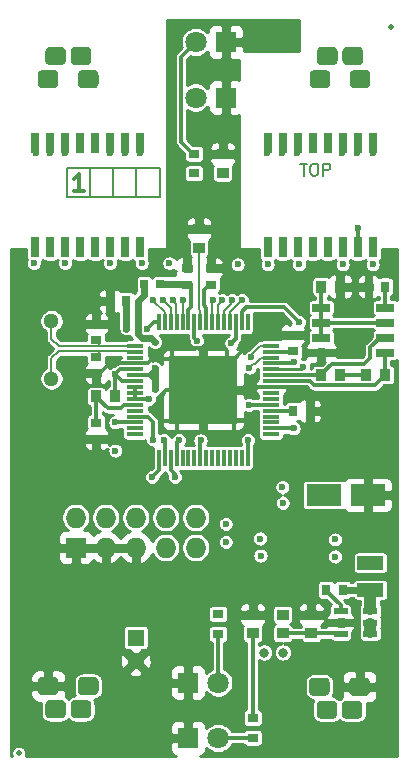
<source format=gtl>
G04 #@! TF.GenerationSoftware,KiCad,Pcbnew,(5.1.5)-3*
G04 #@! TF.CreationDate,2020-07-08T18:31:05-03:00*
G04 #@! TF.ProjectId,EEN60002020,45454e36-3030-4303-9230-32302e6b6963,rev?*
G04 #@! TF.SameCoordinates,Original*
G04 #@! TF.FileFunction,Copper,L1,Top*
G04 #@! TF.FilePolarity,Positive*
%FSLAX46Y46*%
G04 Gerber Fmt 4.6, Leading zero omitted, Abs format (unit mm)*
G04 Created by KiCad (PCBNEW (5.1.5)-3) date 2020-07-08 18:31:05*
%MOMM*%
%LPD*%
G04 APERTURE LIST*
%ADD10C,0.150000*%
%ADD11C,0.200000*%
%ADD12C,0.300000*%
%ADD13C,0.500000*%
%ADD14C,0.100000*%
%ADD15O,1.727200X1.727200*%
%ADD16R,1.727200X1.727200*%
%ADD17R,0.750000X0.940000*%
%ADD18R,0.900000X1.000000*%
%ADD19R,1.000000X0.900000*%
%ADD20R,0.939800X0.762000*%
%ADD21R,2.200000X1.150000*%
%ADD22R,0.650000X0.700000*%
%ADD23R,0.940000X0.750000*%
%ADD24C,1.800000*%
%ADD25R,1.800000X1.800000*%
%ADD26R,1.200000X0.600000*%
%ADD27R,3.000000X1.850000*%
%ADD28R,1.400000X1.400000*%
%ADD29C,1.400000*%
%ADD30R,1.475000X0.300000*%
%ADD31R,0.300000X1.475000*%
%ADD32R,5.750000X5.750000*%
%ADD33R,0.760000X1.700000*%
%ADD34C,1.294000*%
%ADD35R,1.500000X0.650000*%
%ADD36C,0.600000*%
%ADD37C,0.800000*%
%ADD38C,0.600000*%
%ADD39C,1.000000*%
%ADD40C,0.400000*%
%ADD41C,0.250000*%
%ADD42C,0.800000*%
%ADD43C,0.254000*%
G04 APERTURE END LIST*
D10*
X159980476Y-76096880D02*
X160551904Y-76096880D01*
X160266190Y-77096880D02*
X160266190Y-76096880D01*
X161075714Y-76096880D02*
X161266190Y-76096880D01*
X161361428Y-76144500D01*
X161456666Y-76239738D01*
X161504285Y-76430214D01*
X161504285Y-76763547D01*
X161456666Y-76954023D01*
X161361428Y-77049261D01*
X161266190Y-77096880D01*
X161075714Y-77096880D01*
X160980476Y-77049261D01*
X160885238Y-76954023D01*
X160837619Y-76763547D01*
X160837619Y-76430214D01*
X160885238Y-76239738D01*
X160980476Y-76144500D01*
X161075714Y-76096880D01*
X161932857Y-77096880D02*
X161932857Y-76096880D01*
X162313809Y-76096880D01*
X162409047Y-76144500D01*
X162456666Y-76192119D01*
X162504285Y-76287357D01*
X162504285Y-76430214D01*
X162456666Y-76525452D01*
X162409047Y-76573071D01*
X162313809Y-76620690D01*
X161932857Y-76620690D01*
D11*
X148082000Y-78930500D02*
X148082000Y-76454000D01*
X146113500Y-78930500D02*
X146113500Y-76454000D01*
X144145000Y-78930500D02*
X144145000Y-76454000D01*
X142176500Y-78930500D02*
X142176500Y-76454000D01*
X140208000Y-78930500D02*
X140208000Y-76454000D01*
X148082000Y-78930500D02*
X140208000Y-78930500D01*
X140208000Y-76454000D02*
X148082000Y-76454000D01*
D12*
X141652571Y-78440671D02*
X140795428Y-78440671D01*
X141224000Y-78440671D02*
X141224000Y-76940671D01*
X141081142Y-77154957D01*
X140938285Y-77297814D01*
X140795428Y-77369242D01*
D13*
X136144000Y-125984000D03*
X167640000Y-64516000D03*
G04 #@! TA.AperFunction,ComponentPad*
D14*
G36*
X162116592Y-119596842D02*
G01*
X162153722Y-119602350D01*
X162190134Y-119611470D01*
X162225476Y-119624116D01*
X162259409Y-119640165D01*
X162291606Y-119659463D01*
X162321755Y-119681824D01*
X162349568Y-119707032D01*
X162374776Y-119734845D01*
X162397137Y-119764994D01*
X162416435Y-119797191D01*
X162432484Y-119831124D01*
X162445130Y-119866466D01*
X162454250Y-119902878D01*
X162459758Y-119940008D01*
X162461600Y-119977500D01*
X162461600Y-120742500D01*
X162459758Y-120779992D01*
X162454250Y-120817122D01*
X162445130Y-120853534D01*
X162432484Y-120888876D01*
X162416435Y-120922809D01*
X162397137Y-120955006D01*
X162374776Y-120985155D01*
X162349568Y-121012968D01*
X162321755Y-121038176D01*
X162291606Y-121060537D01*
X162259409Y-121079835D01*
X162225476Y-121095884D01*
X162190134Y-121108530D01*
X162153722Y-121117650D01*
X162116592Y-121123158D01*
X162079100Y-121125000D01*
X161114100Y-121125000D01*
X161076608Y-121123158D01*
X161039478Y-121117650D01*
X161003066Y-121108530D01*
X160967724Y-121095884D01*
X160933791Y-121079835D01*
X160901594Y-121060537D01*
X160871445Y-121038176D01*
X160843632Y-121012968D01*
X160818424Y-120985155D01*
X160796063Y-120955006D01*
X160776765Y-120922809D01*
X160760716Y-120888876D01*
X160748070Y-120853534D01*
X160738950Y-120817122D01*
X160733442Y-120779992D01*
X160731600Y-120742500D01*
X160731600Y-119977500D01*
X160733442Y-119940008D01*
X160738950Y-119902878D01*
X160748070Y-119866466D01*
X160760716Y-119831124D01*
X160776765Y-119797191D01*
X160796063Y-119764994D01*
X160818424Y-119734845D01*
X160843632Y-119707032D01*
X160871445Y-119681824D01*
X160901594Y-119659463D01*
X160933791Y-119640165D01*
X160967724Y-119624116D01*
X161003066Y-119611470D01*
X161039478Y-119602350D01*
X161076608Y-119596842D01*
X161114100Y-119595000D01*
X162079100Y-119595000D01*
X162116592Y-119596842D01*
G37*
G04 #@! TD.AperFunction*
G04 #@! TA.AperFunction,ComponentPad*
G36*
X162741592Y-121546842D02*
G01*
X162778722Y-121552350D01*
X162815134Y-121561470D01*
X162850476Y-121574116D01*
X162884409Y-121590165D01*
X162916606Y-121609463D01*
X162946755Y-121631824D01*
X162974568Y-121657032D01*
X162999776Y-121684845D01*
X163022137Y-121714994D01*
X163041435Y-121747191D01*
X163057484Y-121781124D01*
X163070130Y-121816466D01*
X163079250Y-121852878D01*
X163084758Y-121890008D01*
X163086600Y-121927500D01*
X163086600Y-122692500D01*
X163084758Y-122729992D01*
X163079250Y-122767122D01*
X163070130Y-122803534D01*
X163057484Y-122838876D01*
X163041435Y-122872809D01*
X163022137Y-122905006D01*
X162999776Y-122935155D01*
X162974568Y-122962968D01*
X162946755Y-122988176D01*
X162916606Y-123010537D01*
X162884409Y-123029835D01*
X162850476Y-123045884D01*
X162815134Y-123058530D01*
X162778722Y-123067650D01*
X162741592Y-123073158D01*
X162704100Y-123075000D01*
X161739100Y-123075000D01*
X161701608Y-123073158D01*
X161664478Y-123067650D01*
X161628066Y-123058530D01*
X161592724Y-123045884D01*
X161558791Y-123029835D01*
X161526594Y-123010537D01*
X161496445Y-122988176D01*
X161468632Y-122962968D01*
X161443424Y-122935155D01*
X161421063Y-122905006D01*
X161401765Y-122872809D01*
X161385716Y-122838876D01*
X161373070Y-122803534D01*
X161363950Y-122767122D01*
X161358442Y-122729992D01*
X161356600Y-122692500D01*
X161356600Y-121927500D01*
X161358442Y-121890008D01*
X161363950Y-121852878D01*
X161373070Y-121816466D01*
X161385716Y-121781124D01*
X161401765Y-121747191D01*
X161421063Y-121714994D01*
X161443424Y-121684845D01*
X161468632Y-121657032D01*
X161496445Y-121631824D01*
X161526594Y-121609463D01*
X161558791Y-121590165D01*
X161592724Y-121574116D01*
X161628066Y-121561470D01*
X161664478Y-121552350D01*
X161701608Y-121546842D01*
X161739100Y-121545000D01*
X162704100Y-121545000D01*
X162741592Y-121546842D01*
G37*
G04 #@! TD.AperFunction*
G04 #@! TA.AperFunction,ComponentPad*
G36*
X165516592Y-119596842D02*
G01*
X165553722Y-119602350D01*
X165590134Y-119611470D01*
X165625476Y-119624116D01*
X165659409Y-119640165D01*
X165691606Y-119659463D01*
X165721755Y-119681824D01*
X165749568Y-119707032D01*
X165774776Y-119734845D01*
X165797137Y-119764994D01*
X165816435Y-119797191D01*
X165832484Y-119831124D01*
X165845130Y-119866466D01*
X165854250Y-119902878D01*
X165859758Y-119940008D01*
X165861600Y-119977500D01*
X165861600Y-120742500D01*
X165859758Y-120779992D01*
X165854250Y-120817122D01*
X165845130Y-120853534D01*
X165832484Y-120888876D01*
X165816435Y-120922809D01*
X165797137Y-120955006D01*
X165774776Y-120985155D01*
X165749568Y-121012968D01*
X165721755Y-121038176D01*
X165691606Y-121060537D01*
X165659409Y-121079835D01*
X165625476Y-121095884D01*
X165590134Y-121108530D01*
X165553722Y-121117650D01*
X165516592Y-121123158D01*
X165479100Y-121125000D01*
X164514100Y-121125000D01*
X164476608Y-121123158D01*
X164439478Y-121117650D01*
X164403066Y-121108530D01*
X164367724Y-121095884D01*
X164333791Y-121079835D01*
X164301594Y-121060537D01*
X164271445Y-121038176D01*
X164243632Y-121012968D01*
X164218424Y-120985155D01*
X164196063Y-120955006D01*
X164176765Y-120922809D01*
X164160716Y-120888876D01*
X164148070Y-120853534D01*
X164138950Y-120817122D01*
X164133442Y-120779992D01*
X164131600Y-120742500D01*
X164131600Y-119977500D01*
X164133442Y-119940008D01*
X164138950Y-119902878D01*
X164148070Y-119866466D01*
X164160716Y-119831124D01*
X164176765Y-119797191D01*
X164196063Y-119764994D01*
X164218424Y-119734845D01*
X164243632Y-119707032D01*
X164271445Y-119681824D01*
X164301594Y-119659463D01*
X164333791Y-119640165D01*
X164367724Y-119624116D01*
X164403066Y-119611470D01*
X164439478Y-119602350D01*
X164476608Y-119596842D01*
X164514100Y-119595000D01*
X165479100Y-119595000D01*
X165516592Y-119596842D01*
G37*
G04 #@! TD.AperFunction*
G04 #@! TA.AperFunction,ComponentPad*
G36*
X164891592Y-121546842D02*
G01*
X164928722Y-121552350D01*
X164965134Y-121561470D01*
X165000476Y-121574116D01*
X165034409Y-121590165D01*
X165066606Y-121609463D01*
X165096755Y-121631824D01*
X165124568Y-121657032D01*
X165149776Y-121684845D01*
X165172137Y-121714994D01*
X165191435Y-121747191D01*
X165207484Y-121781124D01*
X165220130Y-121816466D01*
X165229250Y-121852878D01*
X165234758Y-121890008D01*
X165236600Y-121927500D01*
X165236600Y-122692500D01*
X165234758Y-122729992D01*
X165229250Y-122767122D01*
X165220130Y-122803534D01*
X165207484Y-122838876D01*
X165191435Y-122872809D01*
X165172137Y-122905006D01*
X165149776Y-122935155D01*
X165124568Y-122962968D01*
X165096755Y-122988176D01*
X165066606Y-123010537D01*
X165034409Y-123029835D01*
X165000476Y-123045884D01*
X164965134Y-123058530D01*
X164928722Y-123067650D01*
X164891592Y-123073158D01*
X164854100Y-123075000D01*
X163889100Y-123075000D01*
X163851608Y-123073158D01*
X163814478Y-123067650D01*
X163778066Y-123058530D01*
X163742724Y-123045884D01*
X163708791Y-123029835D01*
X163676594Y-123010537D01*
X163646445Y-122988176D01*
X163618632Y-122962968D01*
X163593424Y-122935155D01*
X163571063Y-122905006D01*
X163551765Y-122872809D01*
X163535716Y-122838876D01*
X163523070Y-122803534D01*
X163513950Y-122767122D01*
X163508442Y-122729992D01*
X163506600Y-122692500D01*
X163506600Y-121927500D01*
X163508442Y-121890008D01*
X163513950Y-121852878D01*
X163523070Y-121816466D01*
X163535716Y-121781124D01*
X163551765Y-121747191D01*
X163571063Y-121714994D01*
X163593424Y-121684845D01*
X163618632Y-121657032D01*
X163646445Y-121631824D01*
X163676594Y-121609463D01*
X163708791Y-121590165D01*
X163742724Y-121574116D01*
X163778066Y-121561470D01*
X163814478Y-121552350D01*
X163851608Y-121546842D01*
X163889100Y-121545000D01*
X164854100Y-121545000D01*
X164891592Y-121546842D01*
G37*
G04 #@! TD.AperFunction*
D15*
X151130000Y-106045000D03*
X151130000Y-108585000D03*
X148590000Y-106045000D03*
X148590000Y-108585000D03*
X146050000Y-106045000D03*
X146050000Y-108585000D03*
X143510000Y-106045000D03*
X143510000Y-108585000D03*
X140970000Y-106045000D03*
D16*
X140970000Y-108585000D03*
G04 #@! TA.AperFunction,ComponentPad*
D14*
G36*
X142554992Y-119546842D02*
G01*
X142592122Y-119552350D01*
X142628534Y-119561470D01*
X142663876Y-119574116D01*
X142697809Y-119590165D01*
X142730006Y-119609463D01*
X142760155Y-119631824D01*
X142787968Y-119657032D01*
X142813176Y-119684845D01*
X142835537Y-119714994D01*
X142854835Y-119747191D01*
X142870884Y-119781124D01*
X142883530Y-119816466D01*
X142892650Y-119852878D01*
X142898158Y-119890008D01*
X142900000Y-119927500D01*
X142900000Y-120692500D01*
X142898158Y-120729992D01*
X142892650Y-120767122D01*
X142883530Y-120803534D01*
X142870884Y-120838876D01*
X142854835Y-120872809D01*
X142835537Y-120905006D01*
X142813176Y-120935155D01*
X142787968Y-120962968D01*
X142760155Y-120988176D01*
X142730006Y-121010537D01*
X142697809Y-121029835D01*
X142663876Y-121045884D01*
X142628534Y-121058530D01*
X142592122Y-121067650D01*
X142554992Y-121073158D01*
X142517500Y-121075000D01*
X141552500Y-121075000D01*
X141515008Y-121073158D01*
X141477878Y-121067650D01*
X141441466Y-121058530D01*
X141406124Y-121045884D01*
X141372191Y-121029835D01*
X141339994Y-121010537D01*
X141309845Y-120988176D01*
X141282032Y-120962968D01*
X141256824Y-120935155D01*
X141234463Y-120905006D01*
X141215165Y-120872809D01*
X141199116Y-120838876D01*
X141186470Y-120803534D01*
X141177350Y-120767122D01*
X141171842Y-120729992D01*
X141170000Y-120692500D01*
X141170000Y-119927500D01*
X141171842Y-119890008D01*
X141177350Y-119852878D01*
X141186470Y-119816466D01*
X141199116Y-119781124D01*
X141215165Y-119747191D01*
X141234463Y-119714994D01*
X141256824Y-119684845D01*
X141282032Y-119657032D01*
X141309845Y-119631824D01*
X141339994Y-119609463D01*
X141372191Y-119590165D01*
X141406124Y-119574116D01*
X141441466Y-119561470D01*
X141477878Y-119552350D01*
X141515008Y-119546842D01*
X141552500Y-119545000D01*
X142517500Y-119545000D01*
X142554992Y-119546842D01*
G37*
G04 #@! TD.AperFunction*
G04 #@! TA.AperFunction,ComponentPad*
G36*
X141929992Y-121496842D02*
G01*
X141967122Y-121502350D01*
X142003534Y-121511470D01*
X142038876Y-121524116D01*
X142072809Y-121540165D01*
X142105006Y-121559463D01*
X142135155Y-121581824D01*
X142162968Y-121607032D01*
X142188176Y-121634845D01*
X142210537Y-121664994D01*
X142229835Y-121697191D01*
X142245884Y-121731124D01*
X142258530Y-121766466D01*
X142267650Y-121802878D01*
X142273158Y-121840008D01*
X142275000Y-121877500D01*
X142275000Y-122642500D01*
X142273158Y-122679992D01*
X142267650Y-122717122D01*
X142258530Y-122753534D01*
X142245884Y-122788876D01*
X142229835Y-122822809D01*
X142210537Y-122855006D01*
X142188176Y-122885155D01*
X142162968Y-122912968D01*
X142135155Y-122938176D01*
X142105006Y-122960537D01*
X142072809Y-122979835D01*
X142038876Y-122995884D01*
X142003534Y-123008530D01*
X141967122Y-123017650D01*
X141929992Y-123023158D01*
X141892500Y-123025000D01*
X140927500Y-123025000D01*
X140890008Y-123023158D01*
X140852878Y-123017650D01*
X140816466Y-123008530D01*
X140781124Y-122995884D01*
X140747191Y-122979835D01*
X140714994Y-122960537D01*
X140684845Y-122938176D01*
X140657032Y-122912968D01*
X140631824Y-122885155D01*
X140609463Y-122855006D01*
X140590165Y-122822809D01*
X140574116Y-122788876D01*
X140561470Y-122753534D01*
X140552350Y-122717122D01*
X140546842Y-122679992D01*
X140545000Y-122642500D01*
X140545000Y-121877500D01*
X140546842Y-121840008D01*
X140552350Y-121802878D01*
X140561470Y-121766466D01*
X140574116Y-121731124D01*
X140590165Y-121697191D01*
X140609463Y-121664994D01*
X140631824Y-121634845D01*
X140657032Y-121607032D01*
X140684845Y-121581824D01*
X140714994Y-121559463D01*
X140747191Y-121540165D01*
X140781124Y-121524116D01*
X140816466Y-121511470D01*
X140852878Y-121502350D01*
X140890008Y-121496842D01*
X140927500Y-121495000D01*
X141892500Y-121495000D01*
X141929992Y-121496842D01*
G37*
G04 #@! TD.AperFunction*
G04 #@! TA.AperFunction,ComponentPad*
G36*
X139154992Y-119546842D02*
G01*
X139192122Y-119552350D01*
X139228534Y-119561470D01*
X139263876Y-119574116D01*
X139297809Y-119590165D01*
X139330006Y-119609463D01*
X139360155Y-119631824D01*
X139387968Y-119657032D01*
X139413176Y-119684845D01*
X139435537Y-119714994D01*
X139454835Y-119747191D01*
X139470884Y-119781124D01*
X139483530Y-119816466D01*
X139492650Y-119852878D01*
X139498158Y-119890008D01*
X139500000Y-119927500D01*
X139500000Y-120692500D01*
X139498158Y-120729992D01*
X139492650Y-120767122D01*
X139483530Y-120803534D01*
X139470884Y-120838876D01*
X139454835Y-120872809D01*
X139435537Y-120905006D01*
X139413176Y-120935155D01*
X139387968Y-120962968D01*
X139360155Y-120988176D01*
X139330006Y-121010537D01*
X139297809Y-121029835D01*
X139263876Y-121045884D01*
X139228534Y-121058530D01*
X139192122Y-121067650D01*
X139154992Y-121073158D01*
X139117500Y-121075000D01*
X138152500Y-121075000D01*
X138115008Y-121073158D01*
X138077878Y-121067650D01*
X138041466Y-121058530D01*
X138006124Y-121045884D01*
X137972191Y-121029835D01*
X137939994Y-121010537D01*
X137909845Y-120988176D01*
X137882032Y-120962968D01*
X137856824Y-120935155D01*
X137834463Y-120905006D01*
X137815165Y-120872809D01*
X137799116Y-120838876D01*
X137786470Y-120803534D01*
X137777350Y-120767122D01*
X137771842Y-120729992D01*
X137770000Y-120692500D01*
X137770000Y-119927500D01*
X137771842Y-119890008D01*
X137777350Y-119852878D01*
X137786470Y-119816466D01*
X137799116Y-119781124D01*
X137815165Y-119747191D01*
X137834463Y-119714994D01*
X137856824Y-119684845D01*
X137882032Y-119657032D01*
X137909845Y-119631824D01*
X137939994Y-119609463D01*
X137972191Y-119590165D01*
X138006124Y-119574116D01*
X138041466Y-119561470D01*
X138077878Y-119552350D01*
X138115008Y-119546842D01*
X138152500Y-119545000D01*
X139117500Y-119545000D01*
X139154992Y-119546842D01*
G37*
G04 #@! TD.AperFunction*
G04 #@! TA.AperFunction,ComponentPad*
G36*
X139779992Y-121496842D02*
G01*
X139817122Y-121502350D01*
X139853534Y-121511470D01*
X139888876Y-121524116D01*
X139922809Y-121540165D01*
X139955006Y-121559463D01*
X139985155Y-121581824D01*
X140012968Y-121607032D01*
X140038176Y-121634845D01*
X140060537Y-121664994D01*
X140079835Y-121697191D01*
X140095884Y-121731124D01*
X140108530Y-121766466D01*
X140117650Y-121802878D01*
X140123158Y-121840008D01*
X140125000Y-121877500D01*
X140125000Y-122642500D01*
X140123158Y-122679992D01*
X140117650Y-122717122D01*
X140108530Y-122753534D01*
X140095884Y-122788876D01*
X140079835Y-122822809D01*
X140060537Y-122855006D01*
X140038176Y-122885155D01*
X140012968Y-122912968D01*
X139985155Y-122938176D01*
X139955006Y-122960537D01*
X139922809Y-122979835D01*
X139888876Y-122995884D01*
X139853534Y-123008530D01*
X139817122Y-123017650D01*
X139779992Y-123023158D01*
X139742500Y-123025000D01*
X138777500Y-123025000D01*
X138740008Y-123023158D01*
X138702878Y-123017650D01*
X138666466Y-123008530D01*
X138631124Y-122995884D01*
X138597191Y-122979835D01*
X138564994Y-122960537D01*
X138534845Y-122938176D01*
X138507032Y-122912968D01*
X138481824Y-122885155D01*
X138459463Y-122855006D01*
X138440165Y-122822809D01*
X138424116Y-122788876D01*
X138411470Y-122753534D01*
X138402350Y-122717122D01*
X138396842Y-122679992D01*
X138395000Y-122642500D01*
X138395000Y-121877500D01*
X138396842Y-121840008D01*
X138402350Y-121802878D01*
X138411470Y-121766466D01*
X138424116Y-121731124D01*
X138440165Y-121697191D01*
X138459463Y-121664994D01*
X138481824Y-121634845D01*
X138507032Y-121607032D01*
X138534845Y-121581824D01*
X138564994Y-121559463D01*
X138597191Y-121540165D01*
X138631124Y-121524116D01*
X138666466Y-121511470D01*
X138702878Y-121502350D01*
X138740008Y-121496842D01*
X138777500Y-121495000D01*
X139742500Y-121495000D01*
X139779992Y-121496842D01*
G37*
G04 #@! TD.AperFunction*
G04 #@! TA.AperFunction,ComponentPad*
G36*
X164941592Y-66206842D02*
G01*
X164978722Y-66212350D01*
X165015134Y-66221470D01*
X165050476Y-66234116D01*
X165084409Y-66250165D01*
X165116606Y-66269463D01*
X165146755Y-66291824D01*
X165174568Y-66317032D01*
X165199776Y-66344845D01*
X165222137Y-66374994D01*
X165241435Y-66407191D01*
X165257484Y-66441124D01*
X165270130Y-66476466D01*
X165279250Y-66512878D01*
X165284758Y-66550008D01*
X165286600Y-66587500D01*
X165286600Y-67352500D01*
X165284758Y-67389992D01*
X165279250Y-67427122D01*
X165270130Y-67463534D01*
X165257484Y-67498876D01*
X165241435Y-67532809D01*
X165222137Y-67565006D01*
X165199776Y-67595155D01*
X165174568Y-67622968D01*
X165146755Y-67648176D01*
X165116606Y-67670537D01*
X165084409Y-67689835D01*
X165050476Y-67705884D01*
X165015134Y-67718530D01*
X164978722Y-67727650D01*
X164941592Y-67733158D01*
X164904100Y-67735000D01*
X163939100Y-67735000D01*
X163901608Y-67733158D01*
X163864478Y-67727650D01*
X163828066Y-67718530D01*
X163792724Y-67705884D01*
X163758791Y-67689835D01*
X163726594Y-67670537D01*
X163696445Y-67648176D01*
X163668632Y-67622968D01*
X163643424Y-67595155D01*
X163621063Y-67565006D01*
X163601765Y-67532809D01*
X163585716Y-67498876D01*
X163573070Y-67463534D01*
X163563950Y-67427122D01*
X163558442Y-67389992D01*
X163556600Y-67352500D01*
X163556600Y-66587500D01*
X163558442Y-66550008D01*
X163563950Y-66512878D01*
X163573070Y-66476466D01*
X163585716Y-66441124D01*
X163601765Y-66407191D01*
X163621063Y-66374994D01*
X163643424Y-66344845D01*
X163668632Y-66317032D01*
X163696445Y-66291824D01*
X163726594Y-66269463D01*
X163758791Y-66250165D01*
X163792724Y-66234116D01*
X163828066Y-66221470D01*
X163864478Y-66212350D01*
X163901608Y-66206842D01*
X163939100Y-66205000D01*
X164904100Y-66205000D01*
X164941592Y-66206842D01*
G37*
G04 #@! TD.AperFunction*
G04 #@! TA.AperFunction,ComponentPad*
G36*
X165566592Y-68156842D02*
G01*
X165603722Y-68162350D01*
X165640134Y-68171470D01*
X165675476Y-68184116D01*
X165709409Y-68200165D01*
X165741606Y-68219463D01*
X165771755Y-68241824D01*
X165799568Y-68267032D01*
X165824776Y-68294845D01*
X165847137Y-68324994D01*
X165866435Y-68357191D01*
X165882484Y-68391124D01*
X165895130Y-68426466D01*
X165904250Y-68462878D01*
X165909758Y-68500008D01*
X165911600Y-68537500D01*
X165911600Y-69302500D01*
X165909758Y-69339992D01*
X165904250Y-69377122D01*
X165895130Y-69413534D01*
X165882484Y-69448876D01*
X165866435Y-69482809D01*
X165847137Y-69515006D01*
X165824776Y-69545155D01*
X165799568Y-69572968D01*
X165771755Y-69598176D01*
X165741606Y-69620537D01*
X165709409Y-69639835D01*
X165675476Y-69655884D01*
X165640134Y-69668530D01*
X165603722Y-69677650D01*
X165566592Y-69683158D01*
X165529100Y-69685000D01*
X164564100Y-69685000D01*
X164526608Y-69683158D01*
X164489478Y-69677650D01*
X164453066Y-69668530D01*
X164417724Y-69655884D01*
X164383791Y-69639835D01*
X164351594Y-69620537D01*
X164321445Y-69598176D01*
X164293632Y-69572968D01*
X164268424Y-69545155D01*
X164246063Y-69515006D01*
X164226765Y-69482809D01*
X164210716Y-69448876D01*
X164198070Y-69413534D01*
X164188950Y-69377122D01*
X164183442Y-69339992D01*
X164181600Y-69302500D01*
X164181600Y-68537500D01*
X164183442Y-68500008D01*
X164188950Y-68462878D01*
X164198070Y-68426466D01*
X164210716Y-68391124D01*
X164226765Y-68357191D01*
X164246063Y-68324994D01*
X164268424Y-68294845D01*
X164293632Y-68267032D01*
X164321445Y-68241824D01*
X164351594Y-68219463D01*
X164383791Y-68200165D01*
X164417724Y-68184116D01*
X164453066Y-68171470D01*
X164489478Y-68162350D01*
X164526608Y-68156842D01*
X164564100Y-68155000D01*
X165529100Y-68155000D01*
X165566592Y-68156842D01*
G37*
G04 #@! TD.AperFunction*
G04 #@! TA.AperFunction,ComponentPad*
G36*
X162791592Y-66206842D02*
G01*
X162828722Y-66212350D01*
X162865134Y-66221470D01*
X162900476Y-66234116D01*
X162934409Y-66250165D01*
X162966606Y-66269463D01*
X162996755Y-66291824D01*
X163024568Y-66317032D01*
X163049776Y-66344845D01*
X163072137Y-66374994D01*
X163091435Y-66407191D01*
X163107484Y-66441124D01*
X163120130Y-66476466D01*
X163129250Y-66512878D01*
X163134758Y-66550008D01*
X163136600Y-66587500D01*
X163136600Y-67352500D01*
X163134758Y-67389992D01*
X163129250Y-67427122D01*
X163120130Y-67463534D01*
X163107484Y-67498876D01*
X163091435Y-67532809D01*
X163072137Y-67565006D01*
X163049776Y-67595155D01*
X163024568Y-67622968D01*
X162996755Y-67648176D01*
X162966606Y-67670537D01*
X162934409Y-67689835D01*
X162900476Y-67705884D01*
X162865134Y-67718530D01*
X162828722Y-67727650D01*
X162791592Y-67733158D01*
X162754100Y-67735000D01*
X161789100Y-67735000D01*
X161751608Y-67733158D01*
X161714478Y-67727650D01*
X161678066Y-67718530D01*
X161642724Y-67705884D01*
X161608791Y-67689835D01*
X161576594Y-67670537D01*
X161546445Y-67648176D01*
X161518632Y-67622968D01*
X161493424Y-67595155D01*
X161471063Y-67565006D01*
X161451765Y-67532809D01*
X161435716Y-67498876D01*
X161423070Y-67463534D01*
X161413950Y-67427122D01*
X161408442Y-67389992D01*
X161406600Y-67352500D01*
X161406600Y-66587500D01*
X161408442Y-66550008D01*
X161413950Y-66512878D01*
X161423070Y-66476466D01*
X161435716Y-66441124D01*
X161451765Y-66407191D01*
X161471063Y-66374994D01*
X161493424Y-66344845D01*
X161518632Y-66317032D01*
X161546445Y-66291824D01*
X161576594Y-66269463D01*
X161608791Y-66250165D01*
X161642724Y-66234116D01*
X161678066Y-66221470D01*
X161714478Y-66212350D01*
X161751608Y-66206842D01*
X161789100Y-66205000D01*
X162754100Y-66205000D01*
X162791592Y-66206842D01*
G37*
G04 #@! TD.AperFunction*
G04 #@! TA.AperFunction,ComponentPad*
G36*
X162166592Y-68156842D02*
G01*
X162203722Y-68162350D01*
X162240134Y-68171470D01*
X162275476Y-68184116D01*
X162309409Y-68200165D01*
X162341606Y-68219463D01*
X162371755Y-68241824D01*
X162399568Y-68267032D01*
X162424776Y-68294845D01*
X162447137Y-68324994D01*
X162466435Y-68357191D01*
X162482484Y-68391124D01*
X162495130Y-68426466D01*
X162504250Y-68462878D01*
X162509758Y-68500008D01*
X162511600Y-68537500D01*
X162511600Y-69302500D01*
X162509758Y-69339992D01*
X162504250Y-69377122D01*
X162495130Y-69413534D01*
X162482484Y-69448876D01*
X162466435Y-69482809D01*
X162447137Y-69515006D01*
X162424776Y-69545155D01*
X162399568Y-69572968D01*
X162371755Y-69598176D01*
X162341606Y-69620537D01*
X162309409Y-69639835D01*
X162275476Y-69655884D01*
X162240134Y-69668530D01*
X162203722Y-69677650D01*
X162166592Y-69683158D01*
X162129100Y-69685000D01*
X161164100Y-69685000D01*
X161126608Y-69683158D01*
X161089478Y-69677650D01*
X161053066Y-69668530D01*
X161017724Y-69655884D01*
X160983791Y-69639835D01*
X160951594Y-69620537D01*
X160921445Y-69598176D01*
X160893632Y-69572968D01*
X160868424Y-69545155D01*
X160846063Y-69515006D01*
X160826765Y-69482809D01*
X160810716Y-69448876D01*
X160798070Y-69413534D01*
X160788950Y-69377122D01*
X160783442Y-69339992D01*
X160781600Y-69302500D01*
X160781600Y-68537500D01*
X160783442Y-68500008D01*
X160788950Y-68462878D01*
X160798070Y-68426466D01*
X160810716Y-68391124D01*
X160826765Y-68357191D01*
X160846063Y-68324994D01*
X160868424Y-68294845D01*
X160893632Y-68267032D01*
X160921445Y-68241824D01*
X160951594Y-68219463D01*
X160983791Y-68200165D01*
X161017724Y-68184116D01*
X161053066Y-68171470D01*
X161089478Y-68162350D01*
X161126608Y-68156842D01*
X161164100Y-68155000D01*
X162129100Y-68155000D01*
X162166592Y-68156842D01*
G37*
G04 #@! TD.AperFunction*
G04 #@! TA.AperFunction,ComponentPad*
G36*
X139154992Y-68156842D02*
G01*
X139192122Y-68162350D01*
X139228534Y-68171470D01*
X139263876Y-68184116D01*
X139297809Y-68200165D01*
X139330006Y-68219463D01*
X139360155Y-68241824D01*
X139387968Y-68267032D01*
X139413176Y-68294845D01*
X139435537Y-68324994D01*
X139454835Y-68357191D01*
X139470884Y-68391124D01*
X139483530Y-68426466D01*
X139492650Y-68462878D01*
X139498158Y-68500008D01*
X139500000Y-68537500D01*
X139500000Y-69302500D01*
X139498158Y-69339992D01*
X139492650Y-69377122D01*
X139483530Y-69413534D01*
X139470884Y-69448876D01*
X139454835Y-69482809D01*
X139435537Y-69515006D01*
X139413176Y-69545155D01*
X139387968Y-69572968D01*
X139360155Y-69598176D01*
X139330006Y-69620537D01*
X139297809Y-69639835D01*
X139263876Y-69655884D01*
X139228534Y-69668530D01*
X139192122Y-69677650D01*
X139154992Y-69683158D01*
X139117500Y-69685000D01*
X138152500Y-69685000D01*
X138115008Y-69683158D01*
X138077878Y-69677650D01*
X138041466Y-69668530D01*
X138006124Y-69655884D01*
X137972191Y-69639835D01*
X137939994Y-69620537D01*
X137909845Y-69598176D01*
X137882032Y-69572968D01*
X137856824Y-69545155D01*
X137834463Y-69515006D01*
X137815165Y-69482809D01*
X137799116Y-69448876D01*
X137786470Y-69413534D01*
X137777350Y-69377122D01*
X137771842Y-69339992D01*
X137770000Y-69302500D01*
X137770000Y-68537500D01*
X137771842Y-68500008D01*
X137777350Y-68462878D01*
X137786470Y-68426466D01*
X137799116Y-68391124D01*
X137815165Y-68357191D01*
X137834463Y-68324994D01*
X137856824Y-68294845D01*
X137882032Y-68267032D01*
X137909845Y-68241824D01*
X137939994Y-68219463D01*
X137972191Y-68200165D01*
X138006124Y-68184116D01*
X138041466Y-68171470D01*
X138077878Y-68162350D01*
X138115008Y-68156842D01*
X138152500Y-68155000D01*
X139117500Y-68155000D01*
X139154992Y-68156842D01*
G37*
G04 #@! TD.AperFunction*
G04 #@! TA.AperFunction,ComponentPad*
G36*
X139779992Y-66206842D02*
G01*
X139817122Y-66212350D01*
X139853534Y-66221470D01*
X139888876Y-66234116D01*
X139922809Y-66250165D01*
X139955006Y-66269463D01*
X139985155Y-66291824D01*
X140012968Y-66317032D01*
X140038176Y-66344845D01*
X140060537Y-66374994D01*
X140079835Y-66407191D01*
X140095884Y-66441124D01*
X140108530Y-66476466D01*
X140117650Y-66512878D01*
X140123158Y-66550008D01*
X140125000Y-66587500D01*
X140125000Y-67352500D01*
X140123158Y-67389992D01*
X140117650Y-67427122D01*
X140108530Y-67463534D01*
X140095884Y-67498876D01*
X140079835Y-67532809D01*
X140060537Y-67565006D01*
X140038176Y-67595155D01*
X140012968Y-67622968D01*
X139985155Y-67648176D01*
X139955006Y-67670537D01*
X139922809Y-67689835D01*
X139888876Y-67705884D01*
X139853534Y-67718530D01*
X139817122Y-67727650D01*
X139779992Y-67733158D01*
X139742500Y-67735000D01*
X138777500Y-67735000D01*
X138740008Y-67733158D01*
X138702878Y-67727650D01*
X138666466Y-67718530D01*
X138631124Y-67705884D01*
X138597191Y-67689835D01*
X138564994Y-67670537D01*
X138534845Y-67648176D01*
X138507032Y-67622968D01*
X138481824Y-67595155D01*
X138459463Y-67565006D01*
X138440165Y-67532809D01*
X138424116Y-67498876D01*
X138411470Y-67463534D01*
X138402350Y-67427122D01*
X138396842Y-67389992D01*
X138395000Y-67352500D01*
X138395000Y-66587500D01*
X138396842Y-66550008D01*
X138402350Y-66512878D01*
X138411470Y-66476466D01*
X138424116Y-66441124D01*
X138440165Y-66407191D01*
X138459463Y-66374994D01*
X138481824Y-66344845D01*
X138507032Y-66317032D01*
X138534845Y-66291824D01*
X138564994Y-66269463D01*
X138597191Y-66250165D01*
X138631124Y-66234116D01*
X138666466Y-66221470D01*
X138702878Y-66212350D01*
X138740008Y-66206842D01*
X138777500Y-66205000D01*
X139742500Y-66205000D01*
X139779992Y-66206842D01*
G37*
G04 #@! TD.AperFunction*
G04 #@! TA.AperFunction,ComponentPad*
G36*
X142554992Y-68156842D02*
G01*
X142592122Y-68162350D01*
X142628534Y-68171470D01*
X142663876Y-68184116D01*
X142697809Y-68200165D01*
X142730006Y-68219463D01*
X142760155Y-68241824D01*
X142787968Y-68267032D01*
X142813176Y-68294845D01*
X142835537Y-68324994D01*
X142854835Y-68357191D01*
X142870884Y-68391124D01*
X142883530Y-68426466D01*
X142892650Y-68462878D01*
X142898158Y-68500008D01*
X142900000Y-68537500D01*
X142900000Y-69302500D01*
X142898158Y-69339992D01*
X142892650Y-69377122D01*
X142883530Y-69413534D01*
X142870884Y-69448876D01*
X142854835Y-69482809D01*
X142835537Y-69515006D01*
X142813176Y-69545155D01*
X142787968Y-69572968D01*
X142760155Y-69598176D01*
X142730006Y-69620537D01*
X142697809Y-69639835D01*
X142663876Y-69655884D01*
X142628534Y-69668530D01*
X142592122Y-69677650D01*
X142554992Y-69683158D01*
X142517500Y-69685000D01*
X141552500Y-69685000D01*
X141515008Y-69683158D01*
X141477878Y-69677650D01*
X141441466Y-69668530D01*
X141406124Y-69655884D01*
X141372191Y-69639835D01*
X141339994Y-69620537D01*
X141309845Y-69598176D01*
X141282032Y-69572968D01*
X141256824Y-69545155D01*
X141234463Y-69515006D01*
X141215165Y-69482809D01*
X141199116Y-69448876D01*
X141186470Y-69413534D01*
X141177350Y-69377122D01*
X141171842Y-69339992D01*
X141170000Y-69302500D01*
X141170000Y-68537500D01*
X141171842Y-68500008D01*
X141177350Y-68462878D01*
X141186470Y-68426466D01*
X141199116Y-68391124D01*
X141215165Y-68357191D01*
X141234463Y-68324994D01*
X141256824Y-68294845D01*
X141282032Y-68267032D01*
X141309845Y-68241824D01*
X141339994Y-68219463D01*
X141372191Y-68200165D01*
X141406124Y-68184116D01*
X141441466Y-68171470D01*
X141477878Y-68162350D01*
X141515008Y-68156842D01*
X141552500Y-68155000D01*
X142517500Y-68155000D01*
X142554992Y-68156842D01*
G37*
G04 #@! TD.AperFunction*
G04 #@! TA.AperFunction,ComponentPad*
G36*
X141929992Y-66206842D02*
G01*
X141967122Y-66212350D01*
X142003534Y-66221470D01*
X142038876Y-66234116D01*
X142072809Y-66250165D01*
X142105006Y-66269463D01*
X142135155Y-66291824D01*
X142162968Y-66317032D01*
X142188176Y-66344845D01*
X142210537Y-66374994D01*
X142229835Y-66407191D01*
X142245884Y-66441124D01*
X142258530Y-66476466D01*
X142267650Y-66512878D01*
X142273158Y-66550008D01*
X142275000Y-66587500D01*
X142275000Y-67352500D01*
X142273158Y-67389992D01*
X142267650Y-67427122D01*
X142258530Y-67463534D01*
X142245884Y-67498876D01*
X142229835Y-67532809D01*
X142210537Y-67565006D01*
X142188176Y-67595155D01*
X142162968Y-67622968D01*
X142135155Y-67648176D01*
X142105006Y-67670537D01*
X142072809Y-67689835D01*
X142038876Y-67705884D01*
X142003534Y-67718530D01*
X141967122Y-67727650D01*
X141929992Y-67733158D01*
X141892500Y-67735000D01*
X140927500Y-67735000D01*
X140890008Y-67733158D01*
X140852878Y-67727650D01*
X140816466Y-67718530D01*
X140781124Y-67705884D01*
X140747191Y-67689835D01*
X140714994Y-67670537D01*
X140684845Y-67648176D01*
X140657032Y-67622968D01*
X140631824Y-67595155D01*
X140609463Y-67565006D01*
X140590165Y-67532809D01*
X140574116Y-67498876D01*
X140561470Y-67463534D01*
X140552350Y-67427122D01*
X140546842Y-67389992D01*
X140545000Y-67352500D01*
X140545000Y-66587500D01*
X140546842Y-66550008D01*
X140552350Y-66512878D01*
X140561470Y-66476466D01*
X140574116Y-66441124D01*
X140590165Y-66407191D01*
X140609463Y-66374994D01*
X140631824Y-66344845D01*
X140657032Y-66317032D01*
X140684845Y-66291824D01*
X140714994Y-66269463D01*
X140747191Y-66250165D01*
X140781124Y-66234116D01*
X140816466Y-66221470D01*
X140852878Y-66212350D01*
X140890008Y-66206842D01*
X140927500Y-66205000D01*
X141892500Y-66205000D01*
X141929992Y-66206842D01*
G37*
G04 #@! TD.AperFunction*
D17*
X145251400Y-87731600D03*
X143851400Y-87731600D03*
X159383500Y-97028000D03*
X160783500Y-97028000D03*
D18*
X161760000Y-86487000D03*
X163360000Y-86487000D03*
X144297300Y-95783400D03*
X142697300Y-95783400D03*
D19*
X151409400Y-83223000D03*
X151409400Y-81623000D03*
D18*
X165570000Y-93980000D03*
X167170000Y-93980000D03*
X163347300Y-93980000D03*
X161747300Y-93980000D03*
D19*
X155956000Y-114262000D03*
X155956000Y-115862000D03*
X160909000Y-114262000D03*
X160909000Y-115862000D03*
X158496000Y-115862000D03*
X158496000Y-114262000D03*
D20*
X155956000Y-123012200D03*
X155956000Y-124688600D03*
X153035000Y-114223800D03*
X153035000Y-115900200D03*
D19*
X153416000Y-76873000D03*
X153416000Y-75273000D03*
D20*
X151003000Y-76911200D03*
X151003000Y-75234800D03*
D21*
X165925500Y-112173400D03*
X165925500Y-109873400D03*
D22*
X148096600Y-86233000D03*
X146746600Y-86233000D03*
D23*
X142722600Y-98004400D03*
X142722600Y-99404400D03*
X159334200Y-91987600D03*
X159334200Y-90587600D03*
X142722600Y-92441800D03*
X142722600Y-93841800D03*
X150431500Y-86319000D03*
X150431500Y-84919000D03*
D17*
X167157400Y-86487000D03*
X165757400Y-86487000D03*
D23*
X142722600Y-91047800D03*
X142722600Y-89647800D03*
X152400000Y-86319000D03*
X152400000Y-84919000D03*
D17*
X163577500Y-112166400D03*
X162177500Y-112166400D03*
D24*
X153035000Y-124714000D03*
D25*
X150495000Y-124714000D03*
D24*
X153035000Y-120015000D03*
D25*
X150495000Y-120015000D03*
D24*
X151130000Y-70485000D03*
D25*
X153670000Y-70485000D03*
D24*
X151130000Y-65786000D03*
D25*
X153670000Y-65786000D03*
D26*
X163405500Y-113985000D03*
X163405500Y-114935000D03*
X163405500Y-115885000D03*
X165905500Y-115885000D03*
X165905500Y-114935000D03*
X165905500Y-113985000D03*
D27*
X165680000Y-104140000D03*
X161980000Y-104140000D03*
D28*
X146050000Y-116205000D03*
D29*
X146050000Y-118205000D03*
D30*
X146027000Y-91500000D03*
X146027000Y-92000000D03*
X146027000Y-92500000D03*
X146027000Y-93000000D03*
X146027000Y-93500000D03*
X146027000Y-94000000D03*
X146027000Y-94500000D03*
X146027000Y-95000000D03*
X146027000Y-95500000D03*
X146027000Y-96000000D03*
X146027000Y-96500000D03*
X146027000Y-97000000D03*
X146027000Y-97500000D03*
X146027000Y-98000000D03*
X146027000Y-98500000D03*
X146027000Y-99000000D03*
D31*
X148015000Y-100988000D03*
X148515000Y-100988000D03*
X149015000Y-100988000D03*
X149515000Y-100988000D03*
X150015000Y-100988000D03*
X150515000Y-100988000D03*
X151015000Y-100988000D03*
X151515000Y-100988000D03*
X152015000Y-100988000D03*
X152515000Y-100988000D03*
X153015000Y-100988000D03*
X153515000Y-100988000D03*
X154015000Y-100988000D03*
X154515000Y-100988000D03*
X155015000Y-100988000D03*
X155515000Y-100988000D03*
D30*
X157503000Y-99000000D03*
X157503000Y-98500000D03*
X157503000Y-98000000D03*
X157503000Y-97500000D03*
X157503000Y-97000000D03*
X157503000Y-96500000D03*
X157503000Y-96000000D03*
X157503000Y-95500000D03*
X157503000Y-95000000D03*
X157503000Y-94500000D03*
X157503000Y-94000000D03*
X157503000Y-93500000D03*
X157503000Y-93000000D03*
X157503000Y-92500000D03*
X157503000Y-92000000D03*
X157503000Y-91500000D03*
D31*
X155515000Y-89512000D03*
X155015000Y-89512000D03*
X154515000Y-89512000D03*
X154015000Y-89512000D03*
X153515000Y-89512000D03*
X153015000Y-89512000D03*
X152515000Y-89512000D03*
X152015000Y-89512000D03*
X151515000Y-89512000D03*
X151015000Y-89512000D03*
X150515000Y-89512000D03*
X150015000Y-89512000D03*
X149515000Y-89512000D03*
X149015000Y-89512000D03*
X148515000Y-89512000D03*
X148015000Y-89512000D03*
D32*
X151765000Y-95250000D03*
D33*
X162306000Y-74340000D03*
X157226000Y-74340000D03*
X161036000Y-74340000D03*
X164846000Y-74340000D03*
X158496000Y-74340000D03*
X166116000Y-74340000D03*
X163576000Y-74340000D03*
X159766000Y-74340000D03*
X166116000Y-83140000D03*
X163576000Y-83140000D03*
X162306000Y-83140000D03*
X164846000Y-83140000D03*
X161036000Y-83140000D03*
X159766000Y-83140000D03*
X158496000Y-83140000D03*
X157226000Y-83140000D03*
D34*
X138912600Y-89408000D03*
X138912600Y-94288000D03*
D33*
X142621000Y-74340000D03*
X137541000Y-74340000D03*
X141351000Y-74340000D03*
X145161000Y-74340000D03*
X138811000Y-74340000D03*
X146431000Y-74340000D03*
X143891000Y-74340000D03*
X140081000Y-74340000D03*
X146431000Y-83140000D03*
X143891000Y-83140000D03*
X142621000Y-83140000D03*
X145161000Y-83140000D03*
X141351000Y-83140000D03*
X140081000Y-83140000D03*
X138811000Y-83140000D03*
X137541000Y-83140000D03*
D35*
X161765000Y-88265000D03*
X161765000Y-89535000D03*
X161765000Y-90805000D03*
X161765000Y-92075000D03*
X167165000Y-92075000D03*
X167165000Y-90805000D03*
X167165000Y-89535000D03*
X167165000Y-88265000D03*
D36*
X161061400Y-104698800D03*
X161061400Y-103581200D03*
X162814000Y-103581200D03*
X162814000Y-104698800D03*
D37*
X156921200Y-117475000D03*
D36*
X155651200Y-96520000D03*
X147675600Y-95173800D03*
X147675600Y-91211400D03*
X151536400Y-99517200D03*
X147674362Y-93407967D03*
X148082000Y-86258400D03*
X152577800Y-86258400D03*
X158470600Y-103454200D03*
X151231440Y-91069390D03*
X158496000Y-82626200D03*
X164846000Y-81508600D03*
X145135600Y-82626200D03*
X138811000Y-82626200D03*
X147447000Y-102616000D03*
X157200600Y-75158600D03*
X163550600Y-75158600D03*
X166141400Y-75158600D03*
X159740600Y-75158600D03*
X137566400Y-75158600D03*
X143865600Y-75158600D03*
X146405600Y-75158600D03*
X140081000Y-75158600D03*
X151003000Y-76911200D03*
X155820859Y-92455985D03*
X153441400Y-76911200D03*
X155676600Y-93345000D03*
X155956000Y-115862000D03*
X159435800Y-92874990D03*
X144322800Y-100380800D03*
X147175589Y-96027368D03*
X157226000Y-83185000D03*
X154203400Y-87630000D03*
X148348700Y-87630000D03*
X137541000Y-83185000D03*
X155028900Y-87630000D03*
X159893000Y-83185000D03*
X140081000Y-83185000D03*
X147548600Y-87618478D03*
X152552400Y-87618478D03*
X163576000Y-83185000D03*
X150025100Y-87630000D03*
X143891000Y-83185000D03*
X153352500Y-87630000D03*
X166116000Y-83185000D03*
X146431000Y-83185000D03*
X149199600Y-87630000D03*
X164820600Y-75158600D03*
X145135600Y-75158600D03*
X158470600Y-75158600D03*
X138785600Y-75158600D03*
X162915600Y-107899200D03*
X154686000Y-84620000D03*
X157226000Y-84620000D03*
X159893000Y-84620000D03*
X163576000Y-84620000D03*
X166116000Y-84620000D03*
X154152600Y-91280072D03*
X156616400Y-109270800D03*
X148894800Y-84518400D03*
X145262600Y-90043000D03*
X146558000Y-84518400D03*
X147034000Y-90043000D03*
X143891000Y-84518400D03*
X140081000Y-84518400D03*
X137414000Y-84518400D03*
X154152600Y-93700600D03*
D37*
X157480000Y-65100200D03*
D36*
X150088600Y-95631000D03*
X154152600Y-96494600D03*
X151536400Y-97891600D03*
X154152600Y-94767400D03*
X154152600Y-92684600D03*
X161772600Y-92075000D03*
X151231600Y-92684600D03*
X149072600Y-91262200D03*
X149148800Y-94767400D03*
X149504400Y-97866200D03*
X159385000Y-95605600D03*
X151028400Y-94767400D03*
X149123400Y-92608400D03*
X154330400Y-97815400D03*
X149148800Y-96494600D03*
X151028400Y-96494600D03*
X150088600Y-93700600D03*
D37*
X159385000Y-65100200D03*
X155575000Y-65100200D03*
D36*
X151765000Y-95605600D03*
X151765000Y-93700600D03*
X156591000Y-107823000D03*
X158496000Y-104800400D03*
X162941000Y-109347000D03*
X153035000Y-114198400D03*
X158508700Y-114249200D03*
X165252400Y-109880400D03*
X144322800Y-97993200D03*
X144310100Y-95707200D03*
X144310100Y-93891100D03*
X159435800Y-91846400D03*
X167462200Y-88265000D03*
X159383500Y-97028000D03*
X153670000Y-108127800D03*
X155575000Y-99466400D03*
X149707600Y-99466400D03*
X163347400Y-93980000D03*
X166598600Y-109880400D03*
X147523200Y-99441000D03*
X148463000Y-99466400D03*
X149389999Y-102620584D03*
X159409200Y-98500000D03*
X153670000Y-106578400D03*
X160248600Y-93268800D03*
X159893001Y-89509601D03*
D37*
X158496000Y-117475000D03*
X165905500Y-115740500D03*
D12*
X155671200Y-96500000D02*
X155651200Y-96520000D01*
X157503000Y-96500000D02*
X155671200Y-96500000D01*
X151515000Y-100988000D02*
X151515000Y-99518918D01*
X151515000Y-99518918D02*
X151625918Y-99408000D01*
D38*
X146577599Y-90849999D02*
X147339599Y-90849999D01*
X146233999Y-87695601D02*
X146233999Y-90506399D01*
X146746600Y-86233000D02*
X146746600Y-87183000D01*
X146233999Y-90506399D02*
X146577599Y-90849999D01*
X146746600Y-87183000D02*
X146233999Y-87695601D01*
X147339599Y-90849999D02*
X147675600Y-91186000D01*
D12*
X147675600Y-93522800D02*
X147675600Y-93489864D01*
X146027000Y-94000000D02*
X147198400Y-94000000D01*
X147198400Y-94000000D02*
X147675600Y-93522800D01*
X147675600Y-94513400D02*
X147675600Y-94970600D01*
X146027000Y-94000000D02*
X147162200Y-94000000D01*
X147162200Y-94000000D02*
X147675600Y-94513400D01*
D38*
X147675600Y-95173800D02*
X147675600Y-93409205D01*
X147675600Y-93409205D02*
X147674362Y-93407967D01*
D12*
X152400000Y-86319000D02*
X152400000Y-86319000D01*
X152288600Y-86319000D02*
X151815800Y-86791800D01*
X151815800Y-86791800D02*
X151815800Y-88087200D01*
X152015000Y-88286400D02*
X152015000Y-89512000D01*
X151815800Y-88087200D02*
X152015000Y-88286400D01*
D38*
X150431500Y-86319000D02*
X150431500Y-86319000D01*
D12*
X152400000Y-86319000D02*
X152288600Y-86319000D01*
X150515000Y-89512000D02*
X150515000Y-88474500D01*
X150515000Y-88474500D02*
X150756809Y-88232691D01*
X150756809Y-88232691D02*
X150756809Y-86294002D01*
D38*
X150430500Y-86320000D02*
X150356810Y-86246310D01*
X150444200Y-86306300D02*
X150431500Y-86319000D01*
X150356300Y-86243800D02*
X150431500Y-86319000D01*
X148096600Y-86233000D02*
X150105203Y-86233000D01*
D12*
X151015000Y-90852950D02*
X151231440Y-91069390D01*
X151015000Y-89512000D02*
X151015000Y-90852950D01*
X164846000Y-83140000D02*
X164846000Y-81990000D01*
X164846000Y-81990000D02*
X164846000Y-81508600D01*
X164846000Y-81508600D02*
X164846000Y-81508600D01*
X161765000Y-90805000D02*
X161765000Y-89535000D01*
X161765000Y-89535000D02*
X161765000Y-88265000D01*
X161765000Y-86365000D02*
X161760000Y-86360000D01*
X161765000Y-88265000D02*
X161765000Y-86365000D01*
X162815000Y-89535000D02*
X167165000Y-89535000D01*
X161765000Y-89535000D02*
X162815000Y-89535000D01*
X167170000Y-92080000D02*
X167165000Y-92075000D01*
X167170000Y-93980000D02*
X167170000Y-92080000D01*
X158540500Y-94500000D02*
X157503000Y-94500000D01*
X167170000Y-94005500D02*
X166319200Y-94856300D01*
X166319200Y-94856300D02*
X161150300Y-94856300D01*
X167170000Y-93980000D02*
X167170000Y-94005500D01*
X161150300Y-94856300D02*
X160794000Y-94500000D01*
X160794000Y-94500000D02*
X158540500Y-94500000D01*
X161727300Y-94000000D02*
X161747300Y-93980000D01*
X157503000Y-94000000D02*
X161727300Y-94000000D01*
X161747300Y-93980000D02*
X161747300Y-93930000D01*
X166725600Y-90805000D02*
X167165000Y-90805000D01*
X165887400Y-91643200D02*
X166725600Y-90805000D01*
X161747300Y-93929100D02*
X162661600Y-93014800D01*
X161747300Y-93980000D02*
X161747300Y-93929100D01*
X162661600Y-93014800D02*
X165404800Y-93014800D01*
X165404800Y-93014800D02*
X165887400Y-92532200D01*
X165887400Y-92532200D02*
X165887400Y-91643200D01*
X148015000Y-102048000D02*
X147447000Y-102616000D01*
X148015000Y-100988000D02*
X148015000Y-102048000D01*
D11*
X155685700Y-92379800D02*
X155685700Y-92379800D01*
X155820859Y-92244641D02*
X155820859Y-92455985D01*
X156565500Y-91500000D02*
X155820859Y-92244641D01*
X157503000Y-91500000D02*
X156565500Y-91500000D01*
X156107925Y-93045001D02*
X155976599Y-93045001D01*
X157503000Y-92500000D02*
X156652926Y-92500000D01*
X156652926Y-92500000D02*
X156107925Y-93045001D01*
X155976599Y-93045001D02*
X155676600Y-93345000D01*
D12*
X155956000Y-123012200D02*
X155956000Y-115862000D01*
X155956000Y-115862000D02*
X155956000Y-115862000D01*
X159310790Y-93000000D02*
X159435800Y-92874990D01*
X157503000Y-93000000D02*
X159310790Y-93000000D01*
D11*
X151515000Y-88574500D02*
X151515000Y-89512000D01*
X151365789Y-88425289D02*
X151515000Y-88574500D01*
X151479250Y-83223000D02*
X151365789Y-83336461D01*
X151365789Y-83336461D02*
X151365789Y-88425289D01*
D12*
X146027000Y-96000000D02*
X146027000Y-95000000D01*
X147294600Y-95986600D02*
X147294600Y-95986600D01*
X146027000Y-96000000D02*
X147148221Y-96000000D01*
X147148221Y-96000000D02*
X147175589Y-96027368D01*
D11*
X153515000Y-88574500D02*
X153515000Y-89512000D01*
X154152600Y-87630000D02*
X154152600Y-87936900D01*
X154152600Y-87936900D02*
X153515000Y-88574500D01*
X148348700Y-87630000D02*
X149015000Y-88296300D01*
X149015000Y-88296300D02*
X149015000Y-89512000D01*
X154015000Y-88682000D02*
X154015000Y-89512000D01*
X154978100Y-87630000D02*
X154978100Y-87718900D01*
X154978100Y-87718900D02*
X154015000Y-88682000D01*
X147548600Y-87618478D02*
X147548600Y-87680800D01*
X148515000Y-88647200D02*
X148515000Y-89512000D01*
X147548600Y-87680800D02*
X148515000Y-88647200D01*
X152515000Y-87631878D02*
X152501600Y-87618478D01*
X152515000Y-89512000D02*
X152515000Y-87631878D01*
X150025100Y-87630000D02*
X150025100Y-89501900D01*
X150025100Y-89501900D02*
X150015000Y-89512000D01*
X153301700Y-87630000D02*
X153352500Y-87630000D01*
X153015000Y-88043880D02*
X153015000Y-89512000D01*
X153352500Y-87630000D02*
X153352500Y-87706380D01*
X153352500Y-87706380D02*
X153015000Y-88043880D01*
X149499599Y-89496599D02*
X149515000Y-89512000D01*
X149199600Y-87630000D02*
X149499599Y-87929999D01*
X149499599Y-87929999D02*
X149499599Y-89496599D01*
D12*
X154515000Y-90899800D02*
X154134728Y-91280072D01*
X154515000Y-89512000D02*
X154515000Y-90899800D01*
X148015000Y-89512000D02*
X148015000Y-89525800D01*
X147565000Y-89512000D02*
X147034000Y-90043000D01*
X148015000Y-89512000D02*
X147565000Y-89512000D01*
X147034000Y-90043000D02*
X147034000Y-90043000D01*
D38*
X145262600Y-87742800D02*
X145251400Y-87731600D01*
X145262600Y-90043000D02*
X145262600Y-87742800D01*
X165905500Y-112193400D02*
X165925500Y-112173400D01*
X165918500Y-112166400D02*
X165925500Y-112173400D01*
X163577500Y-112166400D02*
X165918500Y-112166400D01*
D39*
X165925500Y-112103410D02*
X165925500Y-113817400D01*
D12*
X163405500Y-113494500D02*
X163405500Y-113985000D01*
X162177500Y-112166400D02*
X162177500Y-112266500D01*
X162177500Y-112266500D02*
X163405500Y-113494500D01*
X158496000Y-115862000D02*
X160909000Y-115862000D01*
X163382500Y-115862000D02*
X163405500Y-115885000D01*
X160909000Y-115862000D02*
X163382500Y-115862000D01*
X150230001Y-66685999D02*
X151130000Y-65786000D01*
X149879999Y-67036001D02*
X150230001Y-66685999D01*
X149879999Y-74213399D02*
X149879999Y-67036001D01*
X151003000Y-75234800D02*
X150901400Y-75234800D01*
X150901400Y-75234800D02*
X149879999Y-74213399D01*
X153035000Y-116128800D02*
X153289000Y-115874800D01*
X153035000Y-120015000D02*
X153035000Y-116128800D01*
X153060400Y-124688600D02*
X153035000Y-124714000D01*
X155956000Y-124688600D02*
X153060400Y-124688600D01*
X156465500Y-95000000D02*
X156461500Y-94996000D01*
X157503000Y-95000000D02*
X156465500Y-95000000D01*
X156461500Y-94996000D02*
X155778200Y-94996000D01*
X160532000Y-95000000D02*
X160604200Y-95072200D01*
X157503000Y-95000000D02*
X160532000Y-95000000D01*
X142995400Y-93841800D02*
X142900400Y-93841800D01*
X143837200Y-93000000D02*
X142995400Y-93841800D01*
X146027000Y-93000000D02*
X143837200Y-93000000D01*
X142900400Y-93841800D02*
X142900400Y-93841800D01*
X142900400Y-93841800D02*
X142900400Y-93841800D01*
X149047200Y-92532200D02*
X151282400Y-94767400D01*
X146027000Y-93000000D02*
X147064500Y-93000000D01*
X147064500Y-93000000D02*
X147532300Y-92532200D01*
X142995400Y-93841800D02*
X142995400Y-93841800D01*
X151282400Y-94767400D02*
X151765000Y-95250000D01*
D38*
X149123400Y-91313000D02*
X149072600Y-91262200D01*
D12*
X149123400Y-92608400D02*
X149123400Y-91313000D01*
X149123400Y-92608400D02*
X148699136Y-92608400D01*
X148699136Y-92608400D02*
X148107400Y-92608400D01*
D38*
X148107400Y-92608400D02*
X147777200Y-92278200D01*
D12*
X148590000Y-95250000D02*
X148031200Y-95808800D01*
X151765000Y-95250000D02*
X148590000Y-95250000D01*
X148031200Y-95808800D02*
X148031200Y-96037400D01*
X149504400Y-97866200D02*
X148158200Y-97866200D01*
D40*
X151765000Y-95605600D02*
X151765000Y-95605600D01*
X151765000Y-95250000D02*
X151765000Y-95605600D01*
D12*
X149504400Y-97866200D02*
X149504400Y-98290464D01*
X149504400Y-98290464D02*
X149504400Y-98755200D01*
D40*
X151765000Y-95250000D02*
X154330400Y-97815400D01*
X151765000Y-95250000D02*
X151765000Y-95834200D01*
X151765000Y-95834200D02*
X153771600Y-97840800D01*
D12*
X153771600Y-97840800D02*
X155498800Y-97840800D01*
D40*
X152374600Y-95250000D02*
X151765000Y-95250000D01*
X155473400Y-97815400D02*
X154381200Y-97815400D01*
X155498800Y-97840800D02*
X155473400Y-97815400D01*
D12*
X154381200Y-97815400D02*
X154381200Y-98831400D01*
X153776401Y-92384601D02*
X153776401Y-91927401D01*
X154076400Y-92684600D02*
X153776401Y-92384601D01*
X153776401Y-91927401D02*
X153492200Y-91643200D01*
D38*
X155244800Y-91643200D02*
X155295600Y-91643200D01*
X151765000Y-95250000D02*
X151765000Y-95123000D01*
D12*
X155244800Y-91770200D02*
X155244800Y-91643200D01*
X151765000Y-95123000D02*
X151892000Y-95123000D01*
X151892000Y-95123000D02*
X155244800Y-91770200D01*
X151765000Y-91719400D02*
X150698200Y-91719400D01*
X151765000Y-95250000D02*
X151765000Y-93700600D01*
X142748000Y-98018600D02*
X142849600Y-98018600D01*
X142722600Y-95884900D02*
X142697300Y-95859600D01*
X142722600Y-98004400D02*
X142722600Y-95884900D01*
X142697300Y-95834300D02*
X142697300Y-95783400D01*
X143662400Y-96799400D02*
X142697300Y-95834300D01*
X146027000Y-96500000D02*
X145072900Y-96500000D01*
X144773500Y-96799400D02*
X143662400Y-96799400D01*
X145072900Y-96500000D02*
X144773500Y-96799400D01*
D40*
X151765000Y-95605600D02*
X149504400Y-97866200D01*
D12*
X151765000Y-93700600D02*
X151765000Y-91719400D01*
X167165000Y-86367600D02*
X167157400Y-86360000D01*
X167165000Y-88265000D02*
X167165000Y-86367600D01*
X159307600Y-92000000D02*
X159308800Y-91998800D01*
X157503000Y-92000000D02*
X159307600Y-92000000D01*
X159355500Y-97000000D02*
X159383500Y-97028000D01*
X157503000Y-97000000D02*
X159355500Y-97000000D01*
D41*
X144329600Y-98000000D02*
X144322800Y-97993200D01*
D12*
X146027000Y-98000000D02*
X144329600Y-98000000D01*
X159383500Y-97028000D02*
X159383500Y-97028000D01*
X155515000Y-99526400D02*
X155575000Y-99466400D01*
X155515000Y-100988000D02*
X155515000Y-99526400D01*
X149515000Y-99659000D02*
X149707600Y-99466400D01*
X149515000Y-100988000D02*
X149515000Y-99659000D01*
X144701200Y-93500000D02*
X144310100Y-93891100D01*
X146027000Y-93500000D02*
X144701200Y-93500000D01*
X144919000Y-94500000D02*
X144310100Y-93891100D01*
X146027000Y-94500000D02*
X144919000Y-94500000D01*
X144297300Y-93903900D02*
X144310100Y-93891100D01*
X144310100Y-95707200D02*
X144310100Y-93891100D01*
X163347400Y-93980000D02*
X165570000Y-93980000D01*
D11*
X138912600Y-90918290D02*
X138912600Y-89408000D01*
X139519310Y-91525000D02*
X138912600Y-90918290D01*
X142909200Y-91525000D02*
X142909200Y-91056600D01*
X142909200Y-91525000D02*
X139519310Y-91525000D01*
X142909200Y-91056600D02*
X142900400Y-91047800D01*
X146002000Y-91525000D02*
X142909200Y-91525000D01*
X146027000Y-91500000D02*
X146002000Y-91525000D01*
X138912600Y-92581710D02*
X138912600Y-94288000D01*
X139519310Y-91975000D02*
X138912600Y-92581710D01*
X142898800Y-92440200D02*
X142900400Y-92441800D01*
X142898800Y-91975000D02*
X139519310Y-91975000D01*
X142898800Y-91975000D02*
X142898800Y-92440200D01*
X146002000Y-91975000D02*
X142898800Y-91975000D01*
X146027000Y-92000000D02*
X146002000Y-91975000D01*
X147523200Y-99441000D02*
X147523200Y-99441000D01*
D12*
X147523200Y-99016736D02*
X147523200Y-99441000D01*
X147523200Y-97958700D02*
X147523200Y-99016736D01*
X147064500Y-97500000D02*
X147523200Y-97958700D01*
X146027000Y-97500000D02*
X147064500Y-97500000D01*
X148515000Y-105970000D02*
X148590000Y-106045000D01*
X148515000Y-99467600D02*
X148513800Y-99466400D01*
X148515000Y-100988000D02*
X148515000Y-99467600D01*
X149389999Y-102400499D02*
X149389999Y-102620584D01*
X149015000Y-102025500D02*
X149389999Y-102400499D01*
X149015000Y-100988000D02*
X149015000Y-102025500D01*
X157503000Y-98500000D02*
X159409200Y-98500000D01*
X159409200Y-98500000D02*
X159409200Y-98500000D01*
D41*
X160017400Y-93500000D02*
X160248600Y-93268800D01*
X160248600Y-93268800D02*
X160248600Y-93268800D01*
X157503000Y-93500000D02*
X160017400Y-93500000D01*
D12*
X159593002Y-89209602D02*
X159893001Y-89509601D01*
X155381302Y-88239600D02*
X158623000Y-88239600D01*
X155015000Y-88605902D02*
X155381302Y-88239600D01*
X158623000Y-88239600D02*
X159593002Y-89209602D01*
X155015000Y-89512000D02*
X155015000Y-88605902D01*
X165905500Y-115885000D02*
X165905500Y-115885000D01*
X165905500Y-115885000D02*
X165905500Y-115740500D01*
D42*
X165905500Y-115740500D02*
X165905500Y-115740500D01*
D39*
X165905500Y-115740500D02*
X165905500Y-115087400D01*
D43*
G36*
X159893000Y-66548000D02*
G01*
X155207202Y-66548000D01*
X155205000Y-66198750D01*
X155046250Y-66040000D01*
X153924000Y-66040000D01*
X153924000Y-67162250D01*
X154082750Y-67321000D01*
X154570000Y-67324072D01*
X154694482Y-67311812D01*
X154813000Y-67275860D01*
X154813000Y-68995140D01*
X154694482Y-68959188D01*
X154570000Y-68946928D01*
X154082750Y-68950000D01*
X153924000Y-69108750D01*
X153924000Y-70231000D01*
X153944000Y-70231000D01*
X153944000Y-70739000D01*
X153924000Y-70739000D01*
X153924000Y-71861250D01*
X154082750Y-72020000D01*
X154570000Y-72023072D01*
X154694482Y-72010812D01*
X154813000Y-71974860D01*
X154813000Y-83185000D01*
X154815440Y-83209776D01*
X154822667Y-83233601D01*
X154834403Y-83255557D01*
X154850197Y-83274803D01*
X154869443Y-83290597D01*
X154891399Y-83302333D01*
X154915224Y-83309560D01*
X154940000Y-83312000D01*
X156463157Y-83312000D01*
X156463157Y-83990000D01*
X156470513Y-84064689D01*
X156492299Y-84136508D01*
X156527678Y-84202696D01*
X156575289Y-84260711D01*
X156621877Y-84298944D01*
X156571171Y-84421360D01*
X156545000Y-84552927D01*
X156545000Y-84687073D01*
X156571171Y-84818640D01*
X156622506Y-84942574D01*
X156697033Y-85054112D01*
X156791888Y-85148967D01*
X156903426Y-85223494D01*
X157027360Y-85274829D01*
X157158927Y-85301000D01*
X157293073Y-85301000D01*
X157424640Y-85274829D01*
X157548574Y-85223494D01*
X157660112Y-85148967D01*
X157754967Y-85054112D01*
X157829494Y-84942574D01*
X157880829Y-84818640D01*
X157907000Y-84687073D01*
X157907000Y-84552927D01*
X157880829Y-84421360D01*
X157830123Y-84298944D01*
X157861000Y-84273605D01*
X157903304Y-84308322D01*
X157969492Y-84343701D01*
X158041311Y-84365487D01*
X158116000Y-84372843D01*
X158876000Y-84372843D01*
X158950689Y-84365487D01*
X159022508Y-84343701D01*
X159088696Y-84308322D01*
X159131000Y-84273605D01*
X159173304Y-84308322D01*
X159239492Y-84343701D01*
X159266895Y-84352014D01*
X159238171Y-84421360D01*
X159212000Y-84552927D01*
X159212000Y-84687073D01*
X159238171Y-84818640D01*
X159289506Y-84942574D01*
X159364033Y-85054112D01*
X159458888Y-85148967D01*
X159570426Y-85223494D01*
X159694360Y-85274829D01*
X159825927Y-85301000D01*
X159960073Y-85301000D01*
X160091640Y-85274829D01*
X160215574Y-85223494D01*
X160327112Y-85148967D01*
X160421967Y-85054112D01*
X160496494Y-84942574D01*
X160547829Y-84818640D01*
X160574000Y-84687073D01*
X160574000Y-84552927D01*
X160547829Y-84421360D01*
X160516548Y-84345841D01*
X160581311Y-84365487D01*
X160656000Y-84372843D01*
X161416000Y-84372843D01*
X161490689Y-84365487D01*
X161562508Y-84343701D01*
X161628696Y-84308322D01*
X161671000Y-84273605D01*
X161713304Y-84308322D01*
X161779492Y-84343701D01*
X161851311Y-84365487D01*
X161926000Y-84372843D01*
X162686000Y-84372843D01*
X162760689Y-84365487D01*
X162832508Y-84343701D01*
X162898696Y-84308322D01*
X162941000Y-84273605D01*
X162971877Y-84298944D01*
X162921171Y-84421360D01*
X162895000Y-84552927D01*
X162895000Y-84687073D01*
X162921171Y-84818640D01*
X162972506Y-84942574D01*
X163047033Y-85054112D01*
X163141888Y-85148967D01*
X163253426Y-85223494D01*
X163377360Y-85274829D01*
X163508927Y-85301000D01*
X163643073Y-85301000D01*
X163774640Y-85274829D01*
X163898574Y-85223494D01*
X164010112Y-85148967D01*
X164104967Y-85054112D01*
X164179494Y-84942574D01*
X164230829Y-84818640D01*
X164257000Y-84687073D01*
X164257000Y-84552927D01*
X164230829Y-84421360D01*
X164180123Y-84298944D01*
X164211000Y-84273605D01*
X164253304Y-84308322D01*
X164319492Y-84343701D01*
X164391311Y-84365487D01*
X164466000Y-84372843D01*
X165226000Y-84372843D01*
X165300689Y-84365487D01*
X165372508Y-84343701D01*
X165438696Y-84308322D01*
X165481000Y-84273605D01*
X165511877Y-84298944D01*
X165461171Y-84421360D01*
X165435000Y-84552927D01*
X165435000Y-84687073D01*
X165461171Y-84818640D01*
X165512506Y-84942574D01*
X165587033Y-85054112D01*
X165681888Y-85148967D01*
X165793426Y-85223494D01*
X165917360Y-85274829D01*
X166048927Y-85301000D01*
X166183073Y-85301000D01*
X166314640Y-85274829D01*
X166438574Y-85223494D01*
X166550112Y-85148967D01*
X166644967Y-85054112D01*
X166719494Y-84942574D01*
X166770829Y-84818640D01*
X166797000Y-84687073D01*
X166797000Y-84552927D01*
X166770829Y-84421360D01*
X166720123Y-84298944D01*
X166766711Y-84260711D01*
X166814322Y-84202696D01*
X166849701Y-84136508D01*
X166871487Y-84064689D01*
X166878843Y-83990000D01*
X166878843Y-83312000D01*
X168148000Y-83312000D01*
X168148000Y-87638341D01*
X168127696Y-87621678D01*
X168061508Y-87586299D01*
X167989689Y-87564513D01*
X167915000Y-87557157D01*
X167696000Y-87557157D01*
X167696000Y-87301565D01*
X167745096Y-87275322D01*
X167803111Y-87227711D01*
X167850722Y-87169696D01*
X167886101Y-87103508D01*
X167907887Y-87031689D01*
X167915243Y-86957000D01*
X167915243Y-86017000D01*
X167907887Y-85942311D01*
X167886101Y-85870492D01*
X167850722Y-85804304D01*
X167803111Y-85746289D01*
X167745096Y-85698678D01*
X167678908Y-85663299D01*
X167607089Y-85641513D01*
X167532400Y-85634157D01*
X166782400Y-85634157D01*
X166707711Y-85641513D01*
X166657064Y-85656877D01*
X166592587Y-85575000D01*
X166497515Y-85493715D01*
X166388411Y-85432539D01*
X166269469Y-85393824D01*
X166164150Y-85382000D01*
X166005400Y-85540750D01*
X166005400Y-86233000D01*
X166031400Y-86233000D01*
X166031400Y-86741000D01*
X166005400Y-86741000D01*
X166005400Y-87433250D01*
X166164150Y-87592000D01*
X166269469Y-87580176D01*
X166388411Y-87541461D01*
X166497515Y-87480285D01*
X166592587Y-87399000D01*
X166634000Y-87346410D01*
X166634000Y-87557157D01*
X166415000Y-87557157D01*
X166340311Y-87564513D01*
X166268492Y-87586299D01*
X166202304Y-87621678D01*
X166144289Y-87669289D01*
X166096678Y-87727304D01*
X166061299Y-87793492D01*
X166039513Y-87865311D01*
X166032157Y-87940000D01*
X166032157Y-88590000D01*
X166039513Y-88664689D01*
X166061299Y-88736508D01*
X166096678Y-88802696D01*
X166144289Y-88860711D01*
X166192163Y-88900000D01*
X166144289Y-88939289D01*
X166096678Y-88997304D01*
X166093099Y-89004000D01*
X162836901Y-89004000D01*
X162833322Y-88997304D01*
X162785711Y-88939289D01*
X162737837Y-88900000D01*
X162785711Y-88860711D01*
X162833322Y-88802696D01*
X162868701Y-88736508D01*
X162890487Y-88664689D01*
X162897843Y-88590000D01*
X162897843Y-87940000D01*
X162890487Y-87865311D01*
X162868701Y-87793492D01*
X162833322Y-87727304D01*
X162785711Y-87669289D01*
X162727696Y-87621678D01*
X162661508Y-87586299D01*
X162589689Y-87564513D01*
X162515000Y-87557157D01*
X162296000Y-87557157D01*
X162296000Y-87359056D01*
X162356508Y-87340701D01*
X162374032Y-87331334D01*
X162379463Y-87341494D01*
X162458815Y-87438185D01*
X162555506Y-87517537D01*
X162665820Y-87576502D01*
X162785518Y-87612812D01*
X162910000Y-87625072D01*
X162947250Y-87622000D01*
X163106000Y-87463250D01*
X163106000Y-86741000D01*
X163614000Y-86741000D01*
X163614000Y-87463250D01*
X163772750Y-87622000D01*
X163810000Y-87625072D01*
X163934482Y-87612812D01*
X164054180Y-87576502D01*
X164164494Y-87517537D01*
X164261185Y-87438185D01*
X164340537Y-87341494D01*
X164399502Y-87231180D01*
X164435812Y-87111482D01*
X164448072Y-86987000D01*
X164446563Y-86944140D01*
X164744458Y-86944140D01*
X164754207Y-87068843D01*
X164788097Y-87189249D01*
X164844826Y-87300729D01*
X164922213Y-87399000D01*
X165017285Y-87480285D01*
X165126389Y-87541461D01*
X165245331Y-87580176D01*
X165350650Y-87592000D01*
X165509400Y-87433250D01*
X165509400Y-86741000D01*
X164906150Y-86741000D01*
X164747400Y-86899750D01*
X164744458Y-86944140D01*
X164446563Y-86944140D01*
X164445000Y-86899750D01*
X164286250Y-86741000D01*
X163614000Y-86741000D01*
X163106000Y-86741000D01*
X163086000Y-86741000D01*
X163086000Y-86233000D01*
X163106000Y-86233000D01*
X163106000Y-85510750D01*
X163614000Y-85510750D01*
X163614000Y-86233000D01*
X164286250Y-86233000D01*
X164445000Y-86074250D01*
X164446562Y-86029860D01*
X164744458Y-86029860D01*
X164747400Y-86074250D01*
X164906150Y-86233000D01*
X165509400Y-86233000D01*
X165509400Y-85540750D01*
X165350650Y-85382000D01*
X165245331Y-85393824D01*
X165126389Y-85432539D01*
X165017285Y-85493715D01*
X164922213Y-85575000D01*
X164844826Y-85673271D01*
X164788097Y-85784751D01*
X164754207Y-85905157D01*
X164744458Y-86029860D01*
X164446562Y-86029860D01*
X164448072Y-85987000D01*
X164435812Y-85862518D01*
X164399502Y-85742820D01*
X164340537Y-85632506D01*
X164261185Y-85535815D01*
X164164494Y-85456463D01*
X164054180Y-85397498D01*
X163934482Y-85361188D01*
X163810000Y-85348928D01*
X163772750Y-85352000D01*
X163614000Y-85510750D01*
X163106000Y-85510750D01*
X162947250Y-85352000D01*
X162910000Y-85348928D01*
X162785518Y-85361188D01*
X162665820Y-85397498D01*
X162555506Y-85456463D01*
X162458815Y-85535815D01*
X162379463Y-85632506D01*
X162374032Y-85642666D01*
X162356508Y-85633299D01*
X162284689Y-85611513D01*
X162210000Y-85604157D01*
X161310000Y-85604157D01*
X161235311Y-85611513D01*
X161163492Y-85633299D01*
X161097304Y-85668678D01*
X161039289Y-85716289D01*
X160991678Y-85774304D01*
X160956299Y-85840492D01*
X160934513Y-85912311D01*
X160927157Y-85987000D01*
X160927157Y-86987000D01*
X160934513Y-87061689D01*
X160956299Y-87133508D01*
X160991678Y-87199696D01*
X161039289Y-87257711D01*
X161097304Y-87305322D01*
X161163492Y-87340701D01*
X161234000Y-87362089D01*
X161234000Y-87557157D01*
X161015000Y-87557157D01*
X160940311Y-87564513D01*
X160868492Y-87586299D01*
X160802304Y-87621678D01*
X160744289Y-87669289D01*
X160696678Y-87727304D01*
X160661299Y-87793492D01*
X160639513Y-87865311D01*
X160632157Y-87940000D01*
X160632157Y-88590000D01*
X160639513Y-88664689D01*
X160661299Y-88736508D01*
X160696678Y-88802696D01*
X160744289Y-88860711D01*
X160792163Y-88900000D01*
X160744289Y-88939289D01*
X160696678Y-88997304D01*
X160661299Y-89063492D01*
X160639513Y-89135311D01*
X160632157Y-89210000D01*
X160632157Y-89860000D01*
X160639513Y-89934689D01*
X160661299Y-90006508D01*
X160696678Y-90072696D01*
X160744289Y-90130711D01*
X160792163Y-90170000D01*
X160744289Y-90209289D01*
X160696678Y-90267304D01*
X160661299Y-90333492D01*
X160639513Y-90405311D01*
X160632157Y-90480000D01*
X160632157Y-91130000D01*
X160639513Y-91204689D01*
X160647475Y-91230936D01*
X160570574Y-91292156D01*
X160489792Y-91387657D01*
X160429194Y-91497082D01*
X160391109Y-91616227D01*
X160380000Y-91718250D01*
X160538750Y-91877000D01*
X161511000Y-91877000D01*
X161511000Y-91801000D01*
X162019000Y-91801000D01*
X162019000Y-91877000D01*
X162991250Y-91877000D01*
X163150000Y-91718250D01*
X163138891Y-91616227D01*
X163100806Y-91497082D01*
X163040208Y-91387657D01*
X162959426Y-91292156D01*
X162882525Y-91230936D01*
X162890487Y-91204689D01*
X162897843Y-91130000D01*
X162897843Y-90480000D01*
X162890487Y-90405311D01*
X162868701Y-90333492D01*
X162833322Y-90267304D01*
X162785711Y-90209289D01*
X162737837Y-90170000D01*
X162785711Y-90130711D01*
X162833322Y-90072696D01*
X162836901Y-90066000D01*
X166093099Y-90066000D01*
X166096678Y-90072696D01*
X166144289Y-90130711D01*
X166192163Y-90170000D01*
X166144289Y-90209289D01*
X166096678Y-90267304D01*
X166061299Y-90333492D01*
X166039513Y-90405311D01*
X166032157Y-90480000D01*
X166032157Y-90747496D01*
X165530370Y-91249284D01*
X165510111Y-91265910D01*
X165493484Y-91286170D01*
X165493483Y-91286171D01*
X165443754Y-91346765D01*
X165394447Y-91439013D01*
X165381345Y-91482204D01*
X165364084Y-91539106D01*
X165356400Y-91617116D01*
X165356400Y-91617126D01*
X165353832Y-91643200D01*
X165356400Y-91669274D01*
X165356400Y-92312253D01*
X165184854Y-92483800D01*
X163144332Y-92483800D01*
X163150000Y-92431750D01*
X162991250Y-92273000D01*
X162019000Y-92273000D01*
X162019000Y-92876250D01*
X162034102Y-92891352D01*
X161828297Y-93097157D01*
X161297300Y-93097157D01*
X161222611Y-93104513D01*
X161150792Y-93126299D01*
X161084604Y-93161678D01*
X161026589Y-93209289D01*
X160978978Y-93267304D01*
X160943599Y-93333492D01*
X160921813Y-93405311D01*
X160915540Y-93469000D01*
X160902783Y-93469000D01*
X160903429Y-93467440D01*
X160929600Y-93335873D01*
X160929600Y-93201727D01*
X160903429Y-93070160D01*
X160883902Y-93023016D01*
X160899838Y-93027593D01*
X161024488Y-93038001D01*
X161352250Y-93035000D01*
X161511000Y-92876250D01*
X161511000Y-92273000D01*
X160538750Y-92273000D01*
X160380000Y-92431750D01*
X160391109Y-92533773D01*
X160414674Y-92607493D01*
X160315673Y-92587800D01*
X160181527Y-92587800D01*
X160098747Y-92604266D01*
X160122522Y-92575296D01*
X160157901Y-92509108D01*
X160179687Y-92437289D01*
X160187043Y-92362600D01*
X160187043Y-91612600D01*
X160179687Y-91537911D01*
X160164323Y-91487264D01*
X160246200Y-91422787D01*
X160327485Y-91327715D01*
X160388661Y-91218611D01*
X160427376Y-91099669D01*
X160439200Y-90994350D01*
X160280450Y-90835600D01*
X159588200Y-90835600D01*
X159588200Y-90861600D01*
X159080200Y-90861600D01*
X159080200Y-90835600D01*
X158387950Y-90835600D01*
X158254968Y-90968582D01*
X158240500Y-90967157D01*
X156765500Y-90967157D01*
X156690811Y-90974513D01*
X156618992Y-90996299D01*
X156578483Y-91017952D01*
X156565499Y-91016673D01*
X156541875Y-91019000D01*
X156541874Y-91019000D01*
X156471208Y-91025960D01*
X156380539Y-91053464D01*
X156296978Y-91098128D01*
X156223736Y-91158236D01*
X156208674Y-91176589D01*
X155557159Y-91828105D01*
X155498285Y-91852491D01*
X155386747Y-91927018D01*
X155291892Y-92021873D01*
X155224877Y-92122168D01*
X155170537Y-92020506D01*
X155091185Y-91923815D01*
X154994494Y-91844463D01*
X154884180Y-91785498D01*
X154764482Y-91749188D01*
X154657135Y-91738616D01*
X154681567Y-91714184D01*
X154756094Y-91602646D01*
X154807429Y-91478712D01*
X154833600Y-91347145D01*
X154833600Y-91332148D01*
X154872035Y-91293713D01*
X154892290Y-91277090D01*
X154908912Y-91256836D01*
X154908918Y-91256830D01*
X154958646Y-91196236D01*
X155007953Y-91103988D01*
X155014795Y-91081432D01*
X155038317Y-91003894D01*
X155046000Y-90925884D01*
X155046000Y-90925874D01*
X155048568Y-90899800D01*
X155046000Y-90873726D01*
X155046000Y-90632343D01*
X155165000Y-90632343D01*
X155239689Y-90624987D01*
X155265000Y-90617309D01*
X155290311Y-90624987D01*
X155365000Y-90632343D01*
X155665000Y-90632343D01*
X155739689Y-90624987D01*
X155811508Y-90603201D01*
X155877696Y-90567822D01*
X155935711Y-90520211D01*
X155983322Y-90462196D01*
X156018701Y-90396008D01*
X156040487Y-90324189D01*
X156047843Y-90249500D01*
X156047843Y-88774500D01*
X156047459Y-88770600D01*
X158403054Y-88770600D01*
X159210053Y-89577600D01*
X159080198Y-89577600D01*
X159080198Y-89736348D01*
X158921450Y-89577600D01*
X158877060Y-89574658D01*
X158752357Y-89584407D01*
X158631951Y-89618297D01*
X158520471Y-89675026D01*
X158422200Y-89752413D01*
X158340915Y-89847485D01*
X158279739Y-89956589D01*
X158241024Y-90075531D01*
X158229200Y-90180850D01*
X158387950Y-90339600D01*
X159080200Y-90339600D01*
X159080200Y-90313600D01*
X159588200Y-90313600D01*
X159588200Y-90339600D01*
X160280450Y-90339600D01*
X160439200Y-90180850D01*
X160427376Y-90075531D01*
X160393678Y-89972003D01*
X160421968Y-89943713D01*
X160496495Y-89832175D01*
X160547830Y-89708241D01*
X160574001Y-89576674D01*
X160574001Y-89442528D01*
X160547830Y-89310961D01*
X160496495Y-89187027D01*
X160421968Y-89075489D01*
X160327113Y-88980634D01*
X160215575Y-88906107D01*
X160091641Y-88854772D01*
X159963662Y-88829315D01*
X159016921Y-87882575D01*
X159000290Y-87862310D01*
X158919435Y-87795954D01*
X158827188Y-87746647D01*
X158727094Y-87716283D01*
X158649084Y-87708600D01*
X158649074Y-87708600D01*
X158623000Y-87706032D01*
X158596926Y-87708600D01*
X155707607Y-87708600D01*
X155709900Y-87697073D01*
X155709900Y-87562927D01*
X155683729Y-87431360D01*
X155632394Y-87307426D01*
X155557867Y-87195888D01*
X155463012Y-87101033D01*
X155351474Y-87026506D01*
X155227540Y-86975171D01*
X155095973Y-86949000D01*
X154961827Y-86949000D01*
X154830260Y-86975171D01*
X154706326Y-87026506D01*
X154616150Y-87086759D01*
X154525974Y-87026506D01*
X154402040Y-86975171D01*
X154270473Y-86949000D01*
X154136327Y-86949000D01*
X154004760Y-86975171D01*
X153880826Y-87026506D01*
X153777950Y-87095245D01*
X153675074Y-87026506D01*
X153551140Y-86975171D01*
X153419573Y-86949000D01*
X153285427Y-86949000D01*
X153153860Y-86975171D01*
X153101576Y-86996828D01*
X153140711Y-86964711D01*
X153188322Y-86906696D01*
X153223701Y-86840508D01*
X153245487Y-86768689D01*
X153252843Y-86694000D01*
X153252843Y-86355420D01*
X153258800Y-86325473D01*
X153258800Y-86191327D01*
X153252843Y-86161380D01*
X153252843Y-85944000D01*
X153245487Y-85869311D01*
X153230123Y-85818664D01*
X153312000Y-85754187D01*
X153393285Y-85659115D01*
X153454461Y-85550011D01*
X153493176Y-85431069D01*
X153505000Y-85325750D01*
X153346250Y-85167000D01*
X152654000Y-85167000D01*
X152654000Y-85193000D01*
X152146000Y-85193000D01*
X152146000Y-85167000D01*
X152126000Y-85167000D01*
X152126000Y-84671000D01*
X152146000Y-84671000D01*
X152146000Y-84067750D01*
X152654000Y-84067750D01*
X152654000Y-84671000D01*
X153346250Y-84671000D01*
X153464323Y-84552927D01*
X154005000Y-84552927D01*
X154005000Y-84687073D01*
X154031171Y-84818640D01*
X154082506Y-84942574D01*
X154157033Y-85054112D01*
X154251888Y-85148967D01*
X154363426Y-85223494D01*
X154487360Y-85274829D01*
X154618927Y-85301000D01*
X154753073Y-85301000D01*
X154884640Y-85274829D01*
X155008574Y-85223494D01*
X155120112Y-85148967D01*
X155214967Y-85054112D01*
X155289494Y-84942574D01*
X155340829Y-84818640D01*
X155367000Y-84687073D01*
X155367000Y-84552927D01*
X155340829Y-84421360D01*
X155289494Y-84297426D01*
X155214967Y-84185888D01*
X155120112Y-84091033D01*
X155008574Y-84016506D01*
X154884640Y-83965171D01*
X154753073Y-83939000D01*
X154618927Y-83939000D01*
X154487360Y-83965171D01*
X154363426Y-84016506D01*
X154251888Y-84091033D01*
X154157033Y-84185888D01*
X154082506Y-84297426D01*
X154031171Y-84421360D01*
X154005000Y-84552927D01*
X153464323Y-84552927D01*
X153505000Y-84512250D01*
X153493176Y-84406931D01*
X153454461Y-84287989D01*
X153393285Y-84178885D01*
X153312000Y-84083813D01*
X153213729Y-84006426D01*
X153102249Y-83949697D01*
X152981843Y-83915807D01*
X152857140Y-83906058D01*
X152812750Y-83909000D01*
X152654000Y-84067750D01*
X152146000Y-84067750D01*
X152087868Y-84009618D01*
X152122096Y-83991322D01*
X152180111Y-83943711D01*
X152227722Y-83885696D01*
X152263101Y-83819508D01*
X152284887Y-83747689D01*
X152292243Y-83673000D01*
X152292243Y-82773000D01*
X152284887Y-82698311D01*
X152263101Y-82626492D01*
X152253734Y-82608968D01*
X152263894Y-82603537D01*
X152360585Y-82524185D01*
X152439937Y-82427494D01*
X152498902Y-82317180D01*
X152535212Y-82197482D01*
X152547472Y-82073000D01*
X152544400Y-82035750D01*
X152385650Y-81877000D01*
X151663400Y-81877000D01*
X151663400Y-81897000D01*
X151155400Y-81897000D01*
X151155400Y-81877000D01*
X150433150Y-81877000D01*
X150274400Y-82035750D01*
X150271328Y-82073000D01*
X150283588Y-82197482D01*
X150319898Y-82317180D01*
X150378863Y-82427494D01*
X150458215Y-82524185D01*
X150554906Y-82603537D01*
X150565066Y-82608968D01*
X150555699Y-82626492D01*
X150533913Y-82698311D01*
X150526557Y-82773000D01*
X150526557Y-83673000D01*
X150533913Y-83747689D01*
X150555699Y-83819508D01*
X150591078Y-83885696D01*
X150638689Y-83943711D01*
X150696704Y-83991322D01*
X150739208Y-84014042D01*
X150685500Y-84067750D01*
X150685500Y-84671000D01*
X150705500Y-84671000D01*
X150705500Y-85167000D01*
X150685500Y-85167000D01*
X150685500Y-85193000D01*
X150177500Y-85193000D01*
X150177500Y-85167000D01*
X150157500Y-85167000D01*
X150157500Y-84671000D01*
X150177500Y-84671000D01*
X150177500Y-84067750D01*
X150018750Y-83909000D01*
X149974360Y-83906058D01*
X149849657Y-83915807D01*
X149729251Y-83949697D01*
X149617771Y-84006426D01*
X149519500Y-84083813D01*
X149465585Y-84146873D01*
X149423767Y-84084288D01*
X149328912Y-83989433D01*
X149217374Y-83914906D01*
X149093440Y-83863571D01*
X148961873Y-83837400D01*
X148827727Y-83837400D01*
X148696160Y-83863571D01*
X148572226Y-83914906D01*
X148460688Y-83989433D01*
X148365833Y-84084288D01*
X148291306Y-84195826D01*
X148239971Y-84319760D01*
X148213800Y-84451327D01*
X148213800Y-84585473D01*
X148239971Y-84717040D01*
X148291306Y-84840974D01*
X148365833Y-84952512D01*
X148460688Y-85047367D01*
X148572226Y-85121894D01*
X148696160Y-85173229D01*
X148827727Y-85199400D01*
X148961873Y-85199400D01*
X149093440Y-85173229D01*
X149217374Y-85121894D01*
X149326500Y-85048979D01*
X149326500Y-85173002D01*
X149479248Y-85173002D01*
X149326500Y-85325750D01*
X149338324Y-85431069D01*
X149377039Y-85550011D01*
X149378154Y-85552000D01*
X148610578Y-85552000D01*
X148568108Y-85529299D01*
X148496289Y-85507513D01*
X148421600Y-85500157D01*
X147771600Y-85500157D01*
X147696911Y-85507513D01*
X147625092Y-85529299D01*
X147558904Y-85564678D01*
X147500889Y-85612289D01*
X147453278Y-85670304D01*
X147421600Y-85729568D01*
X147389922Y-85670304D01*
X147342311Y-85612289D01*
X147284296Y-85564678D01*
X147218108Y-85529299D01*
X147146289Y-85507513D01*
X147071600Y-85500157D01*
X146421600Y-85500157D01*
X146346911Y-85507513D01*
X146275092Y-85529299D01*
X146208904Y-85564678D01*
X146150889Y-85612289D01*
X146103278Y-85670304D01*
X146067899Y-85736492D01*
X146046113Y-85808311D01*
X146038757Y-85883000D01*
X146038757Y-86583000D01*
X146046113Y-86657689D01*
X146065601Y-86721931D01*
X146065601Y-86900920D01*
X145932505Y-87034017D01*
X145897111Y-86990889D01*
X145839096Y-86943278D01*
X145772908Y-86907899D01*
X145701089Y-86886113D01*
X145626400Y-86878757D01*
X144876400Y-86878757D01*
X144801711Y-86886113D01*
X144751064Y-86901477D01*
X144686587Y-86819600D01*
X144591515Y-86738315D01*
X144482411Y-86677139D01*
X144363469Y-86638424D01*
X144258150Y-86626600D01*
X144099400Y-86785350D01*
X144099400Y-87477600D01*
X144125400Y-87477600D01*
X144125400Y-87985600D01*
X144099400Y-87985600D01*
X144099400Y-88677850D01*
X144258150Y-88836600D01*
X144363469Y-88824776D01*
X144482411Y-88786061D01*
X144581601Y-88730444D01*
X144581600Y-89975927D01*
X144581600Y-90110073D01*
X144588159Y-90143048D01*
X144591454Y-90176498D01*
X144601212Y-90208665D01*
X144607771Y-90241640D01*
X144620636Y-90272699D01*
X144630394Y-90304867D01*
X144646240Y-90334513D01*
X144659106Y-90365574D01*
X144677785Y-90393529D01*
X144693630Y-90423173D01*
X144714954Y-90449156D01*
X144733633Y-90477112D01*
X144757405Y-90500884D01*
X144778730Y-90526869D01*
X144804717Y-90548196D01*
X144828488Y-90571967D01*
X144856440Y-90590644D01*
X144882426Y-90611970D01*
X144912075Y-90627817D01*
X144940026Y-90646494D01*
X144971083Y-90659358D01*
X145000732Y-90675206D01*
X145032904Y-90684965D01*
X145063960Y-90697829D01*
X145096932Y-90704388D01*
X145129101Y-90714146D01*
X145162553Y-90717441D01*
X145195527Y-90724000D01*
X145229147Y-90724000D01*
X145262600Y-90727295D01*
X145296053Y-90724000D01*
X145329673Y-90724000D01*
X145362648Y-90717441D01*
X145396098Y-90714146D01*
X145428265Y-90704388D01*
X145461240Y-90697829D01*
X145492299Y-90684964D01*
X145524467Y-90675206D01*
X145554113Y-90659360D01*
X145567122Y-90653971D01*
X145586091Y-90716501D01*
X145601794Y-90768267D01*
X145665030Y-90886573D01*
X145731163Y-90967157D01*
X145289500Y-90967157D01*
X145214811Y-90974513D01*
X145142992Y-90996299D01*
X145076804Y-91031678D01*
X145061789Y-91044000D01*
X143575443Y-91044000D01*
X143575443Y-90672800D01*
X143568087Y-90598111D01*
X143552723Y-90547464D01*
X143634600Y-90482987D01*
X143715885Y-90387915D01*
X143777061Y-90278811D01*
X143815776Y-90159869D01*
X143827600Y-90054550D01*
X143668850Y-89895800D01*
X142976600Y-89895800D01*
X142976600Y-89921800D01*
X142468600Y-89921800D01*
X142468600Y-89895800D01*
X141776350Y-89895800D01*
X141617600Y-90054550D01*
X141629424Y-90159869D01*
X141668139Y-90278811D01*
X141729315Y-90387915D01*
X141810600Y-90482987D01*
X141892477Y-90547464D01*
X141877113Y-90598111D01*
X141869757Y-90672800D01*
X141869757Y-91044000D01*
X139718546Y-91044000D01*
X139393600Y-90719054D01*
X139393600Y-90321463D01*
X139399541Y-90319002D01*
X139567912Y-90206500D01*
X139711100Y-90063312D01*
X139823602Y-89894941D01*
X139901094Y-89707857D01*
X139940600Y-89509249D01*
X139940600Y-89306751D01*
X139927532Y-89241050D01*
X141617600Y-89241050D01*
X141776350Y-89399800D01*
X142468600Y-89399800D01*
X142468600Y-88796550D01*
X142309850Y-88637800D01*
X142265460Y-88634858D01*
X142140757Y-88644607D01*
X142020351Y-88678497D01*
X141908871Y-88735226D01*
X141810600Y-88812613D01*
X141729315Y-88907685D01*
X141668139Y-89016789D01*
X141629424Y-89135731D01*
X141617600Y-89241050D01*
X139927532Y-89241050D01*
X139901094Y-89108143D01*
X139823602Y-88921059D01*
X139711100Y-88752688D01*
X139567912Y-88609500D01*
X139399541Y-88496998D01*
X139212457Y-88419506D01*
X139013849Y-88380000D01*
X138811351Y-88380000D01*
X138612743Y-88419506D01*
X138425659Y-88496998D01*
X138257288Y-88609500D01*
X138114100Y-88752688D01*
X138001598Y-88921059D01*
X137924106Y-89108143D01*
X137884600Y-89306751D01*
X137884600Y-89509249D01*
X137924106Y-89707857D01*
X138001598Y-89894941D01*
X138114100Y-90063312D01*
X138257288Y-90206500D01*
X138425659Y-90319002D01*
X138431600Y-90321463D01*
X138431600Y-90894663D01*
X138429273Y-90918290D01*
X138435709Y-90983637D01*
X138438560Y-91012581D01*
X138466064Y-91103250D01*
X138510728Y-91186812D01*
X138570836Y-91260054D01*
X138589194Y-91275120D01*
X139064074Y-91750000D01*
X138589194Y-92224880D01*
X138570836Y-92239946D01*
X138510728Y-92313188D01*
X138466064Y-92396750D01*
X138446904Y-92459914D01*
X138438560Y-92487418D01*
X138429273Y-92581710D01*
X138431600Y-92605337D01*
X138431600Y-93374537D01*
X138425659Y-93376998D01*
X138257288Y-93489500D01*
X138114100Y-93632688D01*
X138001598Y-93801059D01*
X137924106Y-93988143D01*
X137884600Y-94186751D01*
X137884600Y-94389249D01*
X137924106Y-94587857D01*
X138001598Y-94774941D01*
X138114100Y-94943312D01*
X138257288Y-95086500D01*
X138425659Y-95199002D01*
X138612743Y-95276494D01*
X138811351Y-95316000D01*
X139013849Y-95316000D01*
X139212457Y-95276494D01*
X139399541Y-95199002D01*
X139567912Y-95086500D01*
X139711100Y-94943312D01*
X139823602Y-94774941D01*
X139901094Y-94587857D01*
X139940600Y-94389249D01*
X139940600Y-94248550D01*
X141617600Y-94248550D01*
X141629424Y-94353869D01*
X141668139Y-94472811D01*
X141729315Y-94581915D01*
X141810600Y-94676987D01*
X141908871Y-94754374D01*
X142020351Y-94811103D01*
X142140757Y-94844993D01*
X142265460Y-94854742D01*
X142309850Y-94851800D01*
X142468600Y-94693050D01*
X142468600Y-94089800D01*
X141776350Y-94089800D01*
X141617600Y-94248550D01*
X139940600Y-94248550D01*
X139940600Y-94186751D01*
X139901094Y-93988143D01*
X139823602Y-93801059D01*
X139711100Y-93632688D01*
X139567912Y-93489500D01*
X139399541Y-93376998D01*
X139393600Y-93374537D01*
X139393600Y-92780946D01*
X139718546Y-92456000D01*
X141869757Y-92456000D01*
X141869757Y-92816800D01*
X141877113Y-92891489D01*
X141892477Y-92942136D01*
X141810600Y-93006613D01*
X141729315Y-93101685D01*
X141668139Y-93210789D01*
X141629424Y-93329731D01*
X141617600Y-93435050D01*
X141776350Y-93593800D01*
X142468600Y-93593800D01*
X142468600Y-93567800D01*
X142976600Y-93567800D01*
X142976600Y-93593800D01*
X142996600Y-93593800D01*
X142996600Y-94089800D01*
X142976600Y-94089800D01*
X142976600Y-94693050D01*
X143135350Y-94851800D01*
X143179740Y-94854742D01*
X143304443Y-94844993D01*
X143424849Y-94811103D01*
X143536329Y-94754374D01*
X143634600Y-94676987D01*
X143715885Y-94581915D01*
X143777061Y-94472811D01*
X143779101Y-94466545D01*
X143779100Y-94907274D01*
X143772611Y-94907913D01*
X143700792Y-94929699D01*
X143634604Y-94965078D01*
X143576589Y-95012689D01*
X143528978Y-95070704D01*
X143497300Y-95129968D01*
X143465622Y-95070704D01*
X143418011Y-95012689D01*
X143359996Y-94965078D01*
X143293808Y-94929699D01*
X143221989Y-94907913D01*
X143147300Y-94900557D01*
X142247300Y-94900557D01*
X142172611Y-94907913D01*
X142100792Y-94929699D01*
X142034604Y-94965078D01*
X141976589Y-95012689D01*
X141928978Y-95070704D01*
X141893599Y-95136892D01*
X141871813Y-95208711D01*
X141864457Y-95283400D01*
X141864457Y-96283400D01*
X141871813Y-96358089D01*
X141893599Y-96429908D01*
X141928978Y-96496096D01*
X141976589Y-96554111D01*
X142034604Y-96601722D01*
X142100792Y-96637101D01*
X142172611Y-96658887D01*
X142191601Y-96660757D01*
X142191600Y-97252565D01*
X142177911Y-97253913D01*
X142106092Y-97275699D01*
X142039904Y-97311078D01*
X141981889Y-97358689D01*
X141934278Y-97416704D01*
X141898899Y-97482892D01*
X141877113Y-97554711D01*
X141869757Y-97629400D01*
X141869757Y-98379400D01*
X141877113Y-98454089D01*
X141892477Y-98504736D01*
X141810600Y-98569213D01*
X141729315Y-98664285D01*
X141668139Y-98773389D01*
X141629424Y-98892331D01*
X141617600Y-98997650D01*
X141776350Y-99156400D01*
X142468600Y-99156400D01*
X142468600Y-99130400D01*
X142976600Y-99130400D01*
X142976600Y-99156400D01*
X143668850Y-99156400D01*
X143827600Y-98997650D01*
X143815776Y-98892331D01*
X143777061Y-98773389D01*
X143715885Y-98664285D01*
X143634600Y-98569213D01*
X143552723Y-98504736D01*
X143568087Y-98454089D01*
X143575443Y-98379400D01*
X143575443Y-97629400D01*
X143568087Y-97554711D01*
X143546301Y-97482892D01*
X143510922Y-97416704D01*
X143463311Y-97358689D01*
X143405296Y-97311078D01*
X143339108Y-97275699D01*
X143267289Y-97253913D01*
X143253600Y-97252565D01*
X143253600Y-97141548D01*
X143268487Y-97156435D01*
X143285110Y-97176690D01*
X143305364Y-97193312D01*
X143305370Y-97193318D01*
X143365964Y-97243046D01*
X143438843Y-97282000D01*
X143458212Y-97292353D01*
X143558306Y-97322717D01*
X143636316Y-97330400D01*
X143636326Y-97330400D01*
X143662400Y-97332968D01*
X143688474Y-97330400D01*
X144164232Y-97330400D01*
X144124160Y-97338371D01*
X144000226Y-97389706D01*
X143888688Y-97464233D01*
X143793833Y-97559088D01*
X143719306Y-97670626D01*
X143667971Y-97794560D01*
X143641800Y-97926127D01*
X143641800Y-98060273D01*
X143667971Y-98191840D01*
X143719306Y-98315774D01*
X143793833Y-98427312D01*
X143888688Y-98522167D01*
X144000226Y-98596694D01*
X144124160Y-98648029D01*
X144255727Y-98674200D01*
X144389873Y-98674200D01*
X144521440Y-98648029D01*
X144645374Y-98596694D01*
X144743692Y-98531000D01*
X144906657Y-98531000D01*
X144906657Y-98650000D01*
X144914013Y-98724689D01*
X144921691Y-98750000D01*
X144914013Y-98775311D01*
X144906657Y-98850000D01*
X144906657Y-99150000D01*
X144914013Y-99224689D01*
X144935799Y-99296508D01*
X144971178Y-99362696D01*
X145018789Y-99420711D01*
X145076804Y-99468322D01*
X145142992Y-99503701D01*
X145214811Y-99525487D01*
X145289500Y-99532843D01*
X146764500Y-99532843D01*
X146839189Y-99525487D01*
X146845295Y-99523635D01*
X146868371Y-99639640D01*
X146919706Y-99763574D01*
X146994233Y-99875112D01*
X147089088Y-99969967D01*
X147200626Y-100044494D01*
X147324560Y-100095829D01*
X147456127Y-100122000D01*
X147505836Y-100122000D01*
X147489513Y-100175811D01*
X147482157Y-100250500D01*
X147482157Y-101725500D01*
X147484001Y-101744220D01*
X147484001Y-101828053D01*
X147376340Y-101935714D01*
X147248360Y-101961171D01*
X147124426Y-102012506D01*
X147012888Y-102087033D01*
X146918033Y-102181888D01*
X146843506Y-102293426D01*
X146792171Y-102417360D01*
X146766000Y-102548927D01*
X146766000Y-102683073D01*
X146792171Y-102814640D01*
X146843506Y-102938574D01*
X146918033Y-103050112D01*
X147012888Y-103144967D01*
X147124426Y-103219494D01*
X147248360Y-103270829D01*
X147379927Y-103297000D01*
X147514073Y-103297000D01*
X147645640Y-103270829D01*
X147769574Y-103219494D01*
X147881112Y-103144967D01*
X147975967Y-103050112D01*
X148050494Y-102938574D01*
X148101829Y-102814640D01*
X148127286Y-102686660D01*
X148372030Y-102441917D01*
X148392290Y-102425290D01*
X148410755Y-102402790D01*
X148458646Y-102344436D01*
X148475821Y-102312304D01*
X148507953Y-102252188D01*
X148518413Y-102217707D01*
X148522047Y-102229687D01*
X148571354Y-102321935D01*
X148614424Y-102374415D01*
X148637711Y-102402790D01*
X148657970Y-102419416D01*
X148722781Y-102484227D01*
X148708999Y-102553511D01*
X148708999Y-102687657D01*
X148735170Y-102819224D01*
X148786505Y-102943158D01*
X148861032Y-103054696D01*
X148955887Y-103149551D01*
X149067425Y-103224078D01*
X149191359Y-103275413D01*
X149322926Y-103301584D01*
X149457072Y-103301584D01*
X149588639Y-103275413D01*
X149712573Y-103224078D01*
X149824111Y-103149551D01*
X149918966Y-103054696D01*
X149993493Y-102943158D01*
X150044828Y-102819224D01*
X150070999Y-102687657D01*
X150070999Y-102553511D01*
X150044828Y-102421944D01*
X149993493Y-102298010D01*
X149918966Y-102186472D01*
X149838197Y-102105703D01*
X149865000Y-102108343D01*
X150165000Y-102108343D01*
X150239689Y-102100987D01*
X150265000Y-102093309D01*
X150290311Y-102100987D01*
X150365000Y-102108343D01*
X150665000Y-102108343D01*
X150739689Y-102100987D01*
X150765000Y-102093309D01*
X150790311Y-102100987D01*
X150865000Y-102108343D01*
X151165000Y-102108343D01*
X151239689Y-102100987D01*
X151265000Y-102093309D01*
X151290311Y-102100987D01*
X151365000Y-102108343D01*
X151665000Y-102108343D01*
X151739689Y-102100987D01*
X151765000Y-102093309D01*
X151790311Y-102100987D01*
X151865000Y-102108343D01*
X152165000Y-102108343D01*
X152239689Y-102100987D01*
X152265000Y-102093309D01*
X152290311Y-102100987D01*
X152365000Y-102108343D01*
X152665000Y-102108343D01*
X152739689Y-102100987D01*
X152765000Y-102093309D01*
X152790311Y-102100987D01*
X152865000Y-102108343D01*
X153165000Y-102108343D01*
X153239689Y-102100987D01*
X153265000Y-102093309D01*
X153290311Y-102100987D01*
X153365000Y-102108343D01*
X153665000Y-102108343D01*
X153739689Y-102100987D01*
X153765000Y-102093309D01*
X153790311Y-102100987D01*
X153865000Y-102108343D01*
X154165000Y-102108343D01*
X154239689Y-102100987D01*
X154265000Y-102093309D01*
X154290311Y-102100987D01*
X154365000Y-102108343D01*
X154665000Y-102108343D01*
X154739689Y-102100987D01*
X154765000Y-102093309D01*
X154790311Y-102100987D01*
X154865000Y-102108343D01*
X155165000Y-102108343D01*
X155239689Y-102100987D01*
X155265000Y-102093309D01*
X155290311Y-102100987D01*
X155365000Y-102108343D01*
X155665000Y-102108343D01*
X155739689Y-102100987D01*
X155811508Y-102079201D01*
X155877696Y-102043822D01*
X155935711Y-101996211D01*
X155983322Y-101938196D01*
X156018701Y-101872008D01*
X156040487Y-101800189D01*
X156047843Y-101725500D01*
X156047843Y-100250500D01*
X156046000Y-100231787D01*
X156046000Y-99958479D01*
X156103967Y-99900512D01*
X156178494Y-99788974D01*
X156229829Y-99665040D01*
X156256000Y-99533473D01*
X156256000Y-99399327D01*
X156229829Y-99267760D01*
X156178494Y-99143826D01*
X156103967Y-99032288D01*
X156009112Y-98937433D01*
X155897574Y-98862906D01*
X155773640Y-98811571D01*
X155642073Y-98785400D01*
X155507927Y-98785400D01*
X155376360Y-98811571D01*
X155252426Y-98862906D01*
X155140888Y-98937433D01*
X155046033Y-99032288D01*
X154971506Y-99143826D01*
X154920171Y-99267760D01*
X154894000Y-99399327D01*
X154894000Y-99533473D01*
X154920171Y-99665040D01*
X154971506Y-99788974D01*
X154984001Y-99807674D01*
X154984001Y-99867657D01*
X154865000Y-99867657D01*
X154790311Y-99875013D01*
X154765000Y-99882691D01*
X154739689Y-99875013D01*
X154665000Y-99867657D01*
X154365000Y-99867657D01*
X154290311Y-99875013D01*
X154265000Y-99882691D01*
X154239689Y-99875013D01*
X154165000Y-99867657D01*
X153865000Y-99867657D01*
X153790311Y-99875013D01*
X153765000Y-99882691D01*
X153739689Y-99875013D01*
X153665000Y-99867657D01*
X153365000Y-99867657D01*
X153290311Y-99875013D01*
X153265000Y-99882691D01*
X153239689Y-99875013D01*
X153165000Y-99867657D01*
X152865000Y-99867657D01*
X152790311Y-99875013D01*
X152765000Y-99882691D01*
X152739689Y-99875013D01*
X152665000Y-99867657D01*
X152365000Y-99867657D01*
X152290311Y-99875013D01*
X152265000Y-99882691D01*
X152239689Y-99875013D01*
X152165000Y-99867657D01*
X152121263Y-99867657D01*
X152139894Y-99839774D01*
X152191229Y-99715840D01*
X152217400Y-99584273D01*
X152217400Y-99450127D01*
X152191229Y-99318560D01*
X152139894Y-99194626D01*
X152065367Y-99083088D01*
X151970512Y-98988233D01*
X151858974Y-98913706D01*
X151735040Y-98862371D01*
X151603473Y-98836200D01*
X151469327Y-98836200D01*
X151337760Y-98862371D01*
X151213826Y-98913706D01*
X151102288Y-98988233D01*
X151007433Y-99083088D01*
X150932906Y-99194626D01*
X150881571Y-99318560D01*
X150855400Y-99450127D01*
X150855400Y-99584273D01*
X150881571Y-99715840D01*
X150932906Y-99839774D01*
X150951537Y-99867657D01*
X150865000Y-99867657D01*
X150790311Y-99875013D01*
X150765000Y-99882691D01*
X150739689Y-99875013D01*
X150665000Y-99867657D01*
X150365000Y-99867657D01*
X150290311Y-99875013D01*
X150265000Y-99882691D01*
X150251260Y-99878523D01*
X150311094Y-99788974D01*
X150362429Y-99665040D01*
X150388600Y-99533473D01*
X150388600Y-99399327D01*
X150362429Y-99267760D01*
X150311094Y-99143826D01*
X150236567Y-99032288D01*
X150141712Y-98937433D01*
X150030174Y-98862906D01*
X149906240Y-98811571D01*
X149774673Y-98785400D01*
X149640527Y-98785400D01*
X149508960Y-98811571D01*
X149385026Y-98862906D01*
X149273488Y-98937433D01*
X149178633Y-99032288D01*
X149104106Y-99143826D01*
X149085300Y-99189228D01*
X149066494Y-99143826D01*
X148991967Y-99032288D01*
X148897112Y-98937433D01*
X148785574Y-98862906D01*
X148661640Y-98811571D01*
X148530073Y-98785400D01*
X148395927Y-98785400D01*
X148264360Y-98811571D01*
X148140426Y-98862906D01*
X148054200Y-98920520D01*
X148054200Y-97984774D01*
X148056768Y-97958700D01*
X148054200Y-97932626D01*
X148054200Y-97932616D01*
X148046517Y-97854606D01*
X148016153Y-97754512D01*
X147998863Y-97722165D01*
X147966846Y-97662264D01*
X147917118Y-97601670D01*
X147917112Y-97601664D01*
X147900490Y-97581410D01*
X147880235Y-97564787D01*
X147458421Y-97142975D01*
X147441790Y-97122710D01*
X147360935Y-97056354D01*
X147268688Y-97007047D01*
X147168594Y-96976683D01*
X147147343Y-96974590D01*
X147147343Y-96850000D01*
X147139987Y-96775311D01*
X147132309Y-96750000D01*
X147139987Y-96724689D01*
X147141594Y-96708368D01*
X147242662Y-96708368D01*
X147374229Y-96682197D01*
X147498163Y-96630862D01*
X147609701Y-96556335D01*
X147704556Y-96461480D01*
X147779083Y-96349942D01*
X147830418Y-96226008D01*
X147856589Y-96094441D01*
X147856589Y-95960295D01*
X147832247Y-95837924D01*
X147841265Y-95835188D01*
X147874240Y-95828629D01*
X147905299Y-95815764D01*
X147937467Y-95806006D01*
X147967113Y-95790160D01*
X147998174Y-95777294D01*
X148026129Y-95758615D01*
X148055773Y-95742770D01*
X148081756Y-95721446D01*
X148109712Y-95702767D01*
X148133484Y-95678995D01*
X148159469Y-95657670D01*
X148180796Y-95631683D01*
X148204567Y-95607912D01*
X148223244Y-95579960D01*
X148244570Y-95553974D01*
X148260417Y-95524325D01*
X148273997Y-95504002D01*
X148413748Y-95504002D01*
X148255000Y-95662750D01*
X148251928Y-98125000D01*
X148264188Y-98249482D01*
X148300498Y-98369180D01*
X148359463Y-98479494D01*
X148438815Y-98576185D01*
X148535506Y-98655537D01*
X148645820Y-98714502D01*
X148765518Y-98750812D01*
X148890000Y-98763072D01*
X151352250Y-98760000D01*
X151511000Y-98601250D01*
X151511000Y-95504000D01*
X151491000Y-95504000D01*
X151491000Y-94996000D01*
X151511000Y-94996000D01*
X151511000Y-91898750D01*
X151352250Y-91740000D01*
X151350755Y-91739998D01*
X151430080Y-91724219D01*
X151554014Y-91672884D01*
X151665552Y-91598357D01*
X151760407Y-91503502D01*
X151834934Y-91391964D01*
X151886269Y-91268030D01*
X151912440Y-91136463D01*
X151912440Y-91002317D01*
X151886269Y-90870750D01*
X151834934Y-90746816D01*
X151760407Y-90635278D01*
X151747689Y-90622560D01*
X151765000Y-90617309D01*
X151790311Y-90624987D01*
X151865000Y-90632343D01*
X152165000Y-90632343D01*
X152239689Y-90624987D01*
X152265000Y-90617309D01*
X152290311Y-90624987D01*
X152365000Y-90632343D01*
X152665000Y-90632343D01*
X152739689Y-90624987D01*
X152765000Y-90617309D01*
X152790311Y-90624987D01*
X152865000Y-90632343D01*
X153165000Y-90632343D01*
X153239689Y-90624987D01*
X153265000Y-90617309D01*
X153290311Y-90624987D01*
X153365000Y-90632343D01*
X153665000Y-90632343D01*
X153739689Y-90624987D01*
X153765000Y-90617309D01*
X153790311Y-90624987D01*
X153865000Y-90632343D01*
X153936819Y-90632343D01*
X153830026Y-90676578D01*
X153718488Y-90751105D01*
X153623633Y-90845960D01*
X153549106Y-90957498D01*
X153497771Y-91081432D01*
X153471600Y-91212999D01*
X153471600Y-91347145D01*
X153497771Y-91478712D01*
X153549106Y-91602646D01*
X153623633Y-91714184D01*
X153647615Y-91738166D01*
X152177750Y-91740000D01*
X152019000Y-91898750D01*
X152019000Y-94996000D01*
X155116250Y-94996000D01*
X155275000Y-94837250D01*
X155276174Y-93896475D01*
X155354026Y-93948494D01*
X155477960Y-93999829D01*
X155609527Y-94026000D01*
X155743673Y-94026000D01*
X155875240Y-93999829D01*
X155999174Y-93948494D01*
X156110712Y-93873967D01*
X156205567Y-93779112D01*
X156280094Y-93667574D01*
X156331429Y-93543640D01*
X156347612Y-93462286D01*
X156376447Y-93446873D01*
X156382657Y-93441777D01*
X156382657Y-93650000D01*
X156390013Y-93724689D01*
X156397691Y-93750000D01*
X156390013Y-93775311D01*
X156382657Y-93850000D01*
X156382657Y-94150000D01*
X156390013Y-94224689D01*
X156397691Y-94250000D01*
X156390013Y-94275311D01*
X156383391Y-94342550D01*
X156321154Y-94392078D01*
X156240356Y-94487564D01*
X156179739Y-94596979D01*
X156141632Y-94716117D01*
X156130500Y-94818250D01*
X156289250Y-94977000D01*
X156569039Y-94977000D01*
X156612068Y-95000000D01*
X156569039Y-95023000D01*
X156289250Y-95023000D01*
X156130500Y-95181750D01*
X156141632Y-95283883D01*
X156179739Y-95403021D01*
X156240356Y-95512436D01*
X156321154Y-95607922D01*
X156383391Y-95657450D01*
X156390013Y-95724689D01*
X156397691Y-95750000D01*
X156390013Y-95775311D01*
X156382657Y-95850000D01*
X156382657Y-95969000D01*
X156052337Y-95969000D01*
X155973774Y-95916506D01*
X155849840Y-95865171D01*
X155718273Y-95839000D01*
X155584127Y-95839000D01*
X155452560Y-95865171D01*
X155328626Y-95916506D01*
X155275361Y-95952096D01*
X155275000Y-95662750D01*
X155116250Y-95504000D01*
X152019000Y-95504000D01*
X152019000Y-98601250D01*
X152177750Y-98760000D01*
X154640000Y-98763072D01*
X154764482Y-98750812D01*
X154884180Y-98714502D01*
X154994494Y-98655537D01*
X155091185Y-98576185D01*
X155170537Y-98479494D01*
X155229502Y-98369180D01*
X155265812Y-98249482D01*
X155278072Y-98125000D01*
X155276779Y-97088851D01*
X155328626Y-97123494D01*
X155452560Y-97174829D01*
X155584127Y-97201000D01*
X155718273Y-97201000D01*
X155849840Y-97174829D01*
X155973774Y-97123494D01*
X156085312Y-97048967D01*
X156103279Y-97031000D01*
X156382657Y-97031000D01*
X156382657Y-97150000D01*
X156390013Y-97224689D01*
X156397691Y-97250000D01*
X156390013Y-97275311D01*
X156382657Y-97350000D01*
X156382657Y-97650000D01*
X156390013Y-97724689D01*
X156397691Y-97750000D01*
X156390013Y-97775311D01*
X156382657Y-97850000D01*
X156382657Y-98150000D01*
X156390013Y-98224689D01*
X156397691Y-98250000D01*
X156390013Y-98275311D01*
X156382657Y-98350000D01*
X156382657Y-98650000D01*
X156390013Y-98724689D01*
X156397691Y-98750000D01*
X156390013Y-98775311D01*
X156382657Y-98850000D01*
X156382657Y-99150000D01*
X156390013Y-99224689D01*
X156411799Y-99296508D01*
X156447178Y-99362696D01*
X156494789Y-99420711D01*
X156552804Y-99468322D01*
X156618992Y-99503701D01*
X156690811Y-99525487D01*
X156765500Y-99532843D01*
X158240500Y-99532843D01*
X158315189Y-99525487D01*
X158387008Y-99503701D01*
X158453196Y-99468322D01*
X158511211Y-99420711D01*
X158558822Y-99362696D01*
X158594201Y-99296508D01*
X158615987Y-99224689D01*
X158623343Y-99150000D01*
X158623343Y-99031000D01*
X158978131Y-99031000D01*
X159086626Y-99103494D01*
X159210560Y-99154829D01*
X159342127Y-99181000D01*
X159476273Y-99181000D01*
X159607840Y-99154829D01*
X159731774Y-99103494D01*
X159843312Y-99028967D01*
X159938167Y-98934112D01*
X160012694Y-98822574D01*
X160064029Y-98698640D01*
X160090200Y-98567073D01*
X160090200Y-98432927D01*
X160064029Y-98301360D01*
X160012694Y-98177426D01*
X159938167Y-98065888D01*
X159843312Y-97971033D01*
X159731774Y-97896506D01*
X159693960Y-97880843D01*
X159758500Y-97880843D01*
X159833189Y-97873487D01*
X159883836Y-97858123D01*
X159948313Y-97940000D01*
X160043385Y-98021285D01*
X160152489Y-98082461D01*
X160271431Y-98121176D01*
X160376750Y-98133000D01*
X160535500Y-97974250D01*
X160535500Y-97282000D01*
X161031500Y-97282000D01*
X161031500Y-97974250D01*
X161190250Y-98133000D01*
X161295569Y-98121176D01*
X161414511Y-98082461D01*
X161523615Y-98021285D01*
X161618687Y-97940000D01*
X161696074Y-97841729D01*
X161752803Y-97730249D01*
X161786693Y-97609843D01*
X161796442Y-97485140D01*
X161793500Y-97440750D01*
X161634750Y-97282000D01*
X161031500Y-97282000D01*
X160535500Y-97282000D01*
X160509500Y-97282000D01*
X160509500Y-96774000D01*
X160535500Y-96774000D01*
X160535500Y-96081750D01*
X161031500Y-96081750D01*
X161031500Y-96774000D01*
X161634750Y-96774000D01*
X161793500Y-96615250D01*
X161796442Y-96570860D01*
X161786693Y-96446157D01*
X161752803Y-96325751D01*
X161696074Y-96214271D01*
X161618687Y-96116000D01*
X161523615Y-96034715D01*
X161414511Y-95973539D01*
X161295569Y-95934824D01*
X161190250Y-95923000D01*
X161031500Y-96081750D01*
X160535500Y-96081750D01*
X160376750Y-95923000D01*
X160271431Y-95934824D01*
X160152489Y-95973539D01*
X160043385Y-96034715D01*
X159948313Y-96116000D01*
X159883836Y-96197877D01*
X159833189Y-96182513D01*
X159758500Y-96175157D01*
X159008500Y-96175157D01*
X158933811Y-96182513D01*
X158861992Y-96204299D01*
X158795804Y-96239678D01*
X158737789Y-96287289D01*
X158690178Y-96345304D01*
X158654799Y-96411492D01*
X158637354Y-96469000D01*
X158623343Y-96469000D01*
X158623343Y-96350000D01*
X158615987Y-96275311D01*
X158608309Y-96250000D01*
X158615987Y-96224689D01*
X158623343Y-96150000D01*
X158623343Y-95850000D01*
X158615987Y-95775311D01*
X158608309Y-95750000D01*
X158615987Y-95724689D01*
X158622609Y-95657450D01*
X158684846Y-95607922D01*
X158765644Y-95512436D01*
X158826261Y-95403021D01*
X158864368Y-95283883D01*
X158867625Y-95254002D01*
X158875500Y-95254002D01*
X158875500Y-95031000D01*
X160574054Y-95031000D01*
X160756379Y-95213325D01*
X160773010Y-95233590D01*
X160805292Y-95260083D01*
X160853864Y-95299946D01*
X160883900Y-95316000D01*
X160946112Y-95349253D01*
X161046206Y-95379617D01*
X161124216Y-95387300D01*
X161124225Y-95387300D01*
X161150299Y-95389868D01*
X161176373Y-95387300D01*
X166293126Y-95387300D01*
X166319200Y-95389868D01*
X166345274Y-95387300D01*
X166345284Y-95387300D01*
X166423294Y-95379617D01*
X166523388Y-95349253D01*
X166615635Y-95299946D01*
X166696490Y-95233590D01*
X166713121Y-95213325D01*
X167063603Y-94862843D01*
X167620000Y-94862843D01*
X167694689Y-94855487D01*
X167766508Y-94833701D01*
X167832696Y-94798322D01*
X167890711Y-94750711D01*
X167938322Y-94692696D01*
X167973701Y-94626508D01*
X167995487Y-94554689D01*
X168002843Y-94480000D01*
X168002843Y-93480000D01*
X167995487Y-93405311D01*
X167973701Y-93333492D01*
X167938322Y-93267304D01*
X167890711Y-93209289D01*
X167832696Y-93161678D01*
X167766508Y-93126299D01*
X167701000Y-93106427D01*
X167701000Y-92782843D01*
X167915000Y-92782843D01*
X167989689Y-92775487D01*
X168061508Y-92753701D01*
X168127696Y-92718322D01*
X168148000Y-92701659D01*
X168148000Y-126238000D01*
X151525455Y-126238000D01*
X151639180Y-126203502D01*
X151749494Y-126144537D01*
X151846185Y-126065185D01*
X151925537Y-125968494D01*
X151984502Y-125858180D01*
X152020812Y-125738482D01*
X152033072Y-125614000D01*
X152032475Y-125519355D01*
X152039982Y-125530590D01*
X152218410Y-125709018D01*
X152428219Y-125849207D01*
X152661346Y-125945772D01*
X152908833Y-125995000D01*
X153161167Y-125995000D01*
X153408654Y-125945772D01*
X153641781Y-125849207D01*
X153851590Y-125709018D01*
X154030018Y-125530590D01*
X154170207Y-125320781D01*
X154212118Y-125219600D01*
X155134266Y-125219600D01*
X155167778Y-125282296D01*
X155215389Y-125340311D01*
X155273404Y-125387922D01*
X155339592Y-125423301D01*
X155411411Y-125445087D01*
X155486100Y-125452443D01*
X156425900Y-125452443D01*
X156500589Y-125445087D01*
X156572408Y-125423301D01*
X156638596Y-125387922D01*
X156696611Y-125340311D01*
X156744222Y-125282296D01*
X156779601Y-125216108D01*
X156801387Y-125144289D01*
X156808743Y-125069600D01*
X156808743Y-124307600D01*
X156801387Y-124232911D01*
X156779601Y-124161092D01*
X156744222Y-124094904D01*
X156696611Y-124036889D01*
X156638596Y-123989278D01*
X156572408Y-123953899D01*
X156500589Y-123932113D01*
X156425900Y-123924757D01*
X155486100Y-123924757D01*
X155411411Y-123932113D01*
X155339592Y-123953899D01*
X155273404Y-123989278D01*
X155215389Y-124036889D01*
X155167778Y-124094904D01*
X155134266Y-124157600D01*
X154191076Y-124157600D01*
X154170207Y-124107219D01*
X154030018Y-123897410D01*
X153851590Y-123718982D01*
X153641781Y-123578793D01*
X153408654Y-123482228D01*
X153161167Y-123433000D01*
X152908833Y-123433000D01*
X152661346Y-123482228D01*
X152428219Y-123578793D01*
X152218410Y-123718982D01*
X152039982Y-123897410D01*
X152032475Y-123908645D01*
X152033072Y-123814000D01*
X152020812Y-123689518D01*
X151984502Y-123569820D01*
X151925537Y-123459506D01*
X151846185Y-123362815D01*
X151749494Y-123283463D01*
X151639180Y-123224498D01*
X151519482Y-123188188D01*
X151395000Y-123175928D01*
X150907750Y-123179000D01*
X150749000Y-123337750D01*
X150749000Y-124460000D01*
X150769000Y-124460000D01*
X150769000Y-124968000D01*
X150749000Y-124968000D01*
X150749000Y-124988000D01*
X150241000Y-124988000D01*
X150241000Y-124968000D01*
X149118750Y-124968000D01*
X148960000Y-125126750D01*
X148956928Y-125614000D01*
X148969188Y-125738482D01*
X149005498Y-125858180D01*
X149064463Y-125968494D01*
X149143815Y-126065185D01*
X149240506Y-126144537D01*
X149350820Y-126203502D01*
X149464545Y-126238000D01*
X136721779Y-126238000D01*
X136750751Y-126168056D01*
X136775000Y-126046148D01*
X136775000Y-125921852D01*
X136750751Y-125799944D01*
X136703185Y-125685109D01*
X136634130Y-125581761D01*
X136546239Y-125493870D01*
X136442891Y-125424815D01*
X136328056Y-125377249D01*
X136206148Y-125353000D01*
X136081852Y-125353000D01*
X135959944Y-125377249D01*
X135845109Y-125424815D01*
X135741761Y-125493870D01*
X135653870Y-125581761D01*
X135584815Y-125685109D01*
X135537249Y-125799944D01*
X135513000Y-125921852D01*
X135513000Y-126046148D01*
X135537249Y-126168056D01*
X135566221Y-126238000D01*
X135508600Y-126238000D01*
X135508600Y-123814000D01*
X148956928Y-123814000D01*
X148960000Y-124301250D01*
X149118750Y-124460000D01*
X150241000Y-124460000D01*
X150241000Y-123337750D01*
X150082250Y-123179000D01*
X149595000Y-123175928D01*
X149470518Y-123188188D01*
X149350820Y-123224498D01*
X149240506Y-123283463D01*
X149143815Y-123362815D01*
X149064463Y-123459506D01*
X149005498Y-123569820D01*
X148969188Y-123689518D01*
X148956928Y-123814000D01*
X135508600Y-123814000D01*
X135508600Y-121075000D01*
X137131928Y-121075000D01*
X137144188Y-121199482D01*
X137180498Y-121319180D01*
X137239463Y-121429494D01*
X137318815Y-121526185D01*
X137415506Y-121605537D01*
X137525820Y-121664502D01*
X137645518Y-121700812D01*
X137770000Y-121713072D01*
X138031988Y-121711292D01*
X138026863Y-121728189D01*
X138012157Y-121877500D01*
X138012157Y-122642500D01*
X138026863Y-122791811D01*
X138070415Y-122935384D01*
X138141141Y-123067702D01*
X138236321Y-123183679D01*
X138352298Y-123278859D01*
X138484616Y-123349585D01*
X138628189Y-123393137D01*
X138777500Y-123407843D01*
X139742500Y-123407843D01*
X139891811Y-123393137D01*
X140035384Y-123349585D01*
X140167702Y-123278859D01*
X140283679Y-123183679D01*
X140335000Y-123121144D01*
X140386321Y-123183679D01*
X140502298Y-123278859D01*
X140634616Y-123349585D01*
X140778189Y-123393137D01*
X140927500Y-123407843D01*
X141892500Y-123407843D01*
X142041811Y-123393137D01*
X142185384Y-123349585D01*
X142317702Y-123278859D01*
X142433679Y-123183679D01*
X142528859Y-123067702D01*
X142599585Y-122935384D01*
X142643137Y-122791811D01*
X142657843Y-122642500D01*
X142657843Y-121877500D01*
X142643137Y-121728189D01*
X142599585Y-121584616D01*
X142531107Y-121456503D01*
X142666811Y-121443137D01*
X142810384Y-121399585D01*
X142942702Y-121328859D01*
X143058679Y-121233679D01*
X143153859Y-121117702D01*
X143224585Y-120985384D01*
X143245935Y-120915000D01*
X148956928Y-120915000D01*
X148969188Y-121039482D01*
X149005498Y-121159180D01*
X149064463Y-121269494D01*
X149143815Y-121366185D01*
X149240506Y-121445537D01*
X149350820Y-121504502D01*
X149470518Y-121540812D01*
X149595000Y-121553072D01*
X150082250Y-121550000D01*
X150241000Y-121391250D01*
X150241000Y-120269000D01*
X149118750Y-120269000D01*
X148960000Y-120427750D01*
X148956928Y-120915000D01*
X143245935Y-120915000D01*
X143268137Y-120841811D01*
X143282843Y-120692500D01*
X143282843Y-119927500D01*
X143268137Y-119778189D01*
X143224585Y-119634616D01*
X143153859Y-119502298D01*
X143058679Y-119386321D01*
X142942702Y-119291141D01*
X142810384Y-119220415D01*
X142747677Y-119201393D01*
X145412818Y-119201393D01*
X145481263Y-119419929D01*
X145729212Y-119507539D01*
X145989489Y-119545095D01*
X146252091Y-119531150D01*
X146506927Y-119466243D01*
X146618737Y-119419929D01*
X146687182Y-119201393D01*
X146600790Y-119115000D01*
X148956928Y-119115000D01*
X148960000Y-119602250D01*
X149118750Y-119761000D01*
X150241000Y-119761000D01*
X150241000Y-118638750D01*
X150749000Y-118638750D01*
X150749000Y-119761000D01*
X150769000Y-119761000D01*
X150769000Y-120269000D01*
X150749000Y-120269000D01*
X150749000Y-121391250D01*
X150907750Y-121550000D01*
X151395000Y-121553072D01*
X151519482Y-121540812D01*
X151639180Y-121504502D01*
X151749494Y-121445537D01*
X151846185Y-121366185D01*
X151925537Y-121269494D01*
X151984502Y-121159180D01*
X152020812Y-121039482D01*
X152033072Y-120915000D01*
X152032475Y-120820355D01*
X152039982Y-120831590D01*
X152218410Y-121010018D01*
X152428219Y-121150207D01*
X152661346Y-121246772D01*
X152908833Y-121296000D01*
X153161167Y-121296000D01*
X153408654Y-121246772D01*
X153641781Y-121150207D01*
X153851590Y-121010018D01*
X154030018Y-120831590D01*
X154170207Y-120621781D01*
X154266772Y-120388654D01*
X154316000Y-120141167D01*
X154316000Y-119888833D01*
X154266772Y-119641346D01*
X154170207Y-119408219D01*
X154030018Y-119198410D01*
X153851590Y-119019982D01*
X153641781Y-118879793D01*
X153566000Y-118848403D01*
X153566000Y-116658025D01*
X153579589Y-116656687D01*
X153651408Y-116634901D01*
X153717596Y-116599522D01*
X153775611Y-116551911D01*
X153823222Y-116493896D01*
X153858601Y-116427708D01*
X153880387Y-116355889D01*
X153887743Y-116281200D01*
X153887743Y-115519200D01*
X153880387Y-115444511D01*
X153858601Y-115372692D01*
X153823222Y-115306504D01*
X153775611Y-115248489D01*
X153717596Y-115200878D01*
X153651408Y-115165499D01*
X153579589Y-115143713D01*
X153504900Y-115136357D01*
X152565100Y-115136357D01*
X152490411Y-115143713D01*
X152418592Y-115165499D01*
X152352404Y-115200878D01*
X152294389Y-115248489D01*
X152246778Y-115306504D01*
X152211399Y-115372692D01*
X152189613Y-115444511D01*
X152182257Y-115519200D01*
X152182257Y-116281200D01*
X152189613Y-116355889D01*
X152211399Y-116427708D01*
X152246778Y-116493896D01*
X152294389Y-116551911D01*
X152352404Y-116599522D01*
X152418592Y-116634901D01*
X152490411Y-116656687D01*
X152504001Y-116658025D01*
X152504000Y-118848403D01*
X152428219Y-118879793D01*
X152218410Y-119019982D01*
X152039982Y-119198410D01*
X152032475Y-119209645D01*
X152033072Y-119115000D01*
X152020812Y-118990518D01*
X151984502Y-118870820D01*
X151925537Y-118760506D01*
X151846185Y-118663815D01*
X151749494Y-118584463D01*
X151639180Y-118525498D01*
X151519482Y-118489188D01*
X151395000Y-118476928D01*
X150907750Y-118480000D01*
X150749000Y-118638750D01*
X150241000Y-118638750D01*
X150082250Y-118480000D01*
X149595000Y-118476928D01*
X149470518Y-118489188D01*
X149350820Y-118525498D01*
X149240506Y-118584463D01*
X149143815Y-118663815D01*
X149064463Y-118760506D01*
X149005498Y-118870820D01*
X148969188Y-118990518D01*
X148956928Y-119115000D01*
X146600790Y-119115000D01*
X146050000Y-118564210D01*
X145412818Y-119201393D01*
X142747677Y-119201393D01*
X142666811Y-119176863D01*
X142517500Y-119162157D01*
X141552500Y-119162157D01*
X141403189Y-119176863D01*
X141259616Y-119220415D01*
X141127298Y-119291141D01*
X141011321Y-119386321D01*
X140916141Y-119502298D01*
X140845415Y-119634616D01*
X140801863Y-119778189D01*
X140787157Y-119927500D01*
X140787157Y-120692500D01*
X140801863Y-120841811D01*
X140845415Y-120985384D01*
X140913893Y-121113497D01*
X140778189Y-121126863D01*
X140634616Y-121170415D01*
X140502298Y-121241141D01*
X140386321Y-121336321D01*
X140335000Y-121398856D01*
X140283679Y-121336321D01*
X140167702Y-121241141D01*
X140120783Y-121216062D01*
X140125812Y-121199482D01*
X140138072Y-121075000D01*
X140135000Y-120722750D01*
X139976250Y-120564000D01*
X138889000Y-120564000D01*
X138889000Y-120584000D01*
X138381000Y-120584000D01*
X138381000Y-120564000D01*
X137293750Y-120564000D01*
X137135000Y-120722750D01*
X137131928Y-121075000D01*
X135508600Y-121075000D01*
X135508600Y-119545000D01*
X137131928Y-119545000D01*
X137135000Y-119897250D01*
X137293750Y-120056000D01*
X138381000Y-120056000D01*
X138381000Y-119068750D01*
X138889000Y-119068750D01*
X138889000Y-120056000D01*
X139976250Y-120056000D01*
X140135000Y-119897250D01*
X140138072Y-119545000D01*
X140125812Y-119420518D01*
X140089502Y-119300820D01*
X140030537Y-119190506D01*
X139951185Y-119093815D01*
X139854494Y-119014463D01*
X139744180Y-118955498D01*
X139624482Y-118919188D01*
X139500000Y-118906928D01*
X139047750Y-118910000D01*
X138889000Y-119068750D01*
X138381000Y-119068750D01*
X138222250Y-118910000D01*
X137770000Y-118906928D01*
X137645518Y-118919188D01*
X137525820Y-118955498D01*
X137415506Y-119014463D01*
X137318815Y-119093815D01*
X137239463Y-119190506D01*
X137180498Y-119300820D01*
X137144188Y-119420518D01*
X137131928Y-119545000D01*
X135508600Y-119545000D01*
X135508600Y-118144489D01*
X144709905Y-118144489D01*
X144723850Y-118407091D01*
X144788757Y-118661927D01*
X144835071Y-118773737D01*
X145053607Y-118842182D01*
X145690790Y-118205000D01*
X146409210Y-118205000D01*
X147046393Y-118842182D01*
X147264929Y-118773737D01*
X147352539Y-118525788D01*
X147390095Y-118265511D01*
X147376150Y-118002909D01*
X147311243Y-117748073D01*
X147264929Y-117636263D01*
X147046393Y-117567818D01*
X146409210Y-118205000D01*
X145690790Y-118205000D01*
X145053607Y-117567818D01*
X144835071Y-117636263D01*
X144747461Y-117884212D01*
X144709905Y-118144489D01*
X135508600Y-118144489D01*
X135508600Y-115505000D01*
X144967157Y-115505000D01*
X144967157Y-116905000D01*
X144974513Y-116979689D01*
X144996299Y-117051508D01*
X145031678Y-117117696D01*
X145079289Y-117175711D01*
X145137304Y-117223322D01*
X145203492Y-117258701D01*
X145275311Y-117280487D01*
X145350000Y-117287843D01*
X145492054Y-117287843D01*
X146050000Y-117845790D01*
X146607946Y-117287843D01*
X146750000Y-117287843D01*
X146824689Y-117280487D01*
X146896508Y-117258701D01*
X146962696Y-117223322D01*
X147020711Y-117175711D01*
X147068322Y-117117696D01*
X147103701Y-117051508D01*
X147125487Y-116979689D01*
X147132843Y-116905000D01*
X147132843Y-115505000D01*
X147125487Y-115430311D01*
X147103701Y-115358492D01*
X147068322Y-115292304D01*
X147020711Y-115234289D01*
X146962696Y-115186678D01*
X146896508Y-115151299D01*
X146824689Y-115129513D01*
X146750000Y-115122157D01*
X145350000Y-115122157D01*
X145275311Y-115129513D01*
X145203492Y-115151299D01*
X145137304Y-115186678D01*
X145079289Y-115234289D01*
X145031678Y-115292304D01*
X144996299Y-115358492D01*
X144974513Y-115430311D01*
X144967157Y-115505000D01*
X135508600Y-115505000D01*
X135508600Y-113842800D01*
X152182257Y-113842800D01*
X152182257Y-114604800D01*
X152189613Y-114679489D01*
X152211399Y-114751308D01*
X152246778Y-114817496D01*
X152294389Y-114875511D01*
X152352404Y-114923122D01*
X152418592Y-114958501D01*
X152490411Y-114980287D01*
X152565100Y-114987643D01*
X153504900Y-114987643D01*
X153579589Y-114980287D01*
X153651408Y-114958501D01*
X153717596Y-114923122D01*
X153775611Y-114875511D01*
X153823222Y-114817496D01*
X153858601Y-114751308D01*
X153870524Y-114712000D01*
X154817928Y-114712000D01*
X154830188Y-114836482D01*
X154866498Y-114956180D01*
X154925463Y-115066494D01*
X155004815Y-115163185D01*
X155101506Y-115242537D01*
X155111666Y-115247968D01*
X155102299Y-115265492D01*
X155080513Y-115337311D01*
X155073157Y-115412000D01*
X155073157Y-116312000D01*
X155080513Y-116386689D01*
X155102299Y-116458508D01*
X155137678Y-116524696D01*
X155185289Y-116582711D01*
X155243304Y-116630322D01*
X155309492Y-116665701D01*
X155381311Y-116687487D01*
X155425001Y-116691790D01*
X155425000Y-122254375D01*
X155411411Y-122255713D01*
X155339592Y-122277499D01*
X155273404Y-122312878D01*
X155215389Y-122360489D01*
X155167778Y-122418504D01*
X155132399Y-122484692D01*
X155110613Y-122556511D01*
X155103257Y-122631200D01*
X155103257Y-123393200D01*
X155110613Y-123467889D01*
X155132399Y-123539708D01*
X155167778Y-123605896D01*
X155215389Y-123663911D01*
X155273404Y-123711522D01*
X155339592Y-123746901D01*
X155411411Y-123768687D01*
X155486100Y-123776043D01*
X156425900Y-123776043D01*
X156500589Y-123768687D01*
X156572408Y-123746901D01*
X156638596Y-123711522D01*
X156696611Y-123663911D01*
X156744222Y-123605896D01*
X156779601Y-123539708D01*
X156801387Y-123467889D01*
X156808743Y-123393200D01*
X156808743Y-122631200D01*
X156801387Y-122556511D01*
X156779601Y-122484692D01*
X156744222Y-122418504D01*
X156696611Y-122360489D01*
X156638596Y-122312878D01*
X156572408Y-122277499D01*
X156500589Y-122255713D01*
X156487000Y-122254375D01*
X156487000Y-119977500D01*
X160348757Y-119977500D01*
X160348757Y-120742500D01*
X160363463Y-120891811D01*
X160407015Y-121035384D01*
X160477741Y-121167702D01*
X160572921Y-121283679D01*
X160688898Y-121378859D01*
X160821216Y-121449585D01*
X160964789Y-121493137D01*
X161100493Y-121506503D01*
X161032015Y-121634616D01*
X160988463Y-121778189D01*
X160973757Y-121927500D01*
X160973757Y-122692500D01*
X160988463Y-122841811D01*
X161032015Y-122985384D01*
X161102741Y-123117702D01*
X161197921Y-123233679D01*
X161313898Y-123328859D01*
X161446216Y-123399585D01*
X161589789Y-123443137D01*
X161739100Y-123457843D01*
X162704100Y-123457843D01*
X162853411Y-123443137D01*
X162996984Y-123399585D01*
X163129302Y-123328859D01*
X163245279Y-123233679D01*
X163296600Y-123171144D01*
X163347921Y-123233679D01*
X163463898Y-123328859D01*
X163596216Y-123399585D01*
X163739789Y-123443137D01*
X163889100Y-123457843D01*
X164854100Y-123457843D01*
X165003411Y-123443137D01*
X165146984Y-123399585D01*
X165279302Y-123328859D01*
X165395279Y-123233679D01*
X165490459Y-123117702D01*
X165561185Y-122985384D01*
X165604737Y-122841811D01*
X165619443Y-122692500D01*
X165619443Y-121927500D01*
X165604737Y-121778189D01*
X165599612Y-121761292D01*
X165861600Y-121763072D01*
X165986082Y-121750812D01*
X166105780Y-121714502D01*
X166216094Y-121655537D01*
X166312785Y-121576185D01*
X166392137Y-121479494D01*
X166451102Y-121369180D01*
X166487412Y-121249482D01*
X166499672Y-121125000D01*
X166496600Y-120772750D01*
X166337850Y-120614000D01*
X165250600Y-120614000D01*
X165250600Y-120634000D01*
X164742600Y-120634000D01*
X164742600Y-120614000D01*
X163655350Y-120614000D01*
X163496600Y-120772750D01*
X163493528Y-121125000D01*
X163505788Y-121249482D01*
X163510817Y-121266062D01*
X163463898Y-121291141D01*
X163347921Y-121386321D01*
X163296600Y-121448856D01*
X163245279Y-121386321D01*
X163129302Y-121291141D01*
X162996984Y-121220415D01*
X162853411Y-121176863D01*
X162717707Y-121163497D01*
X162786185Y-121035384D01*
X162829737Y-120891811D01*
X162844443Y-120742500D01*
X162844443Y-119977500D01*
X162829737Y-119828189D01*
X162786185Y-119684616D01*
X162738284Y-119595000D01*
X163493528Y-119595000D01*
X163496600Y-119947250D01*
X163655350Y-120106000D01*
X164742600Y-120106000D01*
X164742600Y-119118750D01*
X165250600Y-119118750D01*
X165250600Y-120106000D01*
X166337850Y-120106000D01*
X166496600Y-119947250D01*
X166499672Y-119595000D01*
X166487412Y-119470518D01*
X166451102Y-119350820D01*
X166392137Y-119240506D01*
X166312785Y-119143815D01*
X166216094Y-119064463D01*
X166105780Y-119005498D01*
X165986082Y-118969188D01*
X165861600Y-118956928D01*
X165409350Y-118960000D01*
X165250600Y-119118750D01*
X164742600Y-119118750D01*
X164583850Y-118960000D01*
X164131600Y-118956928D01*
X164007118Y-118969188D01*
X163887420Y-119005498D01*
X163777106Y-119064463D01*
X163680415Y-119143815D01*
X163601063Y-119240506D01*
X163542098Y-119350820D01*
X163505788Y-119470518D01*
X163493528Y-119595000D01*
X162738284Y-119595000D01*
X162715459Y-119552298D01*
X162620279Y-119436321D01*
X162504302Y-119341141D01*
X162371984Y-119270415D01*
X162228411Y-119226863D01*
X162079100Y-119212157D01*
X161114100Y-119212157D01*
X160964789Y-119226863D01*
X160821216Y-119270415D01*
X160688898Y-119341141D01*
X160572921Y-119436321D01*
X160477741Y-119552298D01*
X160407015Y-119684616D01*
X160363463Y-119828189D01*
X160348757Y-119977500D01*
X156487000Y-119977500D01*
X156487000Y-118124177D01*
X156551258Y-118167113D01*
X156693391Y-118225987D01*
X156844278Y-118256000D01*
X156998122Y-118256000D01*
X157149009Y-118225987D01*
X157291142Y-118167113D01*
X157419059Y-118081642D01*
X157527842Y-117972859D01*
X157613313Y-117844942D01*
X157672187Y-117702809D01*
X157702200Y-117551922D01*
X157702200Y-117398078D01*
X157672187Y-117247191D01*
X157613313Y-117105058D01*
X157527842Y-116977141D01*
X157419059Y-116868358D01*
X157291142Y-116782887D01*
X157149009Y-116724013D01*
X156998122Y-116694000D01*
X156844278Y-116694000D01*
X156693391Y-116724013D01*
X156551258Y-116782887D01*
X156487000Y-116825823D01*
X156487000Y-116691790D01*
X156530689Y-116687487D01*
X156602508Y-116665701D01*
X156668696Y-116630322D01*
X156726711Y-116582711D01*
X156774322Y-116524696D01*
X156809701Y-116458508D01*
X156831487Y-116386689D01*
X156838843Y-116312000D01*
X156838843Y-115412000D01*
X156831487Y-115337311D01*
X156809701Y-115265492D01*
X156800334Y-115247968D01*
X156810494Y-115242537D01*
X156907185Y-115163185D01*
X156986537Y-115066494D01*
X157045502Y-114956180D01*
X157081812Y-114836482D01*
X157094072Y-114712000D01*
X157091000Y-114674750D01*
X156932250Y-114516000D01*
X156210000Y-114516000D01*
X156210000Y-114536000D01*
X155702000Y-114536000D01*
X155702000Y-114516000D01*
X154979750Y-114516000D01*
X154821000Y-114674750D01*
X154817928Y-114712000D01*
X153870524Y-114712000D01*
X153880387Y-114679489D01*
X153887743Y-114604800D01*
X153887743Y-113842800D01*
X153884710Y-113812000D01*
X154817928Y-113812000D01*
X154821000Y-113849250D01*
X154979750Y-114008000D01*
X155702000Y-114008000D01*
X155702000Y-113335750D01*
X156210000Y-113335750D01*
X156210000Y-114008000D01*
X156932250Y-114008000D01*
X157091000Y-113849250D01*
X157094072Y-113812000D01*
X157613157Y-113812000D01*
X157613157Y-114712000D01*
X157620513Y-114786689D01*
X157642299Y-114858508D01*
X157677678Y-114924696D01*
X157725289Y-114982711D01*
X157783304Y-115030322D01*
X157842568Y-115062000D01*
X157783304Y-115093678D01*
X157725289Y-115141289D01*
X157677678Y-115199304D01*
X157642299Y-115265492D01*
X157620513Y-115337311D01*
X157613157Y-115412000D01*
X157613157Y-116312000D01*
X157620513Y-116386689D01*
X157642299Y-116458508D01*
X157677678Y-116524696D01*
X157725289Y-116582711D01*
X157783304Y-116630322D01*
X157849492Y-116665701D01*
X157921311Y-116687487D01*
X157996000Y-116694843D01*
X158414840Y-116694843D01*
X158268191Y-116724013D01*
X158126058Y-116782887D01*
X157998141Y-116868358D01*
X157889358Y-116977141D01*
X157803887Y-117105058D01*
X157745013Y-117247191D01*
X157715000Y-117398078D01*
X157715000Y-117551922D01*
X157745013Y-117702809D01*
X157803887Y-117844942D01*
X157889358Y-117972859D01*
X157998141Y-118081642D01*
X158126058Y-118167113D01*
X158268191Y-118225987D01*
X158419078Y-118256000D01*
X158572922Y-118256000D01*
X158723809Y-118225987D01*
X158865942Y-118167113D01*
X158993859Y-118081642D01*
X159102642Y-117972859D01*
X159188113Y-117844942D01*
X159246987Y-117702809D01*
X159277000Y-117551922D01*
X159277000Y-117398078D01*
X159246987Y-117247191D01*
X159188113Y-117105058D01*
X159102642Y-116977141D01*
X158993859Y-116868358D01*
X158865942Y-116782887D01*
X158723809Y-116724013D01*
X158577160Y-116694843D01*
X158996000Y-116694843D01*
X159070689Y-116687487D01*
X159142508Y-116665701D01*
X159208696Y-116630322D01*
X159266711Y-116582711D01*
X159314322Y-116524696D01*
X159349701Y-116458508D01*
X159369573Y-116393000D01*
X160035427Y-116393000D01*
X160055299Y-116458508D01*
X160090678Y-116524696D01*
X160138289Y-116582711D01*
X160196304Y-116630322D01*
X160262492Y-116665701D01*
X160334311Y-116687487D01*
X160409000Y-116694843D01*
X161409000Y-116694843D01*
X161483689Y-116687487D01*
X161555508Y-116665701D01*
X161621696Y-116630322D01*
X161679711Y-116582711D01*
X161727322Y-116524696D01*
X161762701Y-116458508D01*
X161782573Y-116393000D01*
X162484668Y-116393000D01*
X162487178Y-116397696D01*
X162534789Y-116455711D01*
X162592804Y-116503322D01*
X162658992Y-116538701D01*
X162730811Y-116560487D01*
X162805500Y-116567843D01*
X164005500Y-116567843D01*
X164080189Y-116560487D01*
X164152008Y-116538701D01*
X164218196Y-116503322D01*
X164276211Y-116455711D01*
X164323822Y-116397696D01*
X164359201Y-116331508D01*
X164380987Y-116259689D01*
X164388343Y-116185000D01*
X164388343Y-115741823D01*
X164448812Y-115693923D01*
X164529825Y-115598619D01*
X164590689Y-115489341D01*
X164629064Y-115370289D01*
X164640500Y-115266750D01*
X164481750Y-115108000D01*
X163659500Y-115108000D01*
X163659500Y-115202157D01*
X163151500Y-115202157D01*
X163151500Y-115108000D01*
X162329250Y-115108000D01*
X162170500Y-115266750D01*
X162177596Y-115331000D01*
X161782573Y-115331000D01*
X161762701Y-115265492D01*
X161753334Y-115247968D01*
X161763494Y-115242537D01*
X161860185Y-115163185D01*
X161939537Y-115066494D01*
X161998502Y-114956180D01*
X162034812Y-114836482D01*
X162047072Y-114712000D01*
X162044000Y-114674750D01*
X161885250Y-114516000D01*
X161163000Y-114516000D01*
X161163000Y-114536000D01*
X160655000Y-114536000D01*
X160655000Y-114516000D01*
X159932750Y-114516000D01*
X159774000Y-114674750D01*
X159770928Y-114712000D01*
X159783188Y-114836482D01*
X159819498Y-114956180D01*
X159878463Y-115066494D01*
X159957815Y-115163185D01*
X160054506Y-115242537D01*
X160064666Y-115247968D01*
X160055299Y-115265492D01*
X160035427Y-115331000D01*
X159369573Y-115331000D01*
X159349701Y-115265492D01*
X159314322Y-115199304D01*
X159266711Y-115141289D01*
X159208696Y-115093678D01*
X159149432Y-115062000D01*
X159208696Y-115030322D01*
X159266711Y-114982711D01*
X159314322Y-114924696D01*
X159349701Y-114858508D01*
X159371487Y-114786689D01*
X159378843Y-114712000D01*
X159378843Y-113812000D01*
X159770928Y-113812000D01*
X159774000Y-113849250D01*
X159932750Y-114008000D01*
X160655000Y-114008000D01*
X160655000Y-113335750D01*
X161163000Y-113335750D01*
X161163000Y-114008000D01*
X161885250Y-114008000D01*
X162044000Y-113849250D01*
X162047072Y-113812000D01*
X162034812Y-113687518D01*
X161998502Y-113567820D01*
X161939537Y-113457506D01*
X161860185Y-113360815D01*
X161763494Y-113281463D01*
X161653180Y-113222498D01*
X161533482Y-113186188D01*
X161409000Y-113173928D01*
X161321750Y-113177000D01*
X161163000Y-113335750D01*
X160655000Y-113335750D01*
X160496250Y-113177000D01*
X160409000Y-113173928D01*
X160284518Y-113186188D01*
X160164820Y-113222498D01*
X160054506Y-113281463D01*
X159957815Y-113360815D01*
X159878463Y-113457506D01*
X159819498Y-113567820D01*
X159783188Y-113687518D01*
X159770928Y-113812000D01*
X159378843Y-113812000D01*
X159371487Y-113737311D01*
X159349701Y-113665492D01*
X159314322Y-113599304D01*
X159266711Y-113541289D01*
X159208696Y-113493678D01*
X159142508Y-113458299D01*
X159070689Y-113436513D01*
X158996000Y-113429157D01*
X157996000Y-113429157D01*
X157921311Y-113436513D01*
X157849492Y-113458299D01*
X157783304Y-113493678D01*
X157725289Y-113541289D01*
X157677678Y-113599304D01*
X157642299Y-113665492D01*
X157620513Y-113737311D01*
X157613157Y-113812000D01*
X157094072Y-113812000D01*
X157081812Y-113687518D01*
X157045502Y-113567820D01*
X156986537Y-113457506D01*
X156907185Y-113360815D01*
X156810494Y-113281463D01*
X156700180Y-113222498D01*
X156580482Y-113186188D01*
X156456000Y-113173928D01*
X156368750Y-113177000D01*
X156210000Y-113335750D01*
X155702000Y-113335750D01*
X155543250Y-113177000D01*
X155456000Y-113173928D01*
X155331518Y-113186188D01*
X155211820Y-113222498D01*
X155101506Y-113281463D01*
X155004815Y-113360815D01*
X154925463Y-113457506D01*
X154866498Y-113567820D01*
X154830188Y-113687518D01*
X154817928Y-113812000D01*
X153884710Y-113812000D01*
X153880387Y-113768111D01*
X153858601Y-113696292D01*
X153823222Y-113630104D01*
X153775611Y-113572089D01*
X153717596Y-113524478D01*
X153651408Y-113489099D01*
X153579589Y-113467313D01*
X153504900Y-113459957D01*
X152565100Y-113459957D01*
X152490411Y-113467313D01*
X152418592Y-113489099D01*
X152352404Y-113524478D01*
X152294389Y-113572089D01*
X152246778Y-113630104D01*
X152211399Y-113696292D01*
X152189613Y-113768111D01*
X152182257Y-113842800D01*
X135508600Y-113842800D01*
X135508600Y-111696400D01*
X161419657Y-111696400D01*
X161419657Y-112636400D01*
X161427013Y-112711089D01*
X161448799Y-112782908D01*
X161484178Y-112849096D01*
X161531789Y-112907111D01*
X161589804Y-112954722D01*
X161655992Y-112990101D01*
X161727811Y-113011887D01*
X161802500Y-113019243D01*
X162179297Y-113019243D01*
X162556514Y-113396460D01*
X162534789Y-113414289D01*
X162487178Y-113472304D01*
X162451799Y-113538492D01*
X162430013Y-113610311D01*
X162422657Y-113685000D01*
X162422657Y-114128177D01*
X162362188Y-114176077D01*
X162281175Y-114271381D01*
X162220311Y-114380659D01*
X162181936Y-114499711D01*
X162170500Y-114603250D01*
X162329250Y-114762000D01*
X163151500Y-114762000D01*
X163151500Y-114667843D01*
X163659500Y-114667843D01*
X163659500Y-114762000D01*
X164481750Y-114762000D01*
X164640500Y-114603250D01*
X164629064Y-114499711D01*
X164590689Y-114380659D01*
X164529825Y-114271381D01*
X164448812Y-114176077D01*
X164388343Y-114128177D01*
X164388343Y-113685000D01*
X164380987Y-113610311D01*
X164359201Y-113538492D01*
X164323822Y-113472304D01*
X164276211Y-113414289D01*
X164218196Y-113366678D01*
X164152008Y-113331299D01*
X164080189Y-113309513D01*
X164005500Y-113302157D01*
X163902046Y-113302157D01*
X163898453Y-113290312D01*
X163862206Y-113222498D01*
X163849146Y-113198064D01*
X163799417Y-113137470D01*
X163782790Y-113117210D01*
X163762530Y-113100583D01*
X163681190Y-113019243D01*
X163952500Y-113019243D01*
X164027189Y-113011887D01*
X164099008Y-112990101D01*
X164165196Y-112954722D01*
X164223211Y-112907111D01*
X164270822Y-112849096D01*
X164271729Y-112847400D01*
X164457388Y-112847400D01*
X164471799Y-112894908D01*
X164507178Y-112961096D01*
X164554789Y-113019111D01*
X164612804Y-113066722D01*
X164678992Y-113102101D01*
X164750811Y-113123887D01*
X164825500Y-113131243D01*
X165044501Y-113131243D01*
X165044501Y-113406319D01*
X165034789Y-113414289D01*
X164987178Y-113472304D01*
X164951799Y-113538492D01*
X164930013Y-113610311D01*
X164922657Y-113685000D01*
X164922657Y-114285000D01*
X164930013Y-114359689D01*
X164951799Y-114431508D01*
X164967029Y-114460000D01*
X164951799Y-114488492D01*
X164930013Y-114560311D01*
X164922657Y-114635000D01*
X164922657Y-115235000D01*
X164930013Y-115309689D01*
X164951799Y-115381508D01*
X164967029Y-115410000D01*
X164951799Y-115438492D01*
X164930013Y-115510311D01*
X164922657Y-115585000D01*
X164922657Y-116185000D01*
X164930013Y-116259689D01*
X164951799Y-116331508D01*
X164987178Y-116397696D01*
X165034789Y-116455711D01*
X165092804Y-116503322D01*
X165158992Y-116538701D01*
X165230811Y-116560487D01*
X165305500Y-116567843D01*
X165597936Y-116567843D01*
X165732794Y-116608752D01*
X165905500Y-116625762D01*
X166078205Y-116608752D01*
X166213063Y-116567843D01*
X166505500Y-116567843D01*
X166580189Y-116560487D01*
X166652008Y-116538701D01*
X166718196Y-116503322D01*
X166776211Y-116455711D01*
X166823822Y-116397696D01*
X166859201Y-116331508D01*
X166880987Y-116259689D01*
X166888343Y-116185000D01*
X166888343Y-115585000D01*
X166880987Y-115510311D01*
X166859201Y-115438492D01*
X166843971Y-115410000D01*
X166859201Y-115381508D01*
X166880987Y-115309689D01*
X166888343Y-115235000D01*
X166888343Y-114635000D01*
X166880987Y-114560311D01*
X166859201Y-114488492D01*
X166843971Y-114460000D01*
X166859201Y-114431508D01*
X166880987Y-114359689D01*
X166888343Y-114285000D01*
X166888343Y-113685000D01*
X166880987Y-113610311D01*
X166859201Y-113538492D01*
X166823822Y-113472304D01*
X166806500Y-113451197D01*
X166806500Y-113131243D01*
X167025500Y-113131243D01*
X167100189Y-113123887D01*
X167172008Y-113102101D01*
X167238196Y-113066722D01*
X167296211Y-113019111D01*
X167343822Y-112961096D01*
X167379201Y-112894908D01*
X167400987Y-112823089D01*
X167408343Y-112748400D01*
X167408343Y-111598400D01*
X167400987Y-111523711D01*
X167379201Y-111451892D01*
X167343822Y-111385704D01*
X167296211Y-111327689D01*
X167238196Y-111280078D01*
X167172008Y-111244699D01*
X167100189Y-111222913D01*
X167025500Y-111215557D01*
X164825500Y-111215557D01*
X164750811Y-111222913D01*
X164678992Y-111244699D01*
X164612804Y-111280078D01*
X164554789Y-111327689D01*
X164507178Y-111385704D01*
X164471799Y-111451892D01*
X164461634Y-111485400D01*
X164271729Y-111485400D01*
X164270822Y-111483704D01*
X164223211Y-111425689D01*
X164165196Y-111378078D01*
X164099008Y-111342699D01*
X164027189Y-111320913D01*
X163952500Y-111313557D01*
X163202500Y-111313557D01*
X163127811Y-111320913D01*
X163055992Y-111342699D01*
X162989804Y-111378078D01*
X162931789Y-111425689D01*
X162884178Y-111483704D01*
X162877500Y-111496197D01*
X162870822Y-111483704D01*
X162823211Y-111425689D01*
X162765196Y-111378078D01*
X162699008Y-111342699D01*
X162627189Y-111320913D01*
X162552500Y-111313557D01*
X161802500Y-111313557D01*
X161727811Y-111320913D01*
X161655992Y-111342699D01*
X161589804Y-111378078D01*
X161531789Y-111425689D01*
X161484178Y-111483704D01*
X161448799Y-111549892D01*
X161427013Y-111621711D01*
X161419657Y-111696400D01*
X135508600Y-111696400D01*
X135508600Y-109448600D01*
X139468328Y-109448600D01*
X139480588Y-109573082D01*
X139516898Y-109692780D01*
X139575863Y-109803094D01*
X139655215Y-109899785D01*
X139751906Y-109979137D01*
X139862220Y-110038102D01*
X139981918Y-110074412D01*
X140106400Y-110086672D01*
X140557250Y-110083600D01*
X140716000Y-109924850D01*
X140716000Y-108839000D01*
X141224000Y-108839000D01*
X141224000Y-109924850D01*
X141382750Y-110083600D01*
X141833600Y-110086672D01*
X141958082Y-110074412D01*
X142077780Y-110038102D01*
X142188094Y-109979137D01*
X142284785Y-109899785D01*
X142364137Y-109803094D01*
X142423102Y-109692780D01*
X142442561Y-109628631D01*
X142597875Y-109774057D01*
X142847375Y-109929156D01*
X143028086Y-110004000D01*
X143256000Y-109900554D01*
X143256000Y-108839000D01*
X143764000Y-108839000D01*
X143764000Y-109900554D01*
X143991914Y-110004000D01*
X144172625Y-109929156D01*
X144422125Y-109774057D01*
X144636572Y-109573263D01*
X144780000Y-109373170D01*
X144923428Y-109573263D01*
X145137875Y-109774057D01*
X145387375Y-109929156D01*
X145568086Y-110004000D01*
X145796000Y-109900554D01*
X145796000Y-108839000D01*
X143764000Y-108839000D01*
X143256000Y-108839000D01*
X141224000Y-108839000D01*
X140716000Y-108839000D01*
X139630150Y-108839000D01*
X139471400Y-108997750D01*
X139468328Y-109448600D01*
X135508600Y-109448600D01*
X135508600Y-107721400D01*
X139468328Y-107721400D01*
X139471400Y-108172250D01*
X139630150Y-108331000D01*
X140716000Y-108331000D01*
X140716000Y-108311000D01*
X141224000Y-108311000D01*
X141224000Y-108331000D01*
X143256000Y-108331000D01*
X143256000Y-108311000D01*
X143764000Y-108311000D01*
X143764000Y-108331000D01*
X145796000Y-108331000D01*
X145796000Y-108311000D01*
X146304000Y-108311000D01*
X146304000Y-108331000D01*
X146324000Y-108331000D01*
X146324000Y-108839000D01*
X146304000Y-108839000D01*
X146304000Y-109900554D01*
X146531914Y-110004000D01*
X146712625Y-109929156D01*
X146962125Y-109774057D01*
X147176572Y-109573263D01*
X147347726Y-109334490D01*
X147455142Y-109097508D01*
X147487050Y-109174539D01*
X147623256Y-109378386D01*
X147796614Y-109551744D01*
X148000461Y-109687950D01*
X148226964Y-109781771D01*
X148467418Y-109829600D01*
X148712582Y-109829600D01*
X148953036Y-109781771D01*
X149179539Y-109687950D01*
X149383386Y-109551744D01*
X149556744Y-109378386D01*
X149692950Y-109174539D01*
X149786771Y-108948036D01*
X149834600Y-108707582D01*
X149834600Y-108462418D01*
X149885400Y-108462418D01*
X149885400Y-108707582D01*
X149933229Y-108948036D01*
X150027050Y-109174539D01*
X150163256Y-109378386D01*
X150336614Y-109551744D01*
X150540461Y-109687950D01*
X150766964Y-109781771D01*
X151007418Y-109829600D01*
X151252582Y-109829600D01*
X151493036Y-109781771D01*
X151719539Y-109687950D01*
X151923386Y-109551744D01*
X152096744Y-109378386D01*
X152213447Y-109203727D01*
X155935400Y-109203727D01*
X155935400Y-109337873D01*
X155961571Y-109469440D01*
X156012906Y-109593374D01*
X156087433Y-109704912D01*
X156182288Y-109799767D01*
X156293826Y-109874294D01*
X156417760Y-109925629D01*
X156549327Y-109951800D01*
X156683473Y-109951800D01*
X156815040Y-109925629D01*
X156938974Y-109874294D01*
X157050512Y-109799767D01*
X157145367Y-109704912D01*
X157219894Y-109593374D01*
X157271229Y-109469440D01*
X157297400Y-109337873D01*
X157297400Y-109279927D01*
X162260000Y-109279927D01*
X162260000Y-109414073D01*
X162286171Y-109545640D01*
X162337506Y-109669574D01*
X162412033Y-109781112D01*
X162506888Y-109875967D01*
X162618426Y-109950494D01*
X162742360Y-110001829D01*
X162873927Y-110028000D01*
X163008073Y-110028000D01*
X163139640Y-110001829D01*
X163263574Y-109950494D01*
X163375112Y-109875967D01*
X163469967Y-109781112D01*
X163544494Y-109669574D01*
X163595829Y-109545640D01*
X163622000Y-109414073D01*
X163622000Y-109298400D01*
X164442657Y-109298400D01*
X164442657Y-110448400D01*
X164450013Y-110523089D01*
X164471799Y-110594908D01*
X164507178Y-110661096D01*
X164554789Y-110719111D01*
X164612804Y-110766722D01*
X164678992Y-110802101D01*
X164750811Y-110823887D01*
X164825500Y-110831243D01*
X167025500Y-110831243D01*
X167100189Y-110823887D01*
X167172008Y-110802101D01*
X167238196Y-110766722D01*
X167296211Y-110719111D01*
X167343822Y-110661096D01*
X167379201Y-110594908D01*
X167400987Y-110523089D01*
X167408343Y-110448400D01*
X167408343Y-109298400D01*
X167400987Y-109223711D01*
X167379201Y-109151892D01*
X167343822Y-109085704D01*
X167296211Y-109027689D01*
X167238196Y-108980078D01*
X167172008Y-108944699D01*
X167100189Y-108922913D01*
X167025500Y-108915557D01*
X164825500Y-108915557D01*
X164750811Y-108922913D01*
X164678992Y-108944699D01*
X164612804Y-108980078D01*
X164554789Y-109027689D01*
X164507178Y-109085704D01*
X164471799Y-109151892D01*
X164450013Y-109223711D01*
X164442657Y-109298400D01*
X163622000Y-109298400D01*
X163622000Y-109279927D01*
X163595829Y-109148360D01*
X163544494Y-109024426D01*
X163469967Y-108912888D01*
X163375112Y-108818033D01*
X163263574Y-108743506D01*
X163139640Y-108692171D01*
X163008073Y-108666000D01*
X162873927Y-108666000D01*
X162742360Y-108692171D01*
X162618426Y-108743506D01*
X162506888Y-108818033D01*
X162412033Y-108912888D01*
X162337506Y-109024426D01*
X162286171Y-109148360D01*
X162260000Y-109279927D01*
X157297400Y-109279927D01*
X157297400Y-109203727D01*
X157271229Y-109072160D01*
X157219894Y-108948226D01*
X157145367Y-108836688D01*
X157050512Y-108741833D01*
X156938974Y-108667306D01*
X156815040Y-108615971D01*
X156683473Y-108589800D01*
X156549327Y-108589800D01*
X156417760Y-108615971D01*
X156293826Y-108667306D01*
X156182288Y-108741833D01*
X156087433Y-108836688D01*
X156012906Y-108948226D01*
X155961571Y-109072160D01*
X155935400Y-109203727D01*
X152213447Y-109203727D01*
X152232950Y-109174539D01*
X152326771Y-108948036D01*
X152374600Y-108707582D01*
X152374600Y-108462418D01*
X152326771Y-108221964D01*
X152259985Y-108060727D01*
X152989000Y-108060727D01*
X152989000Y-108194873D01*
X153015171Y-108326440D01*
X153066506Y-108450374D01*
X153141033Y-108561912D01*
X153235888Y-108656767D01*
X153347426Y-108731294D01*
X153471360Y-108782629D01*
X153602927Y-108808800D01*
X153737073Y-108808800D01*
X153868640Y-108782629D01*
X153992574Y-108731294D01*
X154104112Y-108656767D01*
X154198967Y-108561912D01*
X154273494Y-108450374D01*
X154324829Y-108326440D01*
X154351000Y-108194873D01*
X154351000Y-108060727D01*
X154324829Y-107929160D01*
X154273494Y-107805226D01*
X154240554Y-107755927D01*
X155910000Y-107755927D01*
X155910000Y-107890073D01*
X155936171Y-108021640D01*
X155987506Y-108145574D01*
X156062033Y-108257112D01*
X156156888Y-108351967D01*
X156268426Y-108426494D01*
X156392360Y-108477829D01*
X156523927Y-108504000D01*
X156658073Y-108504000D01*
X156789640Y-108477829D01*
X156913574Y-108426494D01*
X157025112Y-108351967D01*
X157119967Y-108257112D01*
X157194494Y-108145574D01*
X157245829Y-108021640D01*
X157272000Y-107890073D01*
X157272000Y-107832127D01*
X162234600Y-107832127D01*
X162234600Y-107966273D01*
X162260771Y-108097840D01*
X162312106Y-108221774D01*
X162386633Y-108333312D01*
X162481488Y-108428167D01*
X162593026Y-108502694D01*
X162716960Y-108554029D01*
X162848527Y-108580200D01*
X162982673Y-108580200D01*
X163114240Y-108554029D01*
X163238174Y-108502694D01*
X163349712Y-108428167D01*
X163444567Y-108333312D01*
X163519094Y-108221774D01*
X163570429Y-108097840D01*
X163596600Y-107966273D01*
X163596600Y-107832127D01*
X163570429Y-107700560D01*
X163519094Y-107576626D01*
X163444567Y-107465088D01*
X163349712Y-107370233D01*
X163238174Y-107295706D01*
X163114240Y-107244371D01*
X162982673Y-107218200D01*
X162848527Y-107218200D01*
X162716960Y-107244371D01*
X162593026Y-107295706D01*
X162481488Y-107370233D01*
X162386633Y-107465088D01*
X162312106Y-107576626D01*
X162260771Y-107700560D01*
X162234600Y-107832127D01*
X157272000Y-107832127D01*
X157272000Y-107755927D01*
X157245829Y-107624360D01*
X157194494Y-107500426D01*
X157119967Y-107388888D01*
X157025112Y-107294033D01*
X156913574Y-107219506D01*
X156789640Y-107168171D01*
X156658073Y-107142000D01*
X156523927Y-107142000D01*
X156392360Y-107168171D01*
X156268426Y-107219506D01*
X156156888Y-107294033D01*
X156062033Y-107388888D01*
X155987506Y-107500426D01*
X155936171Y-107624360D01*
X155910000Y-107755927D01*
X154240554Y-107755927D01*
X154198967Y-107693688D01*
X154104112Y-107598833D01*
X153992574Y-107524306D01*
X153868640Y-107472971D01*
X153737073Y-107446800D01*
X153602927Y-107446800D01*
X153471360Y-107472971D01*
X153347426Y-107524306D01*
X153235888Y-107598833D01*
X153141033Y-107693688D01*
X153066506Y-107805226D01*
X153015171Y-107929160D01*
X152989000Y-108060727D01*
X152259985Y-108060727D01*
X152232950Y-107995461D01*
X152096744Y-107791614D01*
X151923386Y-107618256D01*
X151719539Y-107482050D01*
X151493036Y-107388229D01*
X151252582Y-107340400D01*
X151007418Y-107340400D01*
X150766964Y-107388229D01*
X150540461Y-107482050D01*
X150336614Y-107618256D01*
X150163256Y-107791614D01*
X150027050Y-107995461D01*
X149933229Y-108221964D01*
X149885400Y-108462418D01*
X149834600Y-108462418D01*
X149786771Y-108221964D01*
X149692950Y-107995461D01*
X149556744Y-107791614D01*
X149383386Y-107618256D01*
X149179539Y-107482050D01*
X148953036Y-107388229D01*
X148712582Y-107340400D01*
X148467418Y-107340400D01*
X148226964Y-107388229D01*
X148000461Y-107482050D01*
X147796614Y-107618256D01*
X147623256Y-107791614D01*
X147487050Y-107995461D01*
X147455142Y-108072492D01*
X147347726Y-107835510D01*
X147176572Y-107596737D01*
X146962125Y-107395943D01*
X146712625Y-107240844D01*
X146563940Y-107179264D01*
X146639539Y-107147950D01*
X146843386Y-107011744D01*
X147016744Y-106838386D01*
X147152950Y-106634539D01*
X147246771Y-106408036D01*
X147294600Y-106167582D01*
X147294600Y-105922418D01*
X147345400Y-105922418D01*
X147345400Y-106167582D01*
X147393229Y-106408036D01*
X147487050Y-106634539D01*
X147623256Y-106838386D01*
X147796614Y-107011744D01*
X148000461Y-107147950D01*
X148226964Y-107241771D01*
X148467418Y-107289600D01*
X148712582Y-107289600D01*
X148953036Y-107241771D01*
X149179539Y-107147950D01*
X149383386Y-107011744D01*
X149556744Y-106838386D01*
X149692950Y-106634539D01*
X149786771Y-106408036D01*
X149834600Y-106167582D01*
X149834600Y-105922418D01*
X149885400Y-105922418D01*
X149885400Y-106167582D01*
X149933229Y-106408036D01*
X150027050Y-106634539D01*
X150163256Y-106838386D01*
X150336614Y-107011744D01*
X150540461Y-107147950D01*
X150766964Y-107241771D01*
X151007418Y-107289600D01*
X151252582Y-107289600D01*
X151493036Y-107241771D01*
X151719539Y-107147950D01*
X151923386Y-107011744D01*
X152096744Y-106838386D01*
X152232950Y-106634539D01*
X152283986Y-106511327D01*
X152989000Y-106511327D01*
X152989000Y-106645473D01*
X153015171Y-106777040D01*
X153066506Y-106900974D01*
X153141033Y-107012512D01*
X153235888Y-107107367D01*
X153347426Y-107181894D01*
X153471360Y-107233229D01*
X153602927Y-107259400D01*
X153737073Y-107259400D01*
X153868640Y-107233229D01*
X153992574Y-107181894D01*
X154104112Y-107107367D01*
X154198967Y-107012512D01*
X154273494Y-106900974D01*
X154324829Y-106777040D01*
X154351000Y-106645473D01*
X154351000Y-106511327D01*
X154324829Y-106379760D01*
X154273494Y-106255826D01*
X154198967Y-106144288D01*
X154104112Y-106049433D01*
X153992574Y-105974906D01*
X153868640Y-105923571D01*
X153737073Y-105897400D01*
X153602927Y-105897400D01*
X153471360Y-105923571D01*
X153347426Y-105974906D01*
X153235888Y-106049433D01*
X153141033Y-106144288D01*
X153066506Y-106255826D01*
X153015171Y-106379760D01*
X152989000Y-106511327D01*
X152283986Y-106511327D01*
X152326771Y-106408036D01*
X152374600Y-106167582D01*
X152374600Y-105922418D01*
X152326771Y-105681964D01*
X152232950Y-105455461D01*
X152096744Y-105251614D01*
X151923386Y-105078256D01*
X151719539Y-104942050D01*
X151493036Y-104848229D01*
X151252582Y-104800400D01*
X151007418Y-104800400D01*
X150766964Y-104848229D01*
X150540461Y-104942050D01*
X150336614Y-105078256D01*
X150163256Y-105251614D01*
X150027050Y-105455461D01*
X149933229Y-105681964D01*
X149885400Y-105922418D01*
X149834600Y-105922418D01*
X149786771Y-105681964D01*
X149692950Y-105455461D01*
X149556744Y-105251614D01*
X149383386Y-105078256D01*
X149179539Y-104942050D01*
X148953036Y-104848229D01*
X148712582Y-104800400D01*
X148467418Y-104800400D01*
X148226964Y-104848229D01*
X148000461Y-104942050D01*
X147796614Y-105078256D01*
X147623256Y-105251614D01*
X147487050Y-105455461D01*
X147393229Y-105681964D01*
X147345400Y-105922418D01*
X147294600Y-105922418D01*
X147246771Y-105681964D01*
X147152950Y-105455461D01*
X147016744Y-105251614D01*
X146843386Y-105078256D01*
X146639539Y-104942050D01*
X146413036Y-104848229D01*
X146172582Y-104800400D01*
X145927418Y-104800400D01*
X145686964Y-104848229D01*
X145460461Y-104942050D01*
X145256614Y-105078256D01*
X145083256Y-105251614D01*
X144947050Y-105455461D01*
X144853229Y-105681964D01*
X144805400Y-105922418D01*
X144805400Y-106167582D01*
X144853229Y-106408036D01*
X144947050Y-106634539D01*
X145083256Y-106838386D01*
X145256614Y-107011744D01*
X145460461Y-107147950D01*
X145536060Y-107179264D01*
X145387375Y-107240844D01*
X145137875Y-107395943D01*
X144923428Y-107596737D01*
X144780000Y-107796830D01*
X144636572Y-107596737D01*
X144422125Y-107395943D01*
X144172625Y-107240844D01*
X144023940Y-107179264D01*
X144099539Y-107147950D01*
X144303386Y-107011744D01*
X144476744Y-106838386D01*
X144612950Y-106634539D01*
X144706771Y-106408036D01*
X144754600Y-106167582D01*
X144754600Y-105922418D01*
X144706771Y-105681964D01*
X144612950Y-105455461D01*
X144476744Y-105251614D01*
X144303386Y-105078256D01*
X144099539Y-104942050D01*
X143873036Y-104848229D01*
X143632582Y-104800400D01*
X143387418Y-104800400D01*
X143146964Y-104848229D01*
X142920461Y-104942050D01*
X142716614Y-105078256D01*
X142543256Y-105251614D01*
X142407050Y-105455461D01*
X142313229Y-105681964D01*
X142265400Y-105922418D01*
X142265400Y-106167582D01*
X142313229Y-106408036D01*
X142407050Y-106634539D01*
X142543256Y-106838386D01*
X142716614Y-107011744D01*
X142920461Y-107147950D01*
X142996060Y-107179264D01*
X142847375Y-107240844D01*
X142597875Y-107395943D01*
X142442561Y-107541369D01*
X142423102Y-107477220D01*
X142364137Y-107366906D01*
X142284785Y-107270215D01*
X142188094Y-107190863D01*
X142077780Y-107131898D01*
X141958082Y-107095588D01*
X141833600Y-107083328D01*
X141654426Y-107084549D01*
X141763386Y-107011744D01*
X141936744Y-106838386D01*
X142072950Y-106634539D01*
X142166771Y-106408036D01*
X142214600Y-106167582D01*
X142214600Y-105922418D01*
X142166771Y-105681964D01*
X142072950Y-105455461D01*
X141936744Y-105251614D01*
X141763386Y-105078256D01*
X141559539Y-104942050D01*
X141333036Y-104848229D01*
X141092582Y-104800400D01*
X140847418Y-104800400D01*
X140606964Y-104848229D01*
X140380461Y-104942050D01*
X140176614Y-105078256D01*
X140003256Y-105251614D01*
X139867050Y-105455461D01*
X139773229Y-105681964D01*
X139725400Y-105922418D01*
X139725400Y-106167582D01*
X139773229Y-106408036D01*
X139867050Y-106634539D01*
X140003256Y-106838386D01*
X140176614Y-107011744D01*
X140285574Y-107084549D01*
X140106400Y-107083328D01*
X139981918Y-107095588D01*
X139862220Y-107131898D01*
X139751906Y-107190863D01*
X139655215Y-107270215D01*
X139575863Y-107366906D01*
X139516898Y-107477220D01*
X139480588Y-107596918D01*
X139468328Y-107721400D01*
X135508600Y-107721400D01*
X135508600Y-103387127D01*
X157789600Y-103387127D01*
X157789600Y-103521273D01*
X157815771Y-103652840D01*
X157867106Y-103776774D01*
X157941633Y-103888312D01*
X158036488Y-103983167D01*
X158148026Y-104057694D01*
X158271960Y-104109029D01*
X158376512Y-104129826D01*
X158297360Y-104145571D01*
X158173426Y-104196906D01*
X158061888Y-104271433D01*
X157967033Y-104366288D01*
X157892506Y-104477826D01*
X157841171Y-104601760D01*
X157815000Y-104733327D01*
X157815000Y-104867473D01*
X157841171Y-104999040D01*
X157892506Y-105122974D01*
X157967033Y-105234512D01*
X158061888Y-105329367D01*
X158173426Y-105403894D01*
X158297360Y-105455229D01*
X158428927Y-105481400D01*
X158563073Y-105481400D01*
X158694640Y-105455229D01*
X158818574Y-105403894D01*
X158930112Y-105329367D01*
X159024967Y-105234512D01*
X159099494Y-105122974D01*
X159150829Y-104999040D01*
X159177000Y-104867473D01*
X159177000Y-104733327D01*
X159150829Y-104601760D01*
X159099494Y-104477826D01*
X159024967Y-104366288D01*
X158930112Y-104271433D01*
X158818574Y-104196906D01*
X158694640Y-104145571D01*
X158590088Y-104124774D01*
X158669240Y-104109029D01*
X158793174Y-104057694D01*
X158904712Y-103983167D01*
X158999567Y-103888312D01*
X159074094Y-103776774D01*
X159125429Y-103652840D01*
X159151600Y-103521273D01*
X159151600Y-103387127D01*
X159125429Y-103255560D01*
X159108629Y-103215000D01*
X160097157Y-103215000D01*
X160097157Y-105065000D01*
X160104513Y-105139689D01*
X160126299Y-105211508D01*
X160161678Y-105277696D01*
X160209289Y-105335711D01*
X160267304Y-105383322D01*
X160333492Y-105418701D01*
X160405311Y-105440487D01*
X160480000Y-105447843D01*
X163480000Y-105447843D01*
X163554689Y-105440487D01*
X163626508Y-105418701D01*
X163644032Y-105409334D01*
X163649463Y-105419494D01*
X163728815Y-105516185D01*
X163825506Y-105595537D01*
X163935820Y-105654502D01*
X164055518Y-105690812D01*
X164180000Y-105703072D01*
X165267250Y-105700000D01*
X165426000Y-105541250D01*
X165426000Y-104394000D01*
X165934000Y-104394000D01*
X165934000Y-105541250D01*
X166092750Y-105700000D01*
X167180000Y-105703072D01*
X167304482Y-105690812D01*
X167424180Y-105654502D01*
X167534494Y-105595537D01*
X167631185Y-105516185D01*
X167710537Y-105419494D01*
X167769502Y-105309180D01*
X167805812Y-105189482D01*
X167818072Y-105065000D01*
X167815000Y-104552750D01*
X167656250Y-104394000D01*
X165934000Y-104394000D01*
X165426000Y-104394000D01*
X165406000Y-104394000D01*
X165406000Y-103886000D01*
X165426000Y-103886000D01*
X165426000Y-102738750D01*
X165934000Y-102738750D01*
X165934000Y-103886000D01*
X167656250Y-103886000D01*
X167815000Y-103727250D01*
X167818072Y-103215000D01*
X167805812Y-103090518D01*
X167769502Y-102970820D01*
X167710537Y-102860506D01*
X167631185Y-102763815D01*
X167534494Y-102684463D01*
X167424180Y-102625498D01*
X167304482Y-102589188D01*
X167180000Y-102576928D01*
X166092750Y-102580000D01*
X165934000Y-102738750D01*
X165426000Y-102738750D01*
X165267250Y-102580000D01*
X164180000Y-102576928D01*
X164055518Y-102589188D01*
X163935820Y-102625498D01*
X163825506Y-102684463D01*
X163728815Y-102763815D01*
X163649463Y-102860506D01*
X163644032Y-102870666D01*
X163626508Y-102861299D01*
X163554689Y-102839513D01*
X163480000Y-102832157D01*
X160480000Y-102832157D01*
X160405311Y-102839513D01*
X160333492Y-102861299D01*
X160267304Y-102896678D01*
X160209289Y-102944289D01*
X160161678Y-103002304D01*
X160126299Y-103068492D01*
X160104513Y-103140311D01*
X160097157Y-103215000D01*
X159108629Y-103215000D01*
X159074094Y-103131626D01*
X158999567Y-103020088D01*
X158904712Y-102925233D01*
X158793174Y-102850706D01*
X158669240Y-102799371D01*
X158537673Y-102773200D01*
X158403527Y-102773200D01*
X158271960Y-102799371D01*
X158148026Y-102850706D01*
X158036488Y-102925233D01*
X157941633Y-103020088D01*
X157867106Y-103131626D01*
X157815771Y-103255560D01*
X157789600Y-103387127D01*
X135508600Y-103387127D01*
X135508600Y-99811150D01*
X141617600Y-99811150D01*
X141629424Y-99916469D01*
X141668139Y-100035411D01*
X141729315Y-100144515D01*
X141810600Y-100239587D01*
X141908871Y-100316974D01*
X142020351Y-100373703D01*
X142140757Y-100407593D01*
X142265460Y-100417342D01*
X142309850Y-100414400D01*
X142468600Y-100255650D01*
X142468600Y-99652400D01*
X142976600Y-99652400D01*
X142976600Y-100255650D01*
X143135350Y-100414400D01*
X143179740Y-100417342D01*
X143304443Y-100407593D01*
X143424849Y-100373703D01*
X143536329Y-100316974D01*
X143634600Y-100239587D01*
X143663202Y-100206133D01*
X143641800Y-100313727D01*
X143641800Y-100447873D01*
X143667971Y-100579440D01*
X143719306Y-100703374D01*
X143793833Y-100814912D01*
X143888688Y-100909767D01*
X144000226Y-100984294D01*
X144124160Y-101035629D01*
X144255727Y-101061800D01*
X144389873Y-101061800D01*
X144521440Y-101035629D01*
X144645374Y-100984294D01*
X144756912Y-100909767D01*
X144851767Y-100814912D01*
X144926294Y-100703374D01*
X144977629Y-100579440D01*
X145003800Y-100447873D01*
X145003800Y-100313727D01*
X144977629Y-100182160D01*
X144926294Y-100058226D01*
X144851767Y-99946688D01*
X144756912Y-99851833D01*
X144645374Y-99777306D01*
X144521440Y-99725971D01*
X144389873Y-99699800D01*
X144255727Y-99699800D01*
X144124160Y-99725971D01*
X144000226Y-99777306D01*
X143888688Y-99851833D01*
X143811782Y-99928739D01*
X143815776Y-99916469D01*
X143827600Y-99811150D01*
X143668850Y-99652400D01*
X142976600Y-99652400D01*
X142468600Y-99652400D01*
X141776350Y-99652400D01*
X141617600Y-99811150D01*
X135508600Y-99811150D01*
X135508600Y-88188740D01*
X142838458Y-88188740D01*
X142848207Y-88313443D01*
X142882097Y-88433849D01*
X142938826Y-88545329D01*
X143016213Y-88643600D01*
X143077312Y-88695838D01*
X142976600Y-88796550D01*
X142976600Y-89399800D01*
X143668850Y-89399800D01*
X143827600Y-89241050D01*
X143815776Y-89135731D01*
X143777061Y-89016789D01*
X143715885Y-88907685D01*
X143634600Y-88812613D01*
X143541753Y-88739497D01*
X143603400Y-88677850D01*
X143603400Y-87985600D01*
X143000150Y-87985600D01*
X142841400Y-88144350D01*
X142838458Y-88188740D01*
X135508600Y-88188740D01*
X135508600Y-87274460D01*
X142838458Y-87274460D01*
X142841400Y-87318850D01*
X143000150Y-87477600D01*
X143603400Y-87477600D01*
X143603400Y-86785350D01*
X143444650Y-86626600D01*
X143339331Y-86638424D01*
X143220389Y-86677139D01*
X143111285Y-86738315D01*
X143016213Y-86819600D01*
X142938826Y-86917871D01*
X142882097Y-87029351D01*
X142848207Y-87149757D01*
X142838458Y-87274460D01*
X135508600Y-87274460D01*
X135508600Y-83312000D01*
X136778157Y-83312000D01*
X136778157Y-83990000D01*
X136785513Y-84064689D01*
X136807299Y-84136508D01*
X136826339Y-84172129D01*
X136810506Y-84195826D01*
X136759171Y-84319760D01*
X136733000Y-84451327D01*
X136733000Y-84585473D01*
X136759171Y-84717040D01*
X136810506Y-84840974D01*
X136885033Y-84952512D01*
X136979888Y-85047367D01*
X137091426Y-85121894D01*
X137215360Y-85173229D01*
X137346927Y-85199400D01*
X137481073Y-85199400D01*
X137612640Y-85173229D01*
X137736574Y-85121894D01*
X137848112Y-85047367D01*
X137942967Y-84952512D01*
X138017494Y-84840974D01*
X138068829Y-84717040D01*
X138095000Y-84585473D01*
X138095000Y-84451327D01*
X138073007Y-84340762D01*
X138133696Y-84308322D01*
X138176000Y-84273605D01*
X138218304Y-84308322D01*
X138284492Y-84343701D01*
X138356311Y-84365487D01*
X138431000Y-84372843D01*
X139191000Y-84372843D01*
X139265689Y-84365487D01*
X139337508Y-84343701D01*
X139403696Y-84308322D01*
X139444923Y-84274488D01*
X139426171Y-84319760D01*
X139400000Y-84451327D01*
X139400000Y-84585473D01*
X139426171Y-84717040D01*
X139477506Y-84840974D01*
X139552033Y-84952512D01*
X139646888Y-85047367D01*
X139758426Y-85121894D01*
X139882360Y-85173229D01*
X140013927Y-85199400D01*
X140148073Y-85199400D01*
X140279640Y-85173229D01*
X140403574Y-85121894D01*
X140515112Y-85047367D01*
X140609967Y-84952512D01*
X140684494Y-84840974D01*
X140735829Y-84717040D01*
X140762000Y-84585473D01*
X140762000Y-84451327D01*
X140735829Y-84319760D01*
X140717077Y-84274488D01*
X140758304Y-84308322D01*
X140824492Y-84343701D01*
X140896311Y-84365487D01*
X140971000Y-84372843D01*
X141731000Y-84372843D01*
X141805689Y-84365487D01*
X141877508Y-84343701D01*
X141943696Y-84308322D01*
X141986000Y-84273605D01*
X142028304Y-84308322D01*
X142094492Y-84343701D01*
X142166311Y-84365487D01*
X142241000Y-84372843D01*
X143001000Y-84372843D01*
X143075689Y-84365487D01*
X143147508Y-84343701D01*
X143213696Y-84308322D01*
X143254923Y-84274488D01*
X143236171Y-84319760D01*
X143210000Y-84451327D01*
X143210000Y-84585473D01*
X143236171Y-84717040D01*
X143287506Y-84840974D01*
X143362033Y-84952512D01*
X143456888Y-85047367D01*
X143568426Y-85121894D01*
X143692360Y-85173229D01*
X143823927Y-85199400D01*
X143958073Y-85199400D01*
X144089640Y-85173229D01*
X144213574Y-85121894D01*
X144325112Y-85047367D01*
X144419967Y-84952512D01*
X144494494Y-84840974D01*
X144545829Y-84717040D01*
X144572000Y-84585473D01*
X144572000Y-84451327D01*
X144545829Y-84319760D01*
X144527077Y-84274488D01*
X144568304Y-84308322D01*
X144634492Y-84343701D01*
X144706311Y-84365487D01*
X144781000Y-84372843D01*
X145541000Y-84372843D01*
X145615689Y-84365487D01*
X145687508Y-84343701D01*
X145753696Y-84308322D01*
X145796000Y-84273605D01*
X145838304Y-84308322D01*
X145898993Y-84340762D01*
X145877000Y-84451327D01*
X145877000Y-84585473D01*
X145903171Y-84717040D01*
X145954506Y-84840974D01*
X146029033Y-84952512D01*
X146123888Y-85047367D01*
X146235426Y-85121894D01*
X146359360Y-85173229D01*
X146490927Y-85199400D01*
X146625073Y-85199400D01*
X146756640Y-85173229D01*
X146880574Y-85121894D01*
X146992112Y-85047367D01*
X147086967Y-84952512D01*
X147161494Y-84840974D01*
X147212829Y-84717040D01*
X147239000Y-84585473D01*
X147239000Y-84451327D01*
X147212829Y-84319760D01*
X147161494Y-84195826D01*
X147145661Y-84172129D01*
X147164701Y-84136508D01*
X147186487Y-84064689D01*
X147193843Y-83990000D01*
X147193843Y-83312000D01*
X148590000Y-83312000D01*
X148614776Y-83309560D01*
X148638601Y-83302333D01*
X148660557Y-83290597D01*
X148679803Y-83274803D01*
X148695597Y-83255557D01*
X148707333Y-83233601D01*
X148714560Y-83209776D01*
X148717000Y-83185000D01*
X148717000Y-81173000D01*
X150271328Y-81173000D01*
X150274400Y-81210250D01*
X150433150Y-81369000D01*
X151155400Y-81369000D01*
X151155400Y-80696750D01*
X151663400Y-80696750D01*
X151663400Y-81369000D01*
X152385650Y-81369000D01*
X152544400Y-81210250D01*
X152547472Y-81173000D01*
X152535212Y-81048518D01*
X152498902Y-80928820D01*
X152439937Y-80818506D01*
X152360585Y-80721815D01*
X152263894Y-80642463D01*
X152153580Y-80583498D01*
X152033882Y-80547188D01*
X151909400Y-80534928D01*
X151822150Y-80538000D01*
X151663400Y-80696750D01*
X151155400Y-80696750D01*
X150996650Y-80538000D01*
X150909400Y-80534928D01*
X150784918Y-80547188D01*
X150665220Y-80583498D01*
X150554906Y-80642463D01*
X150458215Y-80721815D01*
X150378863Y-80818506D01*
X150319898Y-80928820D01*
X150283588Y-81048518D01*
X150271328Y-81173000D01*
X148717000Y-81173000D01*
X148717000Y-76530200D01*
X150150257Y-76530200D01*
X150150257Y-77292200D01*
X150157613Y-77366889D01*
X150179399Y-77438708D01*
X150214778Y-77504896D01*
X150262389Y-77562911D01*
X150320404Y-77610522D01*
X150386592Y-77645901D01*
X150458411Y-77667687D01*
X150533100Y-77675043D01*
X151472900Y-77675043D01*
X151547589Y-77667687D01*
X151619408Y-77645901D01*
X151685596Y-77610522D01*
X151743611Y-77562911D01*
X151791222Y-77504896D01*
X151826601Y-77438708D01*
X151848387Y-77366889D01*
X151855743Y-77292200D01*
X151855743Y-76530200D01*
X151848387Y-76455511D01*
X151826601Y-76383692D01*
X151791222Y-76317504D01*
X151743611Y-76259489D01*
X151685596Y-76211878D01*
X151619408Y-76176499D01*
X151547589Y-76154713D01*
X151472900Y-76147357D01*
X150533100Y-76147357D01*
X150458411Y-76154713D01*
X150386592Y-76176499D01*
X150320404Y-76211878D01*
X150262389Y-76259489D01*
X150214778Y-76317504D01*
X150179399Y-76383692D01*
X150157613Y-76455511D01*
X150150257Y-76530200D01*
X148717000Y-76530200D01*
X148717000Y-67036001D01*
X149346431Y-67036001D01*
X149349000Y-67062085D01*
X149348999Y-74187325D01*
X149346431Y-74213399D01*
X149348999Y-74239473D01*
X149348999Y-74239482D01*
X149356682Y-74317492D01*
X149387046Y-74417586D01*
X149436353Y-74509834D01*
X149502709Y-74590689D01*
X149522974Y-74607320D01*
X150150257Y-75234604D01*
X150150257Y-75615800D01*
X150157613Y-75690489D01*
X150179399Y-75762308D01*
X150214778Y-75828496D01*
X150262389Y-75886511D01*
X150320404Y-75934122D01*
X150386592Y-75969501D01*
X150458411Y-75991287D01*
X150533100Y-75998643D01*
X151472900Y-75998643D01*
X151547589Y-75991287D01*
X151619408Y-75969501D01*
X151685596Y-75934122D01*
X151743611Y-75886511D01*
X151791222Y-75828496D01*
X151826601Y-75762308D01*
X151838524Y-75723000D01*
X152277928Y-75723000D01*
X152290188Y-75847482D01*
X152326498Y-75967180D01*
X152385463Y-76077494D01*
X152464815Y-76174185D01*
X152561506Y-76253537D01*
X152571666Y-76258968D01*
X152562299Y-76276492D01*
X152540513Y-76348311D01*
X152533157Y-76423000D01*
X152533157Y-77323000D01*
X152540513Y-77397689D01*
X152562299Y-77469508D01*
X152597678Y-77535696D01*
X152645289Y-77593711D01*
X152703304Y-77641322D01*
X152769492Y-77676701D01*
X152841311Y-77698487D01*
X152916000Y-77705843D01*
X153916000Y-77705843D01*
X153990689Y-77698487D01*
X154062508Y-77676701D01*
X154128696Y-77641322D01*
X154186711Y-77593711D01*
X154234322Y-77535696D01*
X154269701Y-77469508D01*
X154291487Y-77397689D01*
X154298843Y-77323000D01*
X154298843Y-76423000D01*
X154291487Y-76348311D01*
X154269701Y-76276492D01*
X154260334Y-76258968D01*
X154270494Y-76253537D01*
X154367185Y-76174185D01*
X154446537Y-76077494D01*
X154505502Y-75967180D01*
X154541812Y-75847482D01*
X154554072Y-75723000D01*
X154551000Y-75685750D01*
X154392250Y-75527000D01*
X153670000Y-75527000D01*
X153670000Y-75547000D01*
X153162000Y-75547000D01*
X153162000Y-75527000D01*
X152439750Y-75527000D01*
X152281000Y-75685750D01*
X152277928Y-75723000D01*
X151838524Y-75723000D01*
X151848387Y-75690489D01*
X151855743Y-75615800D01*
X151855743Y-74853800D01*
X151852710Y-74823000D01*
X152277928Y-74823000D01*
X152281000Y-74860250D01*
X152439750Y-75019000D01*
X153162000Y-75019000D01*
X153162000Y-74346750D01*
X153670000Y-74346750D01*
X153670000Y-75019000D01*
X154392250Y-75019000D01*
X154551000Y-74860250D01*
X154554072Y-74823000D01*
X154541812Y-74698518D01*
X154505502Y-74578820D01*
X154446537Y-74468506D01*
X154367185Y-74371815D01*
X154270494Y-74292463D01*
X154160180Y-74233498D01*
X154040482Y-74197188D01*
X153916000Y-74184928D01*
X153828750Y-74188000D01*
X153670000Y-74346750D01*
X153162000Y-74346750D01*
X153003250Y-74188000D01*
X152916000Y-74184928D01*
X152791518Y-74197188D01*
X152671820Y-74233498D01*
X152561506Y-74292463D01*
X152464815Y-74371815D01*
X152385463Y-74468506D01*
X152326498Y-74578820D01*
X152290188Y-74698518D01*
X152277928Y-74823000D01*
X151852710Y-74823000D01*
X151848387Y-74779111D01*
X151826601Y-74707292D01*
X151791222Y-74641104D01*
X151743611Y-74583089D01*
X151685596Y-74535478D01*
X151619408Y-74500099D01*
X151547589Y-74478313D01*
X151472900Y-74470957D01*
X150888504Y-74470957D01*
X150410999Y-73993453D01*
X150410999Y-71545224D01*
X150523219Y-71620207D01*
X150756346Y-71716772D01*
X151003833Y-71766000D01*
X151256167Y-71766000D01*
X151503654Y-71716772D01*
X151736781Y-71620207D01*
X151946590Y-71480018D01*
X152125018Y-71301590D01*
X152132525Y-71290355D01*
X152131928Y-71385000D01*
X152144188Y-71509482D01*
X152180498Y-71629180D01*
X152239463Y-71739494D01*
X152318815Y-71836185D01*
X152415506Y-71915537D01*
X152525820Y-71974502D01*
X152645518Y-72010812D01*
X152770000Y-72023072D01*
X153257250Y-72020000D01*
X153416000Y-71861250D01*
X153416000Y-70739000D01*
X153396000Y-70739000D01*
X153396000Y-70231000D01*
X153416000Y-70231000D01*
X153416000Y-69108750D01*
X153257250Y-68950000D01*
X152770000Y-68946928D01*
X152645518Y-68959188D01*
X152525820Y-68995498D01*
X152415506Y-69054463D01*
X152318815Y-69133815D01*
X152239463Y-69230506D01*
X152180498Y-69340820D01*
X152144188Y-69460518D01*
X152131928Y-69585000D01*
X152132525Y-69679645D01*
X152125018Y-69668410D01*
X151946590Y-69489982D01*
X151736781Y-69349793D01*
X151503654Y-69253228D01*
X151256167Y-69204000D01*
X151003833Y-69204000D01*
X150756346Y-69253228D01*
X150523219Y-69349793D01*
X150410999Y-69424776D01*
X150410999Y-67255947D01*
X150623919Y-67043028D01*
X150623923Y-67043023D01*
X150680564Y-66986382D01*
X150756346Y-67017772D01*
X151003833Y-67067000D01*
X151256167Y-67067000D01*
X151503654Y-67017772D01*
X151736781Y-66921207D01*
X151946590Y-66781018D01*
X152125018Y-66602590D01*
X152132525Y-66591355D01*
X152131928Y-66686000D01*
X152144188Y-66810482D01*
X152180498Y-66930180D01*
X152239463Y-67040494D01*
X152318815Y-67137185D01*
X152415506Y-67216537D01*
X152525820Y-67275502D01*
X152645518Y-67311812D01*
X152770000Y-67324072D01*
X153257250Y-67321000D01*
X153416000Y-67162250D01*
X153416000Y-66040000D01*
X153396000Y-66040000D01*
X153396000Y-65532000D01*
X153416000Y-65532000D01*
X153416000Y-64409750D01*
X153924000Y-64409750D01*
X153924000Y-65532000D01*
X155046250Y-65532000D01*
X155205000Y-65373250D01*
X155208072Y-64886000D01*
X155195812Y-64761518D01*
X155159502Y-64641820D01*
X155100537Y-64531506D01*
X155021185Y-64434815D01*
X154924494Y-64355463D01*
X154814180Y-64296498D01*
X154694482Y-64260188D01*
X154570000Y-64247928D01*
X154082750Y-64251000D01*
X153924000Y-64409750D01*
X153416000Y-64409750D01*
X153257250Y-64251000D01*
X152770000Y-64247928D01*
X152645518Y-64260188D01*
X152525820Y-64296498D01*
X152415506Y-64355463D01*
X152318815Y-64434815D01*
X152239463Y-64531506D01*
X152180498Y-64641820D01*
X152144188Y-64761518D01*
X152131928Y-64886000D01*
X152132525Y-64980645D01*
X152125018Y-64969410D01*
X151946590Y-64790982D01*
X151736781Y-64650793D01*
X151503654Y-64554228D01*
X151256167Y-64505000D01*
X151003833Y-64505000D01*
X150756346Y-64554228D01*
X150523219Y-64650793D01*
X150313410Y-64790982D01*
X150134982Y-64969410D01*
X149994793Y-65179219D01*
X149898228Y-65412346D01*
X149849000Y-65659833D01*
X149849000Y-65912167D01*
X149898228Y-66159654D01*
X149929618Y-66235436D01*
X149872977Y-66292077D01*
X149872972Y-66292081D01*
X149522969Y-66642085D01*
X149502710Y-66658711D01*
X149486083Y-66678971D01*
X149486082Y-66678972D01*
X149436353Y-66739566D01*
X149387046Y-66831814D01*
X149356683Y-66931908D01*
X149346431Y-67036001D01*
X148717000Y-67036001D01*
X148717000Y-63880600D01*
X159893000Y-63880600D01*
X159893000Y-66548000D01*
G37*
X159893000Y-66548000D02*
X155207202Y-66548000D01*
X155205000Y-66198750D01*
X155046250Y-66040000D01*
X153924000Y-66040000D01*
X153924000Y-67162250D01*
X154082750Y-67321000D01*
X154570000Y-67324072D01*
X154694482Y-67311812D01*
X154813000Y-67275860D01*
X154813000Y-68995140D01*
X154694482Y-68959188D01*
X154570000Y-68946928D01*
X154082750Y-68950000D01*
X153924000Y-69108750D01*
X153924000Y-70231000D01*
X153944000Y-70231000D01*
X153944000Y-70739000D01*
X153924000Y-70739000D01*
X153924000Y-71861250D01*
X154082750Y-72020000D01*
X154570000Y-72023072D01*
X154694482Y-72010812D01*
X154813000Y-71974860D01*
X154813000Y-83185000D01*
X154815440Y-83209776D01*
X154822667Y-83233601D01*
X154834403Y-83255557D01*
X154850197Y-83274803D01*
X154869443Y-83290597D01*
X154891399Y-83302333D01*
X154915224Y-83309560D01*
X154940000Y-83312000D01*
X156463157Y-83312000D01*
X156463157Y-83990000D01*
X156470513Y-84064689D01*
X156492299Y-84136508D01*
X156527678Y-84202696D01*
X156575289Y-84260711D01*
X156621877Y-84298944D01*
X156571171Y-84421360D01*
X156545000Y-84552927D01*
X156545000Y-84687073D01*
X156571171Y-84818640D01*
X156622506Y-84942574D01*
X156697033Y-85054112D01*
X156791888Y-85148967D01*
X156903426Y-85223494D01*
X157027360Y-85274829D01*
X157158927Y-85301000D01*
X157293073Y-85301000D01*
X157424640Y-85274829D01*
X157548574Y-85223494D01*
X157660112Y-85148967D01*
X157754967Y-85054112D01*
X157829494Y-84942574D01*
X157880829Y-84818640D01*
X157907000Y-84687073D01*
X157907000Y-84552927D01*
X157880829Y-84421360D01*
X157830123Y-84298944D01*
X157861000Y-84273605D01*
X157903304Y-84308322D01*
X157969492Y-84343701D01*
X158041311Y-84365487D01*
X158116000Y-84372843D01*
X158876000Y-84372843D01*
X158950689Y-84365487D01*
X159022508Y-84343701D01*
X159088696Y-84308322D01*
X159131000Y-84273605D01*
X159173304Y-84308322D01*
X159239492Y-84343701D01*
X159266895Y-84352014D01*
X159238171Y-84421360D01*
X159212000Y-84552927D01*
X159212000Y-84687073D01*
X159238171Y-84818640D01*
X159289506Y-84942574D01*
X159364033Y-85054112D01*
X159458888Y-85148967D01*
X159570426Y-85223494D01*
X159694360Y-85274829D01*
X159825927Y-85301000D01*
X159960073Y-85301000D01*
X160091640Y-85274829D01*
X160215574Y-85223494D01*
X160327112Y-85148967D01*
X160421967Y-85054112D01*
X160496494Y-84942574D01*
X160547829Y-84818640D01*
X160574000Y-84687073D01*
X160574000Y-84552927D01*
X160547829Y-84421360D01*
X160516548Y-84345841D01*
X160581311Y-84365487D01*
X160656000Y-84372843D01*
X161416000Y-84372843D01*
X161490689Y-84365487D01*
X161562508Y-84343701D01*
X161628696Y-84308322D01*
X161671000Y-84273605D01*
X161713304Y-84308322D01*
X161779492Y-84343701D01*
X161851311Y-84365487D01*
X161926000Y-84372843D01*
X162686000Y-84372843D01*
X162760689Y-84365487D01*
X162832508Y-84343701D01*
X162898696Y-84308322D01*
X162941000Y-84273605D01*
X162971877Y-84298944D01*
X162921171Y-84421360D01*
X162895000Y-84552927D01*
X162895000Y-84687073D01*
X162921171Y-84818640D01*
X162972506Y-84942574D01*
X163047033Y-85054112D01*
X163141888Y-85148967D01*
X163253426Y-85223494D01*
X163377360Y-85274829D01*
X163508927Y-85301000D01*
X163643073Y-85301000D01*
X163774640Y-85274829D01*
X163898574Y-85223494D01*
X164010112Y-85148967D01*
X164104967Y-85054112D01*
X164179494Y-84942574D01*
X164230829Y-84818640D01*
X164257000Y-84687073D01*
X164257000Y-84552927D01*
X164230829Y-84421360D01*
X164180123Y-84298944D01*
X164211000Y-84273605D01*
X164253304Y-84308322D01*
X164319492Y-84343701D01*
X164391311Y-84365487D01*
X164466000Y-84372843D01*
X165226000Y-84372843D01*
X165300689Y-84365487D01*
X165372508Y-84343701D01*
X165438696Y-84308322D01*
X165481000Y-84273605D01*
X165511877Y-84298944D01*
X165461171Y-84421360D01*
X165435000Y-84552927D01*
X165435000Y-84687073D01*
X165461171Y-84818640D01*
X165512506Y-84942574D01*
X165587033Y-85054112D01*
X165681888Y-85148967D01*
X165793426Y-85223494D01*
X165917360Y-85274829D01*
X166048927Y-85301000D01*
X166183073Y-85301000D01*
X166314640Y-85274829D01*
X166438574Y-85223494D01*
X166550112Y-85148967D01*
X166644967Y-85054112D01*
X166719494Y-84942574D01*
X166770829Y-84818640D01*
X166797000Y-84687073D01*
X166797000Y-84552927D01*
X166770829Y-84421360D01*
X166720123Y-84298944D01*
X166766711Y-84260711D01*
X166814322Y-84202696D01*
X166849701Y-84136508D01*
X166871487Y-84064689D01*
X166878843Y-83990000D01*
X166878843Y-83312000D01*
X168148000Y-83312000D01*
X168148000Y-87638341D01*
X168127696Y-87621678D01*
X168061508Y-87586299D01*
X167989689Y-87564513D01*
X167915000Y-87557157D01*
X167696000Y-87557157D01*
X167696000Y-87301565D01*
X167745096Y-87275322D01*
X167803111Y-87227711D01*
X167850722Y-87169696D01*
X167886101Y-87103508D01*
X167907887Y-87031689D01*
X167915243Y-86957000D01*
X167915243Y-86017000D01*
X167907887Y-85942311D01*
X167886101Y-85870492D01*
X167850722Y-85804304D01*
X167803111Y-85746289D01*
X167745096Y-85698678D01*
X167678908Y-85663299D01*
X167607089Y-85641513D01*
X167532400Y-85634157D01*
X166782400Y-85634157D01*
X166707711Y-85641513D01*
X166657064Y-85656877D01*
X166592587Y-85575000D01*
X166497515Y-85493715D01*
X166388411Y-85432539D01*
X166269469Y-85393824D01*
X166164150Y-85382000D01*
X166005400Y-85540750D01*
X166005400Y-86233000D01*
X166031400Y-86233000D01*
X166031400Y-86741000D01*
X166005400Y-86741000D01*
X166005400Y-87433250D01*
X166164150Y-87592000D01*
X166269469Y-87580176D01*
X166388411Y-87541461D01*
X166497515Y-87480285D01*
X166592587Y-87399000D01*
X166634000Y-87346410D01*
X166634000Y-87557157D01*
X166415000Y-87557157D01*
X166340311Y-87564513D01*
X166268492Y-87586299D01*
X166202304Y-87621678D01*
X166144289Y-87669289D01*
X166096678Y-87727304D01*
X166061299Y-87793492D01*
X166039513Y-87865311D01*
X166032157Y-87940000D01*
X166032157Y-88590000D01*
X166039513Y-88664689D01*
X166061299Y-88736508D01*
X166096678Y-88802696D01*
X166144289Y-88860711D01*
X166192163Y-88900000D01*
X166144289Y-88939289D01*
X166096678Y-88997304D01*
X166093099Y-89004000D01*
X162836901Y-89004000D01*
X162833322Y-88997304D01*
X162785711Y-88939289D01*
X162737837Y-88900000D01*
X162785711Y-88860711D01*
X162833322Y-88802696D01*
X162868701Y-88736508D01*
X162890487Y-88664689D01*
X162897843Y-88590000D01*
X162897843Y-87940000D01*
X162890487Y-87865311D01*
X162868701Y-87793492D01*
X162833322Y-87727304D01*
X162785711Y-87669289D01*
X162727696Y-87621678D01*
X162661508Y-87586299D01*
X162589689Y-87564513D01*
X162515000Y-87557157D01*
X162296000Y-87557157D01*
X162296000Y-87359056D01*
X162356508Y-87340701D01*
X162374032Y-87331334D01*
X162379463Y-87341494D01*
X162458815Y-87438185D01*
X162555506Y-87517537D01*
X162665820Y-87576502D01*
X162785518Y-87612812D01*
X162910000Y-87625072D01*
X162947250Y-87622000D01*
X163106000Y-87463250D01*
X163106000Y-86741000D01*
X163614000Y-86741000D01*
X163614000Y-87463250D01*
X163772750Y-87622000D01*
X163810000Y-87625072D01*
X163934482Y-87612812D01*
X164054180Y-87576502D01*
X164164494Y-87517537D01*
X164261185Y-87438185D01*
X164340537Y-87341494D01*
X164399502Y-87231180D01*
X164435812Y-87111482D01*
X164448072Y-86987000D01*
X164446563Y-86944140D01*
X164744458Y-86944140D01*
X164754207Y-87068843D01*
X164788097Y-87189249D01*
X164844826Y-87300729D01*
X164922213Y-87399000D01*
X165017285Y-87480285D01*
X165126389Y-87541461D01*
X165245331Y-87580176D01*
X165350650Y-87592000D01*
X165509400Y-87433250D01*
X165509400Y-86741000D01*
X164906150Y-86741000D01*
X164747400Y-86899750D01*
X164744458Y-86944140D01*
X164446563Y-86944140D01*
X164445000Y-86899750D01*
X164286250Y-86741000D01*
X163614000Y-86741000D01*
X163106000Y-86741000D01*
X163086000Y-86741000D01*
X163086000Y-86233000D01*
X163106000Y-86233000D01*
X163106000Y-85510750D01*
X163614000Y-85510750D01*
X163614000Y-86233000D01*
X164286250Y-86233000D01*
X164445000Y-86074250D01*
X164446562Y-86029860D01*
X164744458Y-86029860D01*
X164747400Y-86074250D01*
X164906150Y-86233000D01*
X165509400Y-86233000D01*
X165509400Y-85540750D01*
X165350650Y-85382000D01*
X165245331Y-85393824D01*
X165126389Y-85432539D01*
X165017285Y-85493715D01*
X164922213Y-85575000D01*
X164844826Y-85673271D01*
X164788097Y-85784751D01*
X164754207Y-85905157D01*
X164744458Y-86029860D01*
X164446562Y-86029860D01*
X164448072Y-85987000D01*
X164435812Y-85862518D01*
X164399502Y-85742820D01*
X164340537Y-85632506D01*
X164261185Y-85535815D01*
X164164494Y-85456463D01*
X164054180Y-85397498D01*
X163934482Y-85361188D01*
X163810000Y-85348928D01*
X163772750Y-85352000D01*
X163614000Y-85510750D01*
X163106000Y-85510750D01*
X162947250Y-85352000D01*
X162910000Y-85348928D01*
X162785518Y-85361188D01*
X162665820Y-85397498D01*
X162555506Y-85456463D01*
X162458815Y-85535815D01*
X162379463Y-85632506D01*
X162374032Y-85642666D01*
X162356508Y-85633299D01*
X162284689Y-85611513D01*
X162210000Y-85604157D01*
X161310000Y-85604157D01*
X161235311Y-85611513D01*
X161163492Y-85633299D01*
X161097304Y-85668678D01*
X161039289Y-85716289D01*
X160991678Y-85774304D01*
X160956299Y-85840492D01*
X160934513Y-85912311D01*
X160927157Y-85987000D01*
X160927157Y-86987000D01*
X160934513Y-87061689D01*
X160956299Y-87133508D01*
X160991678Y-87199696D01*
X161039289Y-87257711D01*
X161097304Y-87305322D01*
X161163492Y-87340701D01*
X161234000Y-87362089D01*
X161234000Y-87557157D01*
X161015000Y-87557157D01*
X160940311Y-87564513D01*
X160868492Y-87586299D01*
X160802304Y-87621678D01*
X160744289Y-87669289D01*
X160696678Y-87727304D01*
X160661299Y-87793492D01*
X160639513Y-87865311D01*
X160632157Y-87940000D01*
X160632157Y-88590000D01*
X160639513Y-88664689D01*
X160661299Y-88736508D01*
X160696678Y-88802696D01*
X160744289Y-88860711D01*
X160792163Y-88900000D01*
X160744289Y-88939289D01*
X160696678Y-88997304D01*
X160661299Y-89063492D01*
X160639513Y-89135311D01*
X160632157Y-89210000D01*
X160632157Y-89860000D01*
X160639513Y-89934689D01*
X160661299Y-90006508D01*
X160696678Y-90072696D01*
X160744289Y-90130711D01*
X160792163Y-90170000D01*
X160744289Y-90209289D01*
X160696678Y-90267304D01*
X160661299Y-90333492D01*
X160639513Y-90405311D01*
X160632157Y-90480000D01*
X160632157Y-91130000D01*
X160639513Y-91204689D01*
X160647475Y-91230936D01*
X160570574Y-91292156D01*
X160489792Y-91387657D01*
X160429194Y-91497082D01*
X160391109Y-91616227D01*
X160380000Y-91718250D01*
X160538750Y-91877000D01*
X161511000Y-91877000D01*
X161511000Y-91801000D01*
X162019000Y-91801000D01*
X162019000Y-91877000D01*
X162991250Y-91877000D01*
X163150000Y-91718250D01*
X163138891Y-91616227D01*
X163100806Y-91497082D01*
X163040208Y-91387657D01*
X162959426Y-91292156D01*
X162882525Y-91230936D01*
X162890487Y-91204689D01*
X162897843Y-91130000D01*
X162897843Y-90480000D01*
X162890487Y-90405311D01*
X162868701Y-90333492D01*
X162833322Y-90267304D01*
X162785711Y-90209289D01*
X162737837Y-90170000D01*
X162785711Y-90130711D01*
X162833322Y-90072696D01*
X162836901Y-90066000D01*
X166093099Y-90066000D01*
X166096678Y-90072696D01*
X166144289Y-90130711D01*
X166192163Y-90170000D01*
X166144289Y-90209289D01*
X166096678Y-90267304D01*
X166061299Y-90333492D01*
X166039513Y-90405311D01*
X166032157Y-90480000D01*
X166032157Y-90747496D01*
X165530370Y-91249284D01*
X165510111Y-91265910D01*
X165493484Y-91286170D01*
X165493483Y-91286171D01*
X165443754Y-91346765D01*
X165394447Y-91439013D01*
X165381345Y-91482204D01*
X165364084Y-91539106D01*
X165356400Y-91617116D01*
X165356400Y-91617126D01*
X165353832Y-91643200D01*
X165356400Y-91669274D01*
X165356400Y-92312253D01*
X165184854Y-92483800D01*
X163144332Y-92483800D01*
X163150000Y-92431750D01*
X162991250Y-92273000D01*
X162019000Y-92273000D01*
X162019000Y-92876250D01*
X162034102Y-92891352D01*
X161828297Y-93097157D01*
X161297300Y-93097157D01*
X161222611Y-93104513D01*
X161150792Y-93126299D01*
X161084604Y-93161678D01*
X161026589Y-93209289D01*
X160978978Y-93267304D01*
X160943599Y-93333492D01*
X160921813Y-93405311D01*
X160915540Y-93469000D01*
X160902783Y-93469000D01*
X160903429Y-93467440D01*
X160929600Y-93335873D01*
X160929600Y-93201727D01*
X160903429Y-93070160D01*
X160883902Y-93023016D01*
X160899838Y-93027593D01*
X161024488Y-93038001D01*
X161352250Y-93035000D01*
X161511000Y-92876250D01*
X161511000Y-92273000D01*
X160538750Y-92273000D01*
X160380000Y-92431750D01*
X160391109Y-92533773D01*
X160414674Y-92607493D01*
X160315673Y-92587800D01*
X160181527Y-92587800D01*
X160098747Y-92604266D01*
X160122522Y-92575296D01*
X160157901Y-92509108D01*
X160179687Y-92437289D01*
X160187043Y-92362600D01*
X160187043Y-91612600D01*
X160179687Y-91537911D01*
X160164323Y-91487264D01*
X160246200Y-91422787D01*
X160327485Y-91327715D01*
X160388661Y-91218611D01*
X160427376Y-91099669D01*
X160439200Y-90994350D01*
X160280450Y-90835600D01*
X159588200Y-90835600D01*
X159588200Y-90861600D01*
X159080200Y-90861600D01*
X159080200Y-90835600D01*
X158387950Y-90835600D01*
X158254968Y-90968582D01*
X158240500Y-90967157D01*
X156765500Y-90967157D01*
X156690811Y-90974513D01*
X156618992Y-90996299D01*
X156578483Y-91017952D01*
X156565499Y-91016673D01*
X156541875Y-91019000D01*
X156541874Y-91019000D01*
X156471208Y-91025960D01*
X156380539Y-91053464D01*
X156296978Y-91098128D01*
X156223736Y-91158236D01*
X156208674Y-91176589D01*
X155557159Y-91828105D01*
X155498285Y-91852491D01*
X155386747Y-91927018D01*
X155291892Y-92021873D01*
X155224877Y-92122168D01*
X155170537Y-92020506D01*
X155091185Y-91923815D01*
X154994494Y-91844463D01*
X154884180Y-91785498D01*
X154764482Y-91749188D01*
X154657135Y-91738616D01*
X154681567Y-91714184D01*
X154756094Y-91602646D01*
X154807429Y-91478712D01*
X154833600Y-91347145D01*
X154833600Y-91332148D01*
X154872035Y-91293713D01*
X154892290Y-91277090D01*
X154908912Y-91256836D01*
X154908918Y-91256830D01*
X154958646Y-91196236D01*
X155007953Y-91103988D01*
X155014795Y-91081432D01*
X155038317Y-91003894D01*
X155046000Y-90925884D01*
X155046000Y-90925874D01*
X155048568Y-90899800D01*
X155046000Y-90873726D01*
X155046000Y-90632343D01*
X155165000Y-90632343D01*
X155239689Y-90624987D01*
X155265000Y-90617309D01*
X155290311Y-90624987D01*
X155365000Y-90632343D01*
X155665000Y-90632343D01*
X155739689Y-90624987D01*
X155811508Y-90603201D01*
X155877696Y-90567822D01*
X155935711Y-90520211D01*
X155983322Y-90462196D01*
X156018701Y-90396008D01*
X156040487Y-90324189D01*
X156047843Y-90249500D01*
X156047843Y-88774500D01*
X156047459Y-88770600D01*
X158403054Y-88770600D01*
X159210053Y-89577600D01*
X159080198Y-89577600D01*
X159080198Y-89736348D01*
X158921450Y-89577600D01*
X158877060Y-89574658D01*
X158752357Y-89584407D01*
X158631951Y-89618297D01*
X158520471Y-89675026D01*
X158422200Y-89752413D01*
X158340915Y-89847485D01*
X158279739Y-89956589D01*
X158241024Y-90075531D01*
X158229200Y-90180850D01*
X158387950Y-90339600D01*
X159080200Y-90339600D01*
X159080200Y-90313600D01*
X159588200Y-90313600D01*
X159588200Y-90339600D01*
X160280450Y-90339600D01*
X160439200Y-90180850D01*
X160427376Y-90075531D01*
X160393678Y-89972003D01*
X160421968Y-89943713D01*
X160496495Y-89832175D01*
X160547830Y-89708241D01*
X160574001Y-89576674D01*
X160574001Y-89442528D01*
X160547830Y-89310961D01*
X160496495Y-89187027D01*
X160421968Y-89075489D01*
X160327113Y-88980634D01*
X160215575Y-88906107D01*
X160091641Y-88854772D01*
X159963662Y-88829315D01*
X159016921Y-87882575D01*
X159000290Y-87862310D01*
X158919435Y-87795954D01*
X158827188Y-87746647D01*
X158727094Y-87716283D01*
X158649084Y-87708600D01*
X158649074Y-87708600D01*
X158623000Y-87706032D01*
X158596926Y-87708600D01*
X155707607Y-87708600D01*
X155709900Y-87697073D01*
X155709900Y-87562927D01*
X155683729Y-87431360D01*
X155632394Y-87307426D01*
X155557867Y-87195888D01*
X155463012Y-87101033D01*
X155351474Y-87026506D01*
X155227540Y-86975171D01*
X155095973Y-86949000D01*
X154961827Y-86949000D01*
X154830260Y-86975171D01*
X154706326Y-87026506D01*
X154616150Y-87086759D01*
X154525974Y-87026506D01*
X154402040Y-86975171D01*
X154270473Y-86949000D01*
X154136327Y-86949000D01*
X154004760Y-86975171D01*
X153880826Y-87026506D01*
X153777950Y-87095245D01*
X153675074Y-87026506D01*
X153551140Y-86975171D01*
X153419573Y-86949000D01*
X153285427Y-86949000D01*
X153153860Y-86975171D01*
X153101576Y-86996828D01*
X153140711Y-86964711D01*
X153188322Y-86906696D01*
X153223701Y-86840508D01*
X153245487Y-86768689D01*
X153252843Y-86694000D01*
X153252843Y-86355420D01*
X153258800Y-86325473D01*
X153258800Y-86191327D01*
X153252843Y-86161380D01*
X153252843Y-85944000D01*
X153245487Y-85869311D01*
X153230123Y-85818664D01*
X153312000Y-85754187D01*
X153393285Y-85659115D01*
X153454461Y-85550011D01*
X153493176Y-85431069D01*
X153505000Y-85325750D01*
X153346250Y-85167000D01*
X152654000Y-85167000D01*
X152654000Y-85193000D01*
X152146000Y-85193000D01*
X152146000Y-85167000D01*
X152126000Y-85167000D01*
X152126000Y-84671000D01*
X152146000Y-84671000D01*
X152146000Y-84067750D01*
X152654000Y-84067750D01*
X152654000Y-84671000D01*
X153346250Y-84671000D01*
X153464323Y-84552927D01*
X154005000Y-84552927D01*
X154005000Y-84687073D01*
X154031171Y-84818640D01*
X154082506Y-84942574D01*
X154157033Y-85054112D01*
X154251888Y-85148967D01*
X154363426Y-85223494D01*
X154487360Y-85274829D01*
X154618927Y-85301000D01*
X154753073Y-85301000D01*
X154884640Y-85274829D01*
X155008574Y-85223494D01*
X155120112Y-85148967D01*
X155214967Y-85054112D01*
X155289494Y-84942574D01*
X155340829Y-84818640D01*
X155367000Y-84687073D01*
X155367000Y-84552927D01*
X155340829Y-84421360D01*
X155289494Y-84297426D01*
X155214967Y-84185888D01*
X155120112Y-84091033D01*
X155008574Y-84016506D01*
X154884640Y-83965171D01*
X154753073Y-83939000D01*
X154618927Y-83939000D01*
X154487360Y-83965171D01*
X154363426Y-84016506D01*
X154251888Y-84091033D01*
X154157033Y-84185888D01*
X154082506Y-84297426D01*
X154031171Y-84421360D01*
X154005000Y-84552927D01*
X153464323Y-84552927D01*
X153505000Y-84512250D01*
X153493176Y-84406931D01*
X153454461Y-84287989D01*
X153393285Y-84178885D01*
X153312000Y-84083813D01*
X153213729Y-84006426D01*
X153102249Y-83949697D01*
X152981843Y-83915807D01*
X152857140Y-83906058D01*
X152812750Y-83909000D01*
X152654000Y-84067750D01*
X152146000Y-84067750D01*
X152087868Y-84009618D01*
X152122096Y-83991322D01*
X152180111Y-83943711D01*
X152227722Y-83885696D01*
X152263101Y-83819508D01*
X152284887Y-83747689D01*
X152292243Y-83673000D01*
X152292243Y-82773000D01*
X152284887Y-82698311D01*
X152263101Y-82626492D01*
X152253734Y-82608968D01*
X152263894Y-82603537D01*
X152360585Y-82524185D01*
X152439937Y-82427494D01*
X152498902Y-82317180D01*
X152535212Y-82197482D01*
X152547472Y-82073000D01*
X152544400Y-82035750D01*
X152385650Y-81877000D01*
X151663400Y-81877000D01*
X151663400Y-81897000D01*
X151155400Y-81897000D01*
X151155400Y-81877000D01*
X150433150Y-81877000D01*
X150274400Y-82035750D01*
X150271328Y-82073000D01*
X150283588Y-82197482D01*
X150319898Y-82317180D01*
X150378863Y-82427494D01*
X150458215Y-82524185D01*
X150554906Y-82603537D01*
X150565066Y-82608968D01*
X150555699Y-82626492D01*
X150533913Y-82698311D01*
X150526557Y-82773000D01*
X150526557Y-83673000D01*
X150533913Y-83747689D01*
X150555699Y-83819508D01*
X150591078Y-83885696D01*
X150638689Y-83943711D01*
X150696704Y-83991322D01*
X150739208Y-84014042D01*
X150685500Y-84067750D01*
X150685500Y-84671000D01*
X150705500Y-84671000D01*
X150705500Y-85167000D01*
X150685500Y-85167000D01*
X150685500Y-85193000D01*
X150177500Y-85193000D01*
X150177500Y-85167000D01*
X150157500Y-85167000D01*
X150157500Y-84671000D01*
X150177500Y-84671000D01*
X150177500Y-84067750D01*
X150018750Y-83909000D01*
X149974360Y-83906058D01*
X149849657Y-83915807D01*
X149729251Y-83949697D01*
X149617771Y-84006426D01*
X149519500Y-84083813D01*
X149465585Y-84146873D01*
X149423767Y-84084288D01*
X149328912Y-83989433D01*
X149217374Y-83914906D01*
X149093440Y-83863571D01*
X148961873Y-83837400D01*
X148827727Y-83837400D01*
X148696160Y-83863571D01*
X148572226Y-83914906D01*
X148460688Y-83989433D01*
X148365833Y-84084288D01*
X148291306Y-84195826D01*
X148239971Y-84319760D01*
X148213800Y-84451327D01*
X148213800Y-84585473D01*
X148239971Y-84717040D01*
X148291306Y-84840974D01*
X148365833Y-84952512D01*
X148460688Y-85047367D01*
X148572226Y-85121894D01*
X148696160Y-85173229D01*
X148827727Y-85199400D01*
X148961873Y-85199400D01*
X149093440Y-85173229D01*
X149217374Y-85121894D01*
X149326500Y-85048979D01*
X149326500Y-85173002D01*
X149479248Y-85173002D01*
X149326500Y-85325750D01*
X149338324Y-85431069D01*
X149377039Y-85550011D01*
X149378154Y-85552000D01*
X148610578Y-85552000D01*
X148568108Y-85529299D01*
X148496289Y-85507513D01*
X148421600Y-85500157D01*
X147771600Y-85500157D01*
X147696911Y-85507513D01*
X147625092Y-85529299D01*
X147558904Y-85564678D01*
X147500889Y-85612289D01*
X147453278Y-85670304D01*
X147421600Y-85729568D01*
X147389922Y-85670304D01*
X147342311Y-85612289D01*
X147284296Y-85564678D01*
X147218108Y-85529299D01*
X147146289Y-85507513D01*
X147071600Y-85500157D01*
X146421600Y-85500157D01*
X146346911Y-85507513D01*
X146275092Y-85529299D01*
X146208904Y-85564678D01*
X146150889Y-85612289D01*
X146103278Y-85670304D01*
X146067899Y-85736492D01*
X146046113Y-85808311D01*
X146038757Y-85883000D01*
X146038757Y-86583000D01*
X146046113Y-86657689D01*
X146065601Y-86721931D01*
X146065601Y-86900920D01*
X145932505Y-87034017D01*
X145897111Y-86990889D01*
X145839096Y-86943278D01*
X145772908Y-86907899D01*
X145701089Y-86886113D01*
X145626400Y-86878757D01*
X144876400Y-86878757D01*
X144801711Y-86886113D01*
X144751064Y-86901477D01*
X144686587Y-86819600D01*
X144591515Y-86738315D01*
X144482411Y-86677139D01*
X144363469Y-86638424D01*
X144258150Y-86626600D01*
X144099400Y-86785350D01*
X144099400Y-87477600D01*
X144125400Y-87477600D01*
X144125400Y-87985600D01*
X144099400Y-87985600D01*
X144099400Y-88677850D01*
X144258150Y-88836600D01*
X144363469Y-88824776D01*
X144482411Y-88786061D01*
X144581601Y-88730444D01*
X144581600Y-89975927D01*
X144581600Y-90110073D01*
X144588159Y-90143048D01*
X144591454Y-90176498D01*
X144601212Y-90208665D01*
X144607771Y-90241640D01*
X144620636Y-90272699D01*
X144630394Y-90304867D01*
X144646240Y-90334513D01*
X144659106Y-90365574D01*
X144677785Y-90393529D01*
X144693630Y-90423173D01*
X144714954Y-90449156D01*
X144733633Y-90477112D01*
X144757405Y-90500884D01*
X144778730Y-90526869D01*
X144804717Y-90548196D01*
X144828488Y-90571967D01*
X144856440Y-90590644D01*
X144882426Y-90611970D01*
X144912075Y-90627817D01*
X144940026Y-90646494D01*
X144971083Y-90659358D01*
X145000732Y-90675206D01*
X145032904Y-90684965D01*
X145063960Y-90697829D01*
X145096932Y-90704388D01*
X145129101Y-90714146D01*
X145162553Y-90717441D01*
X145195527Y-90724000D01*
X145229147Y-90724000D01*
X145262600Y-90727295D01*
X145296053Y-90724000D01*
X145329673Y-90724000D01*
X145362648Y-90717441D01*
X145396098Y-90714146D01*
X145428265Y-90704388D01*
X145461240Y-90697829D01*
X145492299Y-90684964D01*
X145524467Y-90675206D01*
X145554113Y-90659360D01*
X145567122Y-90653971D01*
X145586091Y-90716501D01*
X145601794Y-90768267D01*
X145665030Y-90886573D01*
X145731163Y-90967157D01*
X145289500Y-90967157D01*
X145214811Y-90974513D01*
X145142992Y-90996299D01*
X145076804Y-91031678D01*
X145061789Y-91044000D01*
X143575443Y-91044000D01*
X143575443Y-90672800D01*
X143568087Y-90598111D01*
X143552723Y-90547464D01*
X143634600Y-90482987D01*
X143715885Y-90387915D01*
X143777061Y-90278811D01*
X143815776Y-90159869D01*
X143827600Y-90054550D01*
X143668850Y-89895800D01*
X142976600Y-89895800D01*
X142976600Y-89921800D01*
X142468600Y-89921800D01*
X142468600Y-89895800D01*
X141776350Y-89895800D01*
X141617600Y-90054550D01*
X141629424Y-90159869D01*
X141668139Y-90278811D01*
X141729315Y-90387915D01*
X141810600Y-90482987D01*
X141892477Y-90547464D01*
X141877113Y-90598111D01*
X141869757Y-90672800D01*
X141869757Y-91044000D01*
X139718546Y-91044000D01*
X139393600Y-90719054D01*
X139393600Y-90321463D01*
X139399541Y-90319002D01*
X139567912Y-90206500D01*
X139711100Y-90063312D01*
X139823602Y-89894941D01*
X139901094Y-89707857D01*
X139940600Y-89509249D01*
X139940600Y-89306751D01*
X139927532Y-89241050D01*
X141617600Y-89241050D01*
X141776350Y-89399800D01*
X142468600Y-89399800D01*
X142468600Y-88796550D01*
X142309850Y-88637800D01*
X142265460Y-88634858D01*
X142140757Y-88644607D01*
X142020351Y-88678497D01*
X141908871Y-88735226D01*
X141810600Y-88812613D01*
X141729315Y-88907685D01*
X141668139Y-89016789D01*
X141629424Y-89135731D01*
X141617600Y-89241050D01*
X139927532Y-89241050D01*
X139901094Y-89108143D01*
X139823602Y-88921059D01*
X139711100Y-88752688D01*
X139567912Y-88609500D01*
X139399541Y-88496998D01*
X139212457Y-88419506D01*
X139013849Y-88380000D01*
X138811351Y-88380000D01*
X138612743Y-88419506D01*
X138425659Y-88496998D01*
X138257288Y-88609500D01*
X138114100Y-88752688D01*
X138001598Y-88921059D01*
X137924106Y-89108143D01*
X137884600Y-89306751D01*
X137884600Y-89509249D01*
X137924106Y-89707857D01*
X138001598Y-89894941D01*
X138114100Y-90063312D01*
X138257288Y-90206500D01*
X138425659Y-90319002D01*
X138431600Y-90321463D01*
X138431600Y-90894663D01*
X138429273Y-90918290D01*
X138435709Y-90983637D01*
X138438560Y-91012581D01*
X138466064Y-91103250D01*
X138510728Y-91186812D01*
X138570836Y-91260054D01*
X138589194Y-91275120D01*
X139064074Y-91750000D01*
X138589194Y-92224880D01*
X138570836Y-92239946D01*
X138510728Y-92313188D01*
X138466064Y-92396750D01*
X138446904Y-92459914D01*
X138438560Y-92487418D01*
X138429273Y-92581710D01*
X138431600Y-92605337D01*
X138431600Y-93374537D01*
X138425659Y-93376998D01*
X138257288Y-93489500D01*
X138114100Y-93632688D01*
X138001598Y-93801059D01*
X137924106Y-93988143D01*
X137884600Y-94186751D01*
X137884600Y-94389249D01*
X137924106Y-94587857D01*
X138001598Y-94774941D01*
X138114100Y-94943312D01*
X138257288Y-95086500D01*
X138425659Y-95199002D01*
X138612743Y-95276494D01*
X138811351Y-95316000D01*
X139013849Y-95316000D01*
X139212457Y-95276494D01*
X139399541Y-95199002D01*
X139567912Y-95086500D01*
X139711100Y-94943312D01*
X139823602Y-94774941D01*
X139901094Y-94587857D01*
X139940600Y-94389249D01*
X139940600Y-94248550D01*
X141617600Y-94248550D01*
X141629424Y-94353869D01*
X141668139Y-94472811D01*
X141729315Y-94581915D01*
X141810600Y-94676987D01*
X141908871Y-94754374D01*
X142020351Y-94811103D01*
X142140757Y-94844993D01*
X142265460Y-94854742D01*
X142309850Y-94851800D01*
X142468600Y-94693050D01*
X142468600Y-94089800D01*
X141776350Y-94089800D01*
X141617600Y-94248550D01*
X139940600Y-94248550D01*
X139940600Y-94186751D01*
X139901094Y-93988143D01*
X139823602Y-93801059D01*
X139711100Y-93632688D01*
X139567912Y-93489500D01*
X139399541Y-93376998D01*
X139393600Y-93374537D01*
X139393600Y-92780946D01*
X139718546Y-92456000D01*
X141869757Y-92456000D01*
X141869757Y-92816800D01*
X141877113Y-92891489D01*
X141892477Y-92942136D01*
X141810600Y-93006613D01*
X141729315Y-93101685D01*
X141668139Y-93210789D01*
X141629424Y-93329731D01*
X141617600Y-93435050D01*
X141776350Y-93593800D01*
X142468600Y-93593800D01*
X142468600Y-93567800D01*
X142976600Y-93567800D01*
X142976600Y-93593800D01*
X142996600Y-93593800D01*
X142996600Y-94089800D01*
X142976600Y-94089800D01*
X142976600Y-94693050D01*
X143135350Y-94851800D01*
X143179740Y-94854742D01*
X143304443Y-94844993D01*
X143424849Y-94811103D01*
X143536329Y-94754374D01*
X143634600Y-94676987D01*
X143715885Y-94581915D01*
X143777061Y-94472811D01*
X143779101Y-94466545D01*
X143779100Y-94907274D01*
X143772611Y-94907913D01*
X143700792Y-94929699D01*
X143634604Y-94965078D01*
X143576589Y-95012689D01*
X143528978Y-95070704D01*
X143497300Y-95129968D01*
X143465622Y-95070704D01*
X143418011Y-95012689D01*
X143359996Y-94965078D01*
X143293808Y-94929699D01*
X143221989Y-94907913D01*
X143147300Y-94900557D01*
X142247300Y-94900557D01*
X142172611Y-94907913D01*
X142100792Y-94929699D01*
X142034604Y-94965078D01*
X141976589Y-95012689D01*
X141928978Y-95070704D01*
X141893599Y-95136892D01*
X141871813Y-95208711D01*
X141864457Y-95283400D01*
X141864457Y-96283400D01*
X141871813Y-96358089D01*
X141893599Y-96429908D01*
X141928978Y-96496096D01*
X141976589Y-96554111D01*
X142034604Y-96601722D01*
X142100792Y-96637101D01*
X142172611Y-96658887D01*
X142191601Y-96660757D01*
X142191600Y-97252565D01*
X142177911Y-97253913D01*
X142106092Y-97275699D01*
X142039904Y-97311078D01*
X141981889Y-97358689D01*
X141934278Y-97416704D01*
X141898899Y-97482892D01*
X141877113Y-97554711D01*
X141869757Y-97629400D01*
X141869757Y-98379400D01*
X141877113Y-98454089D01*
X141892477Y-98504736D01*
X141810600Y-98569213D01*
X141729315Y-98664285D01*
X141668139Y-98773389D01*
X141629424Y-98892331D01*
X141617600Y-98997650D01*
X141776350Y-99156400D01*
X142468600Y-99156400D01*
X142468600Y-99130400D01*
X142976600Y-99130400D01*
X142976600Y-99156400D01*
X143668850Y-99156400D01*
X143827600Y-98997650D01*
X143815776Y-98892331D01*
X143777061Y-98773389D01*
X143715885Y-98664285D01*
X143634600Y-98569213D01*
X143552723Y-98504736D01*
X143568087Y-98454089D01*
X143575443Y-98379400D01*
X143575443Y-97629400D01*
X143568087Y-97554711D01*
X143546301Y-97482892D01*
X143510922Y-97416704D01*
X143463311Y-97358689D01*
X143405296Y-97311078D01*
X143339108Y-97275699D01*
X143267289Y-97253913D01*
X143253600Y-97252565D01*
X143253600Y-97141548D01*
X143268487Y-97156435D01*
X143285110Y-97176690D01*
X143305364Y-97193312D01*
X143305370Y-97193318D01*
X143365964Y-97243046D01*
X143438843Y-97282000D01*
X143458212Y-97292353D01*
X143558306Y-97322717D01*
X143636316Y-97330400D01*
X143636326Y-97330400D01*
X143662400Y-97332968D01*
X143688474Y-97330400D01*
X144164232Y-97330400D01*
X144124160Y-97338371D01*
X144000226Y-97389706D01*
X143888688Y-97464233D01*
X143793833Y-97559088D01*
X143719306Y-97670626D01*
X143667971Y-97794560D01*
X143641800Y-97926127D01*
X143641800Y-98060273D01*
X143667971Y-98191840D01*
X143719306Y-98315774D01*
X143793833Y-98427312D01*
X143888688Y-98522167D01*
X144000226Y-98596694D01*
X144124160Y-98648029D01*
X144255727Y-98674200D01*
X144389873Y-98674200D01*
X144521440Y-98648029D01*
X144645374Y-98596694D01*
X144743692Y-98531000D01*
X144906657Y-98531000D01*
X144906657Y-98650000D01*
X144914013Y-98724689D01*
X144921691Y-98750000D01*
X144914013Y-98775311D01*
X144906657Y-98850000D01*
X144906657Y-99150000D01*
X144914013Y-99224689D01*
X144935799Y-99296508D01*
X144971178Y-99362696D01*
X145018789Y-99420711D01*
X145076804Y-99468322D01*
X145142992Y-99503701D01*
X145214811Y-99525487D01*
X145289500Y-99532843D01*
X146764500Y-99532843D01*
X146839189Y-99525487D01*
X146845295Y-99523635D01*
X146868371Y-99639640D01*
X146919706Y-99763574D01*
X146994233Y-99875112D01*
X147089088Y-99969967D01*
X147200626Y-100044494D01*
X147324560Y-100095829D01*
X147456127Y-100122000D01*
X147505836Y-100122000D01*
X147489513Y-100175811D01*
X147482157Y-100250500D01*
X147482157Y-101725500D01*
X147484001Y-101744220D01*
X147484001Y-101828053D01*
X147376340Y-101935714D01*
X147248360Y-101961171D01*
X147124426Y-102012506D01*
X147012888Y-102087033D01*
X146918033Y-102181888D01*
X146843506Y-102293426D01*
X146792171Y-102417360D01*
X146766000Y-102548927D01*
X146766000Y-102683073D01*
X146792171Y-102814640D01*
X146843506Y-102938574D01*
X146918033Y-103050112D01*
X147012888Y-103144967D01*
X147124426Y-103219494D01*
X147248360Y-103270829D01*
X147379927Y-103297000D01*
X147514073Y-103297000D01*
X147645640Y-103270829D01*
X147769574Y-103219494D01*
X147881112Y-103144967D01*
X147975967Y-103050112D01*
X148050494Y-102938574D01*
X148101829Y-102814640D01*
X148127286Y-102686660D01*
X148372030Y-102441917D01*
X148392290Y-102425290D01*
X148410755Y-102402790D01*
X148458646Y-102344436D01*
X148475821Y-102312304D01*
X148507953Y-102252188D01*
X148518413Y-102217707D01*
X148522047Y-102229687D01*
X148571354Y-102321935D01*
X148614424Y-102374415D01*
X148637711Y-102402790D01*
X148657970Y-102419416D01*
X148722781Y-102484227D01*
X148708999Y-102553511D01*
X148708999Y-102687657D01*
X148735170Y-102819224D01*
X148786505Y-102943158D01*
X148861032Y-103054696D01*
X148955887Y-103149551D01*
X149067425Y-103224078D01*
X149191359Y-103275413D01*
X149322926Y-103301584D01*
X149457072Y-103301584D01*
X149588639Y-103275413D01*
X149712573Y-103224078D01*
X149824111Y-103149551D01*
X149918966Y-103054696D01*
X149993493Y-102943158D01*
X150044828Y-102819224D01*
X150070999Y-102687657D01*
X150070999Y-102553511D01*
X150044828Y-102421944D01*
X149993493Y-102298010D01*
X149918966Y-102186472D01*
X149838197Y-102105703D01*
X149865000Y-102108343D01*
X150165000Y-102108343D01*
X150239689Y-102100987D01*
X150265000Y-102093309D01*
X150290311Y-102100987D01*
X150365000Y-102108343D01*
X150665000Y-102108343D01*
X150739689Y-102100987D01*
X150765000Y-102093309D01*
X150790311Y-102100987D01*
X150865000Y-102108343D01*
X151165000Y-102108343D01*
X151239689Y-102100987D01*
X151265000Y-102093309D01*
X151290311Y-102100987D01*
X151365000Y-102108343D01*
X151665000Y-102108343D01*
X151739689Y-102100987D01*
X151765000Y-102093309D01*
X151790311Y-102100987D01*
X151865000Y-102108343D01*
X152165000Y-102108343D01*
X152239689Y-102100987D01*
X152265000Y-102093309D01*
X152290311Y-102100987D01*
X152365000Y-102108343D01*
X152665000Y-102108343D01*
X152739689Y-102100987D01*
X152765000Y-102093309D01*
X152790311Y-102100987D01*
X152865000Y-102108343D01*
X153165000Y-102108343D01*
X153239689Y-102100987D01*
X153265000Y-102093309D01*
X153290311Y-102100987D01*
X153365000Y-102108343D01*
X153665000Y-102108343D01*
X153739689Y-102100987D01*
X153765000Y-102093309D01*
X153790311Y-102100987D01*
X153865000Y-102108343D01*
X154165000Y-102108343D01*
X154239689Y-102100987D01*
X154265000Y-102093309D01*
X154290311Y-102100987D01*
X154365000Y-102108343D01*
X154665000Y-102108343D01*
X154739689Y-102100987D01*
X154765000Y-102093309D01*
X154790311Y-102100987D01*
X154865000Y-102108343D01*
X155165000Y-102108343D01*
X155239689Y-102100987D01*
X155265000Y-102093309D01*
X155290311Y-102100987D01*
X155365000Y-102108343D01*
X155665000Y-102108343D01*
X155739689Y-102100987D01*
X155811508Y-102079201D01*
X155877696Y-102043822D01*
X155935711Y-101996211D01*
X155983322Y-101938196D01*
X156018701Y-101872008D01*
X156040487Y-101800189D01*
X156047843Y-101725500D01*
X156047843Y-100250500D01*
X156046000Y-100231787D01*
X156046000Y-99958479D01*
X156103967Y-99900512D01*
X156178494Y-99788974D01*
X156229829Y-99665040D01*
X156256000Y-99533473D01*
X156256000Y-99399327D01*
X156229829Y-99267760D01*
X156178494Y-99143826D01*
X156103967Y-99032288D01*
X156009112Y-98937433D01*
X155897574Y-98862906D01*
X155773640Y-98811571D01*
X155642073Y-98785400D01*
X155507927Y-98785400D01*
X155376360Y-98811571D01*
X155252426Y-98862906D01*
X155140888Y-98937433D01*
X155046033Y-99032288D01*
X154971506Y-99143826D01*
X154920171Y-99267760D01*
X154894000Y-99399327D01*
X154894000Y-99533473D01*
X154920171Y-99665040D01*
X154971506Y-99788974D01*
X154984001Y-99807674D01*
X154984001Y-99867657D01*
X154865000Y-99867657D01*
X154790311Y-99875013D01*
X154765000Y-99882691D01*
X154739689Y-99875013D01*
X154665000Y-99867657D01*
X154365000Y-99867657D01*
X154290311Y-99875013D01*
X154265000Y-99882691D01*
X154239689Y-99875013D01*
X154165000Y-99867657D01*
X153865000Y-99867657D01*
X153790311Y-99875013D01*
X153765000Y-99882691D01*
X153739689Y-99875013D01*
X153665000Y-99867657D01*
X153365000Y-99867657D01*
X153290311Y-99875013D01*
X153265000Y-99882691D01*
X153239689Y-99875013D01*
X153165000Y-99867657D01*
X152865000Y-99867657D01*
X152790311Y-99875013D01*
X152765000Y-99882691D01*
X152739689Y-99875013D01*
X152665000Y-99867657D01*
X152365000Y-99867657D01*
X152290311Y-99875013D01*
X152265000Y-99882691D01*
X152239689Y-99875013D01*
X152165000Y-99867657D01*
X152121263Y-99867657D01*
X152139894Y-99839774D01*
X152191229Y-99715840D01*
X152217400Y-99584273D01*
X152217400Y-99450127D01*
X152191229Y-99318560D01*
X152139894Y-99194626D01*
X152065367Y-99083088D01*
X151970512Y-98988233D01*
X151858974Y-98913706D01*
X151735040Y-98862371D01*
X151603473Y-98836200D01*
X151469327Y-98836200D01*
X151337760Y-98862371D01*
X151213826Y-98913706D01*
X151102288Y-98988233D01*
X151007433Y-99083088D01*
X150932906Y-99194626D01*
X150881571Y-99318560D01*
X150855400Y-99450127D01*
X150855400Y-99584273D01*
X150881571Y-99715840D01*
X150932906Y-99839774D01*
X150951537Y-99867657D01*
X150865000Y-99867657D01*
X150790311Y-99875013D01*
X150765000Y-99882691D01*
X150739689Y-99875013D01*
X150665000Y-99867657D01*
X150365000Y-99867657D01*
X150290311Y-99875013D01*
X150265000Y-99882691D01*
X150251260Y-99878523D01*
X150311094Y-99788974D01*
X150362429Y-99665040D01*
X150388600Y-99533473D01*
X150388600Y-99399327D01*
X150362429Y-99267760D01*
X150311094Y-99143826D01*
X150236567Y-99032288D01*
X150141712Y-98937433D01*
X150030174Y-98862906D01*
X149906240Y-98811571D01*
X149774673Y-98785400D01*
X149640527Y-98785400D01*
X149508960Y-98811571D01*
X149385026Y-98862906D01*
X149273488Y-98937433D01*
X149178633Y-99032288D01*
X149104106Y-99143826D01*
X149085300Y-99189228D01*
X149066494Y-99143826D01*
X148991967Y-99032288D01*
X148897112Y-98937433D01*
X148785574Y-98862906D01*
X148661640Y-98811571D01*
X148530073Y-98785400D01*
X148395927Y-98785400D01*
X148264360Y-98811571D01*
X148140426Y-98862906D01*
X148054200Y-98920520D01*
X148054200Y-97984774D01*
X148056768Y-97958700D01*
X148054200Y-97932626D01*
X148054200Y-97932616D01*
X148046517Y-97854606D01*
X148016153Y-97754512D01*
X147998863Y-97722165D01*
X147966846Y-97662264D01*
X147917118Y-97601670D01*
X147917112Y-97601664D01*
X147900490Y-97581410D01*
X147880235Y-97564787D01*
X147458421Y-97142975D01*
X147441790Y-97122710D01*
X147360935Y-97056354D01*
X147268688Y-97007047D01*
X147168594Y-96976683D01*
X147147343Y-96974590D01*
X147147343Y-96850000D01*
X147139987Y-96775311D01*
X147132309Y-96750000D01*
X147139987Y-96724689D01*
X147141594Y-96708368D01*
X147242662Y-96708368D01*
X147374229Y-96682197D01*
X147498163Y-96630862D01*
X147609701Y-96556335D01*
X147704556Y-96461480D01*
X147779083Y-96349942D01*
X147830418Y-96226008D01*
X147856589Y-96094441D01*
X147856589Y-95960295D01*
X147832247Y-95837924D01*
X147841265Y-95835188D01*
X147874240Y-95828629D01*
X147905299Y-95815764D01*
X147937467Y-95806006D01*
X147967113Y-95790160D01*
X147998174Y-95777294D01*
X148026129Y-95758615D01*
X148055773Y-95742770D01*
X148081756Y-95721446D01*
X148109712Y-95702767D01*
X148133484Y-95678995D01*
X148159469Y-95657670D01*
X148180796Y-95631683D01*
X148204567Y-95607912D01*
X148223244Y-95579960D01*
X148244570Y-95553974D01*
X148260417Y-95524325D01*
X148273997Y-95504002D01*
X148413748Y-95504002D01*
X148255000Y-95662750D01*
X148251928Y-98125000D01*
X148264188Y-98249482D01*
X148300498Y-98369180D01*
X148359463Y-98479494D01*
X148438815Y-98576185D01*
X148535506Y-98655537D01*
X148645820Y-98714502D01*
X148765518Y-98750812D01*
X148890000Y-98763072D01*
X151352250Y-98760000D01*
X151511000Y-98601250D01*
X151511000Y-95504000D01*
X151491000Y-95504000D01*
X151491000Y-94996000D01*
X151511000Y-94996000D01*
X151511000Y-91898750D01*
X151352250Y-91740000D01*
X151350755Y-91739998D01*
X151430080Y-91724219D01*
X151554014Y-91672884D01*
X151665552Y-91598357D01*
X151760407Y-91503502D01*
X151834934Y-91391964D01*
X151886269Y-91268030D01*
X151912440Y-91136463D01*
X151912440Y-91002317D01*
X151886269Y-90870750D01*
X151834934Y-90746816D01*
X151760407Y-90635278D01*
X151747689Y-90622560D01*
X151765000Y-90617309D01*
X151790311Y-90624987D01*
X151865000Y-90632343D01*
X152165000Y-90632343D01*
X152239689Y-90624987D01*
X152265000Y-90617309D01*
X152290311Y-90624987D01*
X1
... [77927 chars truncated]
</source>
